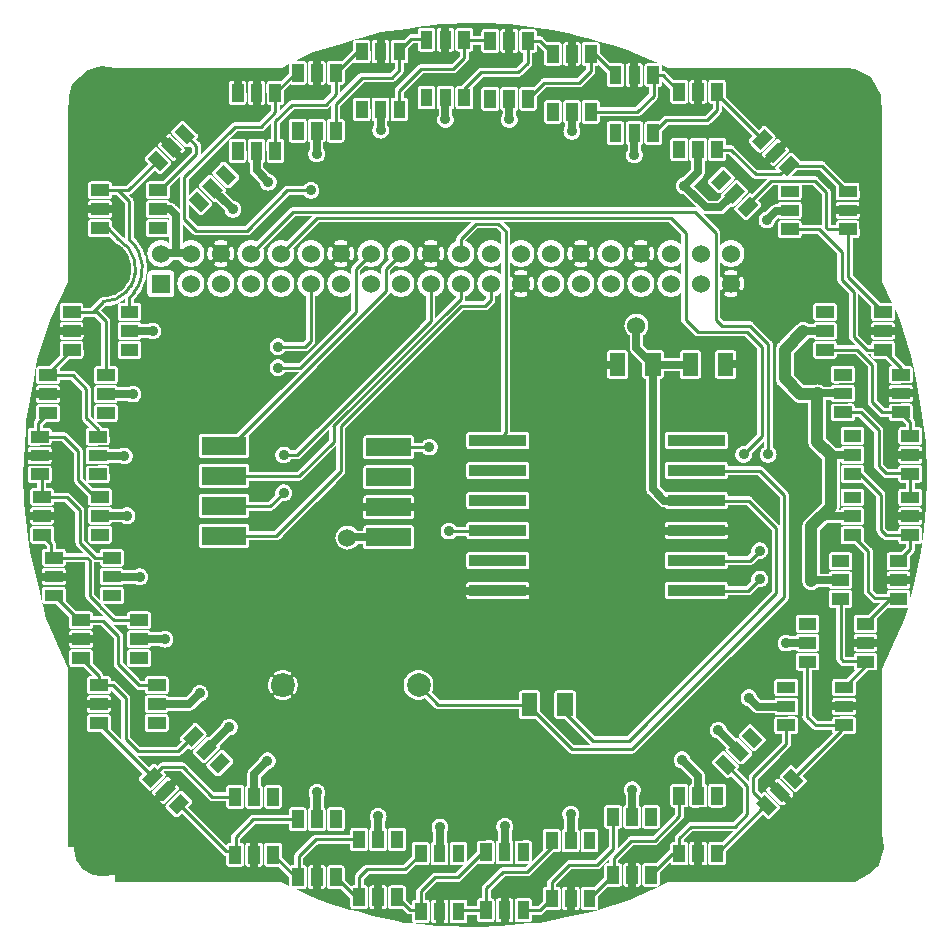
<source format=gbr>
G04 start of page 2 for group 0 idx 0 *
G04 Title: (unknown), top *
G04 Creator: pcb 4.2.0 *
G04 CreationDate: Fri Jan  3 20:58:43 2020 UTC *
G04 For: blinken *
G04 Format: Gerber/RS-274X *
G04 PCB-Dimensions (mil): 3149.61 3149.61 *
G04 PCB-Coordinate-Origin: lower left *
%MOIN*%
%FSLAX25Y25*%
%LNTOP*%
%ADD24C,0.0394*%
%ADD23C,0.0380*%
%ADD22C,0.1142*%
%ADD21C,0.0350*%
%ADD20C,0.0200*%
%ADD19C,0.1869*%
%ADD18C,0.1969*%
%ADD17C,0.0360*%
%ADD16C,0.0787*%
%ADD15C,0.0600*%
%ADD14C,0.0400*%
%ADD13C,0.0250*%
%ADD12C,0.0100*%
%ADD11C,0.0001*%
G54D11*G36*
X21700Y231361D02*X24000D01*
Y222161D01*
X21700D01*
Y231361D01*
G37*
G36*
X31838Y217161D02*X36186D01*
X35933Y217081D01*
X35132Y216903D01*
X34319Y216796D01*
X33538Y216762D01*
X33500Y216765D01*
X33265Y216747D01*
X33035Y216692D01*
X32817Y216601D01*
X32616Y216478D01*
X32615Y216477D01*
X32436Y216325D01*
X32398Y216280D01*
X31479Y215361D01*
X28100D01*
Y217161D01*
X31838D01*
G37*
G36*
X27000Y237361D02*X28625D01*
X28634Y237340D01*
X28716Y237206D01*
X28818Y237086D01*
X28938Y236984D01*
X29072Y236902D01*
X29218Y236841D01*
X29371Y236805D01*
X29528Y236795D01*
X33395Y236801D01*
X35590Y236805D01*
X35707Y236833D01*
X36679Y235861D01*
X27000D01*
Y237361D01*
G37*
G36*
X239173Y58632D02*X241098Y56713D01*
X241233Y56631D01*
X241378Y56571D01*
X241531Y56534D01*
X241688Y56522D01*
X241845Y56534D01*
X241998Y56571D01*
X242143Y56631D01*
X242278Y56713D01*
X242395Y56818D01*
X242726Y57150D01*
X246800Y53075D01*
Y45182D01*
X243379Y41761D01*
X239173D01*
Y46644D01*
X240314Y46647D01*
X240467Y46684D01*
X240613Y46744D01*
X240747Y46826D01*
X240867Y46928D01*
X240969Y47048D01*
X241051Y47182D01*
X241111Y47328D01*
X241148Y47481D01*
X241157Y47638D01*
X241148Y53700D01*
X241111Y53853D01*
X241051Y53999D01*
X240969Y54133D01*
X240867Y54253D01*
X240747Y54355D01*
X240613Y54437D01*
X240467Y54497D01*
X240314Y54534D01*
X240157Y54543D01*
X239173Y54541D01*
Y58632D01*
G37*
G36*
Y38761D02*X243529D01*
X240020Y35252D01*
X239173Y35250D01*
Y38761D01*
G37*
G36*
Y145995D02*X240887Y145995D01*
X241040Y146032D01*
X241185Y146092D01*
X241320Y146175D01*
X241439Y146277D01*
X241541Y146397D01*
X241624Y146531D01*
X241684Y146676D01*
X241721Y146829D01*
X241730Y146986D01*
X241729Y147455D01*
X248062D01*
X256374Y139142D01*
Y118732D01*
X239173Y101531D01*
Y115995D01*
X240887Y115995D01*
X241040Y116032D01*
X241185Y116092D01*
X241320Y116175D01*
X241439Y116277D01*
X241541Y116397D01*
X241624Y116531D01*
X241684Y116676D01*
X241721Y116829D01*
X241730Y116986D01*
X241729Y117455D01*
X248424D01*
X248482Y117450D01*
X248717Y117469D01*
X248718Y117469D01*
X248947Y117524D01*
X249165Y117614D01*
X249367Y117737D01*
X249546Y117891D01*
X249585Y117936D01*
X251751Y120102D01*
X251923Y120061D01*
X252362Y120026D01*
X252802Y120061D01*
X253230Y120163D01*
X253637Y120332D01*
X253734Y120391D01*
X254013Y120562D01*
X254348Y120849D01*
X254634Y121184D01*
X254865Y121560D01*
X255033Y121967D01*
X255136Y122395D01*
X255162Y122835D01*
X255136Y123274D01*
X255033Y123703D01*
X254865Y124110D01*
X254634Y124486D01*
X254348Y124821D01*
X254013Y125107D01*
X253637Y125337D01*
X253230Y125506D01*
X252802Y125609D01*
X252362Y125643D01*
X251923Y125609D01*
X251494Y125506D01*
X251087Y125337D01*
X250711Y125107D01*
X250376Y124821D01*
X250090Y124486D01*
X249860Y124110D01*
X249691Y123703D01*
X249588Y123274D01*
X249554Y122835D01*
X249588Y122395D01*
X249629Y122223D01*
X247861Y120455D01*
X241722D01*
X241721Y121080D01*
X241684Y121233D01*
X241624Y121379D01*
X241541Y121513D01*
X241439Y121633D01*
X241320Y121735D01*
X241185Y121817D01*
X241040Y121877D01*
X240887Y121914D01*
X240730Y121923D01*
X239173Y121922D01*
Y125995D01*
X240887Y125995D01*
X241040Y126032D01*
X241185Y126092D01*
X241320Y126175D01*
X241439Y126277D01*
X241541Y126397D01*
X241624Y126531D01*
X241684Y126676D01*
X241721Y126829D01*
X241730Y126986D01*
X241729Y127455D01*
X248975D01*
X249033Y127450D01*
X249269Y127469D01*
X249269Y127469D01*
X249498Y127524D01*
X249717Y127614D01*
X249918Y127737D01*
X250097Y127891D01*
X250136Y127936D01*
X251751Y129551D01*
X251923Y129509D01*
X252362Y129475D01*
X252802Y129509D01*
X253230Y129612D01*
X253637Y129781D01*
X254013Y130011D01*
X254348Y130297D01*
X254634Y130633D01*
X254865Y131008D01*
X255033Y131416D01*
X255136Y131844D01*
X255162Y132283D01*
X255136Y132723D01*
X255033Y133151D01*
X254865Y133559D01*
X254634Y133934D01*
X254348Y134269D01*
X254013Y134556D01*
X253637Y134786D01*
X253230Y134955D01*
X252802Y135058D01*
X252362Y135092D01*
X251923Y135058D01*
X251494Y134955D01*
X251087Y134786D01*
X250711Y134556D01*
X250376Y134269D01*
X250090Y133934D01*
X249860Y133559D01*
X249691Y133151D01*
X249588Y132723D01*
X249554Y132283D01*
X249588Y131844D01*
X249629Y131672D01*
X248412Y130455D01*
X241722D01*
X241721Y131080D01*
X241684Y131233D01*
X241624Y131379D01*
X241541Y131513D01*
X241439Y131633D01*
X241320Y131735D01*
X241185Y131817D01*
X241040Y131877D01*
X240887Y131914D01*
X240730Y131923D01*
X239173Y131922D01*
Y135995D01*
X240887Y135995D01*
X241040Y136032D01*
X241185Y136092D01*
X241320Y136175D01*
X241439Y136277D01*
X241541Y136397D01*
X241624Y136531D01*
X241684Y136676D01*
X241721Y136829D01*
X241730Y136986D01*
X241721Y141080D01*
X241684Y141233D01*
X241624Y141379D01*
X241541Y141513D01*
X241439Y141633D01*
X241320Y141735D01*
X241185Y141817D01*
X241040Y141877D01*
X240887Y141914D01*
X240730Y141923D01*
X239173Y141922D01*
Y145995D01*
G37*
G36*
Y155995D02*X240887Y155995D01*
X241040Y156032D01*
X241185Y156092D01*
X241320Y156175D01*
X241439Y156277D01*
X241541Y156397D01*
X241624Y156531D01*
X241684Y156676D01*
X241721Y156829D01*
X241730Y156986D01*
X241729Y157455D01*
X251841D01*
X259130Y150166D01*
Y140585D01*
X259091Y140648D01*
X258938Y140828D01*
X258893Y140866D01*
X249785Y149974D01*
X249747Y150019D01*
X249567Y150172D01*
X249366Y150295D01*
X249148Y150386D01*
X248918Y150441D01*
X248683Y150459D01*
X248624Y150455D01*
X241722D01*
X241721Y151080D01*
X241684Y151233D01*
X241624Y151379D01*
X241541Y151513D01*
X241439Y151633D01*
X241320Y151735D01*
X241185Y151817D01*
X241040Y151877D01*
X240887Y151914D01*
X240730Y151923D01*
X239173Y151922D01*
Y155995D01*
G37*
G36*
X291339Y105288D02*X291363Y105316D01*
X291445Y105450D01*
X291505Y105596D01*
X291542Y105749D01*
X291551Y105906D01*
X291543Y109697D01*
X295159Y113313D01*
X295214Y113279D01*
X295359Y113219D01*
X295512Y113182D01*
X295669Y113173D01*
X301709Y113182D01*
X300787Y109843D01*
X293307Y92913D01*
Y38189D01*
X293701Y33071D01*
X292126Y27559D01*
X291339Y26772D01*
Y92689D01*
X291363Y92717D01*
X291445Y92852D01*
X291505Y92997D01*
X291542Y93150D01*
X291551Y93307D01*
X291542Y97401D01*
X291505Y97554D01*
X291445Y97699D01*
X291363Y97834D01*
X291339Y97862D01*
Y98988D01*
X291363Y99017D01*
X291445Y99151D01*
X291505Y99296D01*
X291542Y99449D01*
X291551Y99606D01*
X291542Y103700D01*
X291505Y103853D01*
X291445Y103999D01*
X291363Y104133D01*
X291339Y104161D01*
Y105288D01*
G37*
G36*
Y114861D02*X292464D01*
X291339Y113736D01*
Y114861D01*
G37*
G36*
X302559Y167508D02*X305669Y167513D01*
X305822Y167550D01*
X305967Y167610D01*
X306101Y167692D01*
X306221Y167795D01*
X306323Y167914D01*
X306406Y168049D01*
X306466Y168194D01*
X306503Y168347D01*
X306512Y168504D01*
X306503Y172598D01*
X306466Y172751D01*
X306406Y172896D01*
X306323Y173031D01*
X306221Y173150D01*
X306101Y173252D01*
X305967Y173335D01*
X305822Y173395D01*
X305669Y173432D01*
X305512Y173441D01*
X304100Y173439D01*
Y175002D01*
X304105Y175061D01*
X304086Y175296D01*
X304031Y175526D01*
X303941Y175744D01*
X303817Y175945D01*
X303664Y176125D01*
X303619Y176163D01*
X303362Y176420D01*
X303353Y180472D01*
X303316Y180625D01*
X303256Y180770D01*
X303174Y180905D01*
X303071Y181024D01*
X302952Y181126D01*
X302818Y181209D01*
X302672Y181269D01*
X302559Y181296D01*
Y181696D01*
X302672Y181723D01*
X302818Y181783D01*
X302952Y181866D01*
X303071Y181968D01*
X303174Y182088D01*
X303256Y182222D01*
X303316Y182367D01*
X303353Y182520D01*
X303362Y182677D01*
X303353Y186771D01*
X303316Y186924D01*
X303256Y187070D01*
X303174Y187204D01*
X303071Y187323D01*
X302952Y187426D01*
X302818Y187508D01*
X302672Y187568D01*
X302559Y187595D01*
Y187995D01*
X302672Y188022D01*
X302818Y188083D01*
X302952Y188165D01*
X303071Y188267D01*
X303174Y188387D01*
X303256Y188521D01*
X303316Y188666D01*
X303353Y188819D01*
X303362Y188976D01*
X303353Y193070D01*
X303316Y193223D01*
X303256Y193369D01*
X303174Y193503D01*
X303071Y193623D01*
X302952Y193725D01*
X302818Y193807D01*
X302672Y193867D01*
X302559Y193895D01*
Y198272D01*
X302756Y197638D01*
X303445Y194115D01*
X304351Y189486D01*
Y189486D01*
X306299Y179528D01*
X307874Y168504D01*
X308268Y157087D01*
X307874Y146850D01*
X307107Y139561D01*
Y139561D01*
X306587Y134626D01*
X306299Y131890D01*
X303937Y121260D01*
X303170Y118478D01*
X302570Y116304D01*
X302566Y118267D01*
X302559Y118294D01*
Y120289D01*
X302566Y120316D01*
X302575Y120472D01*
X302566Y124566D01*
X302559Y124593D01*
Y126588D01*
X302566Y126615D01*
X302575Y126772D01*
X302566Y130563D01*
X303578Y131575D01*
X303623Y131613D01*
X303776Y131793D01*
X303776Y131793D01*
X303900Y131994D01*
X303990Y132212D01*
X304045Y132442D01*
X304064Y132677D01*
X304059Y132736D01*
Y134440D01*
X305669Y134442D01*
X305822Y134479D01*
X305967Y134539D01*
X306101Y134622D01*
X306221Y134724D01*
X306323Y134843D01*
X306406Y134978D01*
X306466Y135123D01*
X306503Y135276D01*
X306512Y135433D01*
X306503Y139527D01*
X306466Y139680D01*
X306406Y139825D01*
X306323Y139960D01*
X306221Y140079D01*
X306101Y140182D01*
X305967Y140264D01*
X305822Y140324D01*
X305669Y140361D01*
X305512Y140370D01*
X302559Y140366D01*
Y140737D01*
X305669Y140742D01*
X305822Y140778D01*
X305967Y140839D01*
X306101Y140921D01*
X306221Y141023D01*
X306323Y141143D01*
X306406Y141277D01*
X306466Y141422D01*
X306503Y141575D01*
X306512Y141732D01*
X306503Y145826D01*
X306466Y145979D01*
X306406Y146125D01*
X306323Y146259D01*
X306221Y146379D01*
X306101Y146481D01*
X305967Y146563D01*
X305822Y146623D01*
X305669Y146660D01*
X305512Y146669D01*
X302559Y146665D01*
Y147036D01*
X305669Y147041D01*
X305822Y147078D01*
X305967Y147138D01*
X306101Y147220D01*
X306221Y147322D01*
X306323Y147442D01*
X306406Y147576D01*
X306466Y147722D01*
X306503Y147875D01*
X306512Y148031D01*
X306503Y152125D01*
X306466Y152278D01*
X306406Y152424D01*
X306323Y152558D01*
X306221Y152678D01*
X306101Y152780D01*
X305967Y152862D01*
X305822Y152922D01*
X305669Y152959D01*
X305512Y152968D01*
X304059Y152966D01*
Y154912D01*
X305669Y154915D01*
X305822Y154952D01*
X305967Y155012D01*
X306101Y155094D01*
X306221Y155196D01*
X306323Y155316D01*
X306406Y155450D01*
X306466Y155596D01*
X306503Y155749D01*
X306512Y155906D01*
X306503Y159999D01*
X306466Y160152D01*
X306406Y160298D01*
X306323Y160432D01*
X306221Y160552D01*
X306101Y160654D01*
X305967Y160736D01*
X305822Y160797D01*
X305669Y160833D01*
X305512Y160843D01*
X302559Y160838D01*
Y161209D01*
X305669Y161214D01*
X305822Y161251D01*
X305967Y161311D01*
X306101Y161393D01*
X306221Y161495D01*
X306323Y161615D01*
X306406Y161749D01*
X306466Y161895D01*
X306503Y162048D01*
X306512Y162205D01*
X306503Y166299D01*
X306466Y166452D01*
X306406Y166597D01*
X306323Y166731D01*
X306221Y166851D01*
X306101Y166953D01*
X305967Y167035D01*
X305822Y167096D01*
X305669Y167132D01*
X305512Y167142D01*
X302559Y167137D01*
Y167508D01*
G37*
G36*
Y140366D02*X299449Y140361D01*
X299296Y140324D01*
X299151Y140264D01*
X299017Y140182D01*
X298897Y140079D01*
X298795Y139960D01*
X298713Y139825D01*
X298652Y139680D01*
X298616Y139527D01*
X298606Y139370D01*
X298607Y138961D01*
X295021D01*
X294300Y139682D01*
Y150902D01*
X294305Y150961D01*
X294286Y151196D01*
X294231Y151426D01*
X294141Y151644D01*
X294017Y151845D01*
X293864Y152025D01*
X293819Y152063D01*
X291339Y154543D01*
Y159001D01*
X293298Y157042D01*
X293336Y156997D01*
X293516Y156843D01*
X293717Y156720D01*
X293935Y156630D01*
X294165Y156575D01*
X294400Y156556D01*
X294459Y156561D01*
X298614D01*
X298614Y156414D01*
X298614Y156269D01*
X298614D01*
X298616Y155749D01*
X298652Y155596D01*
X298713Y155450D01*
X298795Y155316D01*
X298897Y155196D01*
X299017Y155094D01*
X299151Y155012D01*
X299296Y154952D01*
X299449Y154915D01*
X299606Y154906D01*
X301059Y154908D01*
Y152962D01*
X299449Y152959D01*
X299296Y152922D01*
X299151Y152862D01*
X299017Y152780D01*
X298897Y152678D01*
X298795Y152558D01*
X298713Y152424D01*
X298652Y152278D01*
X298616Y152125D01*
X298606Y151968D01*
X298616Y147875D01*
X298652Y147722D01*
X298713Y147576D01*
X298795Y147442D01*
X298897Y147322D01*
X299017Y147220D01*
X299151Y147138D01*
X299296Y147078D01*
X299449Y147041D01*
X299606Y147031D01*
X302559Y147036D01*
Y146665D01*
X299449Y146660D01*
X299296Y146623D01*
X299151Y146563D01*
X299017Y146481D01*
X298897Y146379D01*
X298795Y146259D01*
X298713Y146125D01*
X298652Y145979D01*
X298616Y145826D01*
X298606Y145669D01*
X298616Y141575D01*
X298652Y141422D01*
X298713Y141277D01*
X298795Y141143D01*
X298897Y141023D01*
X299017Y140921D01*
X299151Y140839D01*
X299296Y140778D01*
X299449Y140742D01*
X299606Y140732D01*
X302559Y140737D01*
Y140366D01*
G37*
G36*
Y118294D02*X302529Y118420D01*
X302469Y118566D01*
X302386Y118700D01*
X302284Y118820D01*
X302164Y118922D01*
X302030Y119004D01*
X301885Y119064D01*
X301732Y119101D01*
X301575Y119110D01*
X295512Y119101D01*
X295359Y119064D01*
X295214Y119004D01*
X295080Y118922D01*
X294960Y118820D01*
X294858Y118700D01*
X294776Y118566D01*
X294715Y118420D01*
X294679Y118267D01*
X294669Y118110D01*
X294670Y117861D01*
X291421D01*
X291339Y117943D01*
Y138722D01*
X291369Y138596D01*
X291459Y138378D01*
X291583Y138176D01*
X291736Y137997D01*
X291781Y137958D01*
X293298Y136442D01*
X293336Y136397D01*
X293516Y136243D01*
X293636Y136169D01*
X293717Y136120D01*
X293935Y136030D01*
X294165Y135975D01*
X294400Y135956D01*
X294459Y135961D01*
X298614D01*
X298616Y135276D01*
X298652Y135123D01*
X298713Y134978D01*
X298795Y134843D01*
X298897Y134724D01*
X299017Y134622D01*
X299151Y134539D01*
X299296Y134479D01*
X299449Y134442D01*
X299606Y134433D01*
X301059Y134435D01*
Y133298D01*
X299466Y131705D01*
X295512Y131699D01*
X295359Y131663D01*
X295214Y131602D01*
X295080Y131520D01*
X294960Y131418D01*
X294858Y131298D01*
X294776Y131164D01*
X294715Y131019D01*
X294679Y130866D01*
X294669Y130709D01*
X294670Y130552D01*
X294679Y126615D01*
X294715Y126462D01*
X294776Y126316D01*
X294858Y126182D01*
X294960Y126062D01*
X295080Y125960D01*
X295214Y125878D01*
X295359Y125818D01*
X295512Y125781D01*
X295669Y125772D01*
X301732Y125781D01*
X301885Y125818D01*
X302030Y125878D01*
X302164Y125960D01*
X302284Y126062D01*
X302386Y126182D01*
X302469Y126316D01*
X302529Y126462D01*
X302559Y126588D01*
Y124593D01*
X302529Y124719D01*
X302469Y124865D01*
X302386Y124999D01*
X302284Y125119D01*
X302164Y125221D01*
X302030Y125303D01*
X301885Y125363D01*
X301732Y125400D01*
X301575Y125409D01*
X295512Y125400D01*
X295359Y125363D01*
X295214Y125303D01*
X295080Y125221D01*
X294960Y125119D01*
X294858Y124999D01*
X294776Y124865D01*
X294715Y124719D01*
X294679Y124566D01*
X294669Y124409D01*
X294679Y120316D01*
X294715Y120162D01*
X294776Y120017D01*
X294858Y119883D01*
X294960Y119763D01*
X295080Y119661D01*
X295214Y119579D01*
X295359Y119518D01*
X295512Y119482D01*
X295669Y119472D01*
X301732Y119482D01*
X301885Y119518D01*
X302030Y119579D01*
X302164Y119661D01*
X302284Y119763D01*
X302386Y119883D01*
X302469Y120017D01*
X302529Y120162D01*
X302559Y120289D01*
Y118294D01*
G37*
G36*
Y193895D02*X302519Y193904D01*
X302362Y193913D01*
X300834Y193911D01*
X300717Y194101D01*
X300564Y194280D01*
X300519Y194319D01*
X297456Y197381D01*
X297447Y201338D01*
X297411Y201491D01*
X297350Y201636D01*
X297268Y201771D01*
X297166Y201890D01*
X297046Y201993D01*
X296912Y202075D01*
X296767Y202135D01*
X296614Y202172D01*
X296457Y202181D01*
X291339Y202173D01*
Y202545D01*
X296614Y202553D01*
X296767Y202589D01*
X296912Y202650D01*
X297046Y202732D01*
X297166Y202834D01*
X297268Y202954D01*
X297350Y203088D01*
X297411Y203233D01*
X297447Y203386D01*
X297457Y203543D01*
X297447Y207637D01*
X297411Y207790D01*
X297350Y207936D01*
X297268Y208070D01*
X297166Y208190D01*
X297046Y208292D01*
X296912Y208374D01*
X296767Y208434D01*
X296614Y208471D01*
X296457Y208480D01*
X291339Y208472D01*
Y208844D01*
X296614Y208852D01*
X296767Y208889D01*
X296912Y208949D01*
X297046Y209031D01*
X297166Y209133D01*
X297268Y209253D01*
X297350Y209387D01*
X297411Y209533D01*
X297447Y209686D01*
X297457Y209843D01*
X297450Y212815D01*
X298043Y211549D01*
X299213Y209055D01*
X302559Y198272D01*
Y193895D01*
G37*
G36*
Y181296D02*X302519Y181306D01*
X302362Y181315D01*
X296300Y181306D01*
X296147Y181269D01*
X296001Y181209D01*
X295867Y181126D01*
X295747Y181024D01*
X295645Y180905D01*
X295563Y180770D01*
X295503Y180625D01*
X295466Y180472D01*
X295457Y180315D01*
X295458Y179861D01*
X293921D01*
X291400Y182382D01*
Y194202D01*
X291405Y194261D01*
X291386Y194496D01*
X291339Y194694D01*
Y196245D01*
X294345Y196250D01*
X296690Y193905D01*
X296689D01*
X296497Y193904D01*
X296300Y193904D01*
X296147Y193867D01*
X296001Y193807D01*
X295867Y193725D01*
X295747Y193623D01*
X295645Y193503D01*
X295563Y193369D01*
X295503Y193223D01*
X295466Y193070D01*
X295457Y192913D01*
X295466Y188819D01*
X295503Y188666D01*
X295563Y188521D01*
X295645Y188387D01*
X295747Y188267D01*
X295867Y188165D01*
X296001Y188083D01*
X296147Y188022D01*
X296300Y187986D01*
X296457Y187976D01*
X302519Y187986D01*
X302559Y187995D01*
Y187595D01*
X302519Y187605D01*
X302362Y187614D01*
X296300Y187605D01*
X296147Y187568D01*
X296001Y187508D01*
X295867Y187426D01*
X295747Y187323D01*
X295645Y187204D01*
X295563Y187070D01*
X295503Y186924D01*
X295466Y186771D01*
X295457Y186614D01*
X295466Y182520D01*
X295503Y182367D01*
X295563Y182222D01*
X295645Y182088D01*
X295747Y181968D01*
X295867Y181866D01*
X296001Y181783D01*
X296147Y181723D01*
X296300Y181686D01*
X296457Y181677D01*
X302519Y181686D01*
X302559Y181696D01*
Y181296D01*
G37*
G36*
X291339Y178201D02*X292198Y177342D01*
X292236Y177297D01*
X292416Y177143D01*
X292617Y177020D01*
X292835Y176930D01*
X293065Y176875D01*
X293300Y176856D01*
X293359Y176861D01*
X295465D01*
X295466Y176221D01*
X295503Y176068D01*
X295563Y175923D01*
X295645Y175788D01*
X295747Y175669D01*
X295867Y175566D01*
X296001Y175484D01*
X296147Y175424D01*
X296300Y175387D01*
X296457Y175378D01*
X300156Y175384D01*
X301100Y174439D01*
Y173434D01*
X299449Y173432D01*
X299296Y173395D01*
X299151Y173335D01*
X299017Y173252D01*
X298897Y173150D01*
X298795Y173031D01*
X298713Y172896D01*
X298652Y172751D01*
X298616Y172598D01*
X298606Y172441D01*
X298611Y170169D01*
X298611D01*
X298616Y168347D01*
X298652Y168194D01*
X298713Y168049D01*
X298795Y167914D01*
X298897Y167795D01*
X299017Y167692D01*
X299151Y167610D01*
X299296Y167550D01*
X299449Y167513D01*
X299606Y167504D01*
X302559Y167508D01*
Y167137D01*
X299449Y167132D01*
X299296Y167096D01*
X299151Y167035D01*
X299017Y166953D01*
X298897Y166851D01*
X298795Y166731D01*
X298713Y166597D01*
X298652Y166452D01*
X298616Y166299D01*
X298606Y166142D01*
X298616Y162048D01*
X298652Y161895D01*
X298713Y161749D01*
X298795Y161615D01*
X298897Y161495D01*
X299017Y161393D01*
X299151Y161311D01*
X299296Y161251D01*
X299449Y161214D01*
X299606Y161205D01*
X302559Y161209D01*
Y160838D01*
X299449Y160833D01*
X299296Y160797D01*
X299151Y160736D01*
X299017Y160654D01*
X298897Y160552D01*
X298795Y160432D01*
X298713Y160298D01*
X298652Y160152D01*
X298616Y159999D01*
X298606Y159843D01*
X298607Y159561D01*
X295021D01*
X293500Y161082D01*
Y172402D01*
X293505Y172461D01*
X293486Y172696D01*
X293431Y172926D01*
X293341Y173144D01*
X293217Y173345D01*
X293064Y173525D01*
X293019Y173563D01*
X291339Y175243D01*
Y178201D01*
G37*
G36*
Y202173D02*X290394Y202172D01*
X290241Y202135D01*
X290096Y202075D01*
X289962Y201993D01*
X289842Y201890D01*
X289740Y201771D01*
X289657Y201636D01*
X289597Y201491D01*
X289560Y201338D01*
X289551Y201181D01*
X289552Y200661D01*
X288621D01*
X285200Y204082D01*
Y217994D01*
X289551Y213642D01*
X289560Y209686D01*
X289597Y209533D01*
X289657Y209387D01*
X289740Y209253D01*
X289842Y209133D01*
X289962Y209031D01*
X290096Y208949D01*
X290241Y208889D01*
X290394Y208852D01*
X290551Y208843D01*
X291339Y208844D01*
Y208472D01*
X290394Y208471D01*
X290241Y208434D01*
X290096Y208374D01*
X289962Y208292D01*
X289842Y208190D01*
X289740Y208070D01*
X289657Y207936D01*
X289597Y207790D01*
X289560Y207637D01*
X289551Y207480D01*
X289560Y203386D01*
X289597Y203233D01*
X289657Y203088D01*
X289740Y202954D01*
X289842Y202834D01*
X289962Y202732D01*
X290096Y202650D01*
X290241Y202589D01*
X290394Y202553D01*
X290551Y202543D01*
X291339Y202545D01*
Y202173D01*
G37*
G36*
Y194694D02*X291331Y194726D01*
X291241Y194944D01*
X291117Y195145D01*
X290964Y195325D01*
X290919Y195363D01*
X288621Y197661D01*
X289559D01*
X289560Y197087D01*
X289597Y196934D01*
X289657Y196789D01*
X289740Y196654D01*
X289842Y196535D01*
X289962Y196433D01*
X290096Y196350D01*
X290241Y196290D01*
X290394Y196253D01*
X290551Y196244D01*
X290691Y196244D01*
X291339Y196245D01*
Y194694D01*
G37*
G36*
X271762Y164153D02*X272984Y162931D01*
Y147988D01*
X271762Y146765D01*
Y164153D01*
G37*
G36*
Y72561D02*X276567D01*
X276568Y71890D01*
X276605Y71737D01*
X276665Y71592D01*
X276694Y71546D01*
X271762Y66613D01*
Y72561D01*
G37*
G36*
X280512Y83650D02*X283621Y83655D01*
X283775Y83692D01*
X283920Y83752D01*
X284054Y83834D01*
X284174Y83936D01*
X284276Y84056D01*
X284358Y84190D01*
X284419Y84336D01*
X284455Y84489D01*
X284465Y84646D01*
X284456Y88437D01*
X288332Y92313D01*
X290708Y92316D01*
X290861Y92353D01*
X291007Y92413D01*
X291141Y92496D01*
X291260Y92598D01*
X291339Y92689D01*
Y26772D01*
X288976Y24409D01*
X284252Y21654D01*
X280512D01*
Y71052D01*
X283621Y71057D01*
X283775Y71093D01*
X283920Y71153D01*
X284054Y71236D01*
X284174Y71338D01*
X284276Y71458D01*
X284358Y71592D01*
X284419Y71737D01*
X284455Y71890D01*
X284465Y72047D01*
X284455Y76141D01*
X284419Y76294D01*
X284358Y76440D01*
X284276Y76574D01*
X284174Y76694D01*
X284054Y76796D01*
X283920Y76878D01*
X283775Y76938D01*
X283621Y76975D01*
X283465Y76984D01*
X280512Y76980D01*
Y77351D01*
X283621Y77356D01*
X283775Y77392D01*
X283920Y77453D01*
X284054Y77535D01*
X284174Y77637D01*
X284276Y77757D01*
X284358Y77891D01*
X284419Y78036D01*
X284455Y78190D01*
X284465Y78346D01*
X284455Y82440D01*
X284419Y82593D01*
X284358Y82739D01*
X284276Y82873D01*
X284174Y82993D01*
X284054Y83095D01*
X283920Y83177D01*
X283775Y83237D01*
X283621Y83274D01*
X283465Y83283D01*
X280512Y83279D01*
Y83650D01*
G37*
G36*
Y93861D02*X283653D01*
X283655Y93150D01*
X283692Y92997D01*
X283752Y92852D01*
X283834Y92717D01*
X283936Y92598D01*
X284056Y92496D01*
X284190Y92414D01*
X281356Y89579D01*
X280512Y89578D01*
Y93861D01*
G37*
G36*
Y134433D02*X284109Y134439D01*
X287100Y131448D01*
Y118619D01*
X287095Y118561D01*
X287114Y118325D01*
X287169Y118096D01*
X287259Y117878D01*
X287383Y117676D01*
X287536Y117497D01*
X287581Y117458D01*
X289698Y115342D01*
X289736Y115297D01*
X289916Y115143D01*
X290117Y115020D01*
X290335Y114930D01*
X290565Y114875D01*
X290800Y114856D01*
X290859Y114861D01*
X291339D01*
Y113736D01*
X288442Y110839D01*
X284489Y110833D01*
X284336Y110797D01*
X284190Y110736D01*
X284056Y110654D01*
X283936Y110552D01*
X283834Y110432D01*
X283752Y110298D01*
X283692Y110152D01*
X283655Y109999D01*
X283646Y109843D01*
X283655Y105749D01*
X283692Y105596D01*
X283752Y105450D01*
X283834Y105316D01*
X283936Y105196D01*
X284056Y105094D01*
X284190Y105012D01*
X284336Y104952D01*
X284489Y104915D01*
X284646Y104906D01*
X290708Y104915D01*
X290861Y104952D01*
X291007Y105012D01*
X291141Y105094D01*
X291260Y105196D01*
X291339Y105288D01*
Y104161D01*
X291260Y104253D01*
X291141Y104355D01*
X291007Y104437D01*
X290861Y104497D01*
X290708Y104534D01*
X290551Y104543D01*
X284489Y104534D01*
X284336Y104497D01*
X284190Y104437D01*
X284056Y104355D01*
X283936Y104253D01*
X283834Y104133D01*
X283752Y103999D01*
X283692Y103853D01*
X283655Y103700D01*
X283646Y103543D01*
X283655Y99449D01*
X283692Y99296D01*
X283752Y99151D01*
X283834Y99017D01*
X283936Y98897D01*
X284056Y98795D01*
X284190Y98713D01*
X284336Y98652D01*
X284489Y98616D01*
X284646Y98606D01*
X290708Y98616D01*
X290861Y98652D01*
X291007Y98713D01*
X291141Y98795D01*
X291260Y98897D01*
X291339Y98988D01*
Y97862D01*
X291260Y97953D01*
X291141Y98056D01*
X291007Y98138D01*
X290861Y98198D01*
X290708Y98235D01*
X290551Y98244D01*
X284489Y98235D01*
X284336Y98198D01*
X284190Y98138D01*
X284056Y98056D01*
X283936Y97953D01*
X283834Y97834D01*
X283752Y97699D01*
X283692Y97554D01*
X283655Y97401D01*
X283646Y97244D01*
X283647Y96861D01*
X280921D01*
X280831Y96951D01*
Y113180D01*
X282440Y113182D01*
X282593Y113219D01*
X282739Y113279D01*
X282873Y113362D01*
X282993Y113464D01*
X283095Y113584D01*
X283177Y113718D01*
X283237Y113863D01*
X283274Y114016D01*
X283283Y114173D01*
X283274Y118267D01*
X283237Y118420D01*
X283177Y118566D01*
X283095Y118700D01*
X282993Y118820D01*
X282873Y118922D01*
X282739Y119004D01*
X282593Y119064D01*
X282440Y119101D01*
X282283Y119110D01*
X280512Y119108D01*
Y119479D01*
X282440Y119482D01*
X282593Y119518D01*
X282739Y119579D01*
X282873Y119661D01*
X282993Y119763D01*
X283095Y119883D01*
X283177Y120017D01*
X283237Y120162D01*
X283274Y120316D01*
X283283Y120472D01*
X283274Y124566D01*
X283237Y124719D01*
X283177Y124865D01*
X283095Y124999D01*
X282993Y125119D01*
X282873Y125221D01*
X282739Y125303D01*
X282593Y125363D01*
X282440Y125400D01*
X282283Y125409D01*
X280512Y125407D01*
Y125778D01*
X282440Y125781D01*
X282593Y125818D01*
X282739Y125878D01*
X282873Y125960D01*
X282993Y126062D01*
X283095Y126182D01*
X283177Y126316D01*
X283237Y126462D01*
X283274Y126615D01*
X283283Y126772D01*
X283274Y130866D01*
X283237Y131019D01*
X283177Y131164D01*
X283095Y131298D01*
X282993Y131418D01*
X282873Y131520D01*
X282739Y131602D01*
X282593Y131663D01*
X282440Y131699D01*
X282283Y131709D01*
X280512Y131706D01*
Y134433D01*
G37*
G36*
Y154906D02*X286377Y154915D01*
X286530Y154952D01*
X286642Y154998D01*
X291300Y150339D01*
Y139119D01*
X291295Y139061D01*
X291314Y138825D01*
X291339Y138722D01*
Y117943D01*
X290100Y119182D01*
Y132011D01*
X290105Y132069D01*
X290086Y132305D01*
X290031Y132534D01*
X289941Y132752D01*
X289891Y132833D01*
X289817Y132954D01*
X289664Y133133D01*
X289619Y133172D01*
X287220Y135570D01*
X287211Y139527D01*
X287174Y139680D01*
X287114Y139825D01*
X287032Y139960D01*
X286930Y140079D01*
X286810Y140182D01*
X286676Y140264D01*
X286530Y140324D01*
X286377Y140361D01*
X286220Y140370D01*
X280512Y140361D01*
Y140733D01*
X286377Y140742D01*
X286530Y140778D01*
X286676Y140839D01*
X286810Y140921D01*
X286930Y141023D01*
X287032Y141143D01*
X287114Y141277D01*
X287174Y141422D01*
X287211Y141575D01*
X287220Y141732D01*
X287211Y145826D01*
X287174Y145979D01*
X287114Y146125D01*
X287032Y146259D01*
X286930Y146379D01*
X286810Y146481D01*
X286676Y146563D01*
X286530Y146623D01*
X286377Y146660D01*
X286220Y146669D01*
X280512Y146661D01*
Y147032D01*
X286377Y147041D01*
X286530Y147078D01*
X286676Y147138D01*
X286810Y147220D01*
X286930Y147322D01*
X287032Y147442D01*
X287114Y147576D01*
X287174Y147722D01*
X287211Y147875D01*
X287220Y148031D01*
X287211Y152125D01*
X287174Y152278D01*
X287114Y152424D01*
X287032Y152558D01*
X286930Y152678D01*
X286810Y152780D01*
X286676Y152862D01*
X286530Y152922D01*
X286377Y152959D01*
X286220Y152968D01*
X280512Y152960D01*
Y154906D01*
G37*
G36*
Y175383D02*X283228Y175387D01*
X283381Y175424D01*
X283526Y175484D01*
X283660Y175566D01*
X283780Y175669D01*
X283882Y175788D01*
X283965Y175923D01*
X284025Y176068D01*
X284062Y176221D01*
X284071Y176378D01*
X284070Y176846D01*
X285493D01*
X290500Y171839D01*
Y160519D01*
X290495Y160461D01*
X290514Y160225D01*
X290569Y159996D01*
X290659Y159778D01*
X290783Y159576D01*
X290936Y159397D01*
X290981Y159358D01*
X291339Y159001D01*
Y154543D01*
X287214Y158668D01*
X287211Y159999D01*
X287174Y160152D01*
X287114Y160298D01*
X287032Y160432D01*
X286930Y160552D01*
X286810Y160654D01*
X286676Y160736D01*
X286530Y160797D01*
X286377Y160833D01*
X286220Y160843D01*
X280512Y160834D01*
Y161205D01*
X286377Y161214D01*
X286530Y161251D01*
X286676Y161311D01*
X286810Y161393D01*
X286930Y161495D01*
X287032Y161615D01*
X287114Y161749D01*
X287174Y161895D01*
X287211Y162048D01*
X287220Y162205D01*
X287211Y166299D01*
X287174Y166452D01*
X287114Y166597D01*
X287032Y166731D01*
X286930Y166851D01*
X286810Y166953D01*
X286676Y167035D01*
X286530Y167096D01*
X286377Y167132D01*
X286220Y167142D01*
X280512Y167133D01*
Y167504D01*
X286377Y167513D01*
X286530Y167550D01*
X286676Y167610D01*
X286810Y167692D01*
X286930Y167795D01*
X287032Y167914D01*
X287114Y168049D01*
X287174Y168194D01*
X287211Y168347D01*
X287220Y168504D01*
X287211Y172598D01*
X287174Y172751D01*
X287114Y172896D01*
X287032Y173031D01*
X286930Y173150D01*
X286810Y173252D01*
X286676Y173335D01*
X286530Y173395D01*
X286377Y173432D01*
X286220Y173441D01*
X280512Y173432D01*
Y175383D01*
G37*
G36*
Y197713D02*X284327D01*
X288400Y193639D01*
Y181819D01*
X288395Y181761D01*
X288414Y181525D01*
X288469Y181296D01*
X288559Y181078D01*
X288683Y180876D01*
X288836Y180697D01*
X288881Y180658D01*
X291339Y178201D01*
Y175243D01*
X287216Y179366D01*
X287178Y179410D01*
X286999Y179564D01*
X286797Y179687D01*
X286579Y179777D01*
X286350Y179833D01*
X286114Y179851D01*
X286055Y179846D01*
X284063D01*
X284062Y180472D01*
X284025Y180625D01*
X283965Y180770D01*
X283882Y180905D01*
X283780Y181024D01*
X283660Y181126D01*
X283526Y181209D01*
X283381Y181269D01*
X283228Y181306D01*
X283071Y181315D01*
X280512Y181311D01*
Y181682D01*
X283228Y181686D01*
X283381Y181723D01*
X283526Y181783D01*
X283660Y181866D01*
X283780Y181968D01*
X283882Y182088D01*
X283965Y182222D01*
X284025Y182367D01*
X284062Y182520D01*
X284071Y182677D01*
X284062Y186771D01*
X284025Y186924D01*
X283965Y187070D01*
X283882Y187204D01*
X283780Y187323D01*
X283660Y187426D01*
X283526Y187508D01*
X283381Y187568D01*
X283228Y187605D01*
X283071Y187614D01*
X280512Y187610D01*
Y187981D01*
X283228Y187986D01*
X283381Y188022D01*
X283526Y188083D01*
X283660Y188165D01*
X283780Y188267D01*
X283882Y188387D01*
X283965Y188521D01*
X284025Y188666D01*
X284062Y188819D01*
X284071Y188976D01*
X284062Y193070D01*
X284025Y193223D01*
X283965Y193369D01*
X283882Y193503D01*
X283780Y193623D01*
X283660Y193725D01*
X283526Y193807D01*
X283381Y193867D01*
X283228Y193904D01*
X283071Y193913D01*
X280512Y193909D01*
Y197713D01*
G37*
G36*
Y21654D02*X271762D01*
Y62371D01*
X280442Y71052D01*
X280512Y71052D01*
Y21654D01*
G37*
G36*
Y119108D02*X276221Y119101D01*
X276068Y119064D01*
X275923Y119004D01*
X275788Y118922D01*
X275669Y118820D01*
X275566Y118700D01*
X275484Y118566D01*
X275424Y118420D01*
X275387Y118267D01*
X275378Y118110D01*
X275387Y114016D01*
X275424Y113863D01*
X275484Y113718D01*
X275566Y113584D01*
X275669Y113464D01*
X275788Y113362D01*
X275923Y113279D01*
X276068Y113219D01*
X276221Y113182D01*
X276378Y113173D01*
X277831Y113175D01*
Y96389D01*
X277826Y96330D01*
X277845Y96095D01*
X277900Y95865D01*
X277990Y95647D01*
X278113Y95446D01*
X278267Y95266D01*
X278312Y95228D01*
X279198Y94342D01*
X279236Y94297D01*
X279416Y94143D01*
X279617Y94020D01*
X279835Y93930D01*
X280065Y93875D01*
X280300Y93856D01*
X280359Y93861D01*
X280512D01*
Y89578D01*
X277402Y89573D01*
X277249Y89537D01*
X277104Y89476D01*
X276969Y89394D01*
X276850Y89292D01*
X276748Y89172D01*
X276665Y89038D01*
X276605Y88893D01*
X276568Y88740D01*
X276559Y88583D01*
X276568Y84489D01*
X276605Y84336D01*
X276665Y84190D01*
X276748Y84056D01*
X276850Y83936D01*
X276969Y83834D01*
X277104Y83752D01*
X277249Y83692D01*
X277402Y83655D01*
X277559Y83646D01*
X280512Y83650D01*
Y83279D01*
X277402Y83274D01*
X277249Y83237D01*
X277104Y83177D01*
X276969Y83095D01*
X276850Y82993D01*
X276748Y82873D01*
X276665Y82739D01*
X276605Y82593D01*
X276568Y82440D01*
X276559Y82283D01*
X276568Y78190D01*
X276605Y78036D01*
X276665Y77891D01*
X276748Y77757D01*
X276850Y77637D01*
X276969Y77535D01*
X277104Y77453D01*
X277249Y77392D01*
X277402Y77356D01*
X277559Y77346D01*
X280512Y77351D01*
Y76980D01*
X277402Y76975D01*
X277249Y76938D01*
X277104Y76878D01*
X276969Y76796D01*
X276850Y76694D01*
X276748Y76574D01*
X276665Y76440D01*
X276605Y76294D01*
X276568Y76141D01*
X276559Y75984D01*
X276560Y75561D01*
X271826D01*
Y92481D01*
X271849Y92496D01*
X271969Y92598D01*
X272071Y92717D01*
X272154Y92852D01*
X272214Y92997D01*
X272251Y93150D01*
X272260Y93307D01*
X272251Y97401D01*
X272214Y97554D01*
X272154Y97699D01*
X272071Y97834D01*
X271969Y97953D01*
X271849Y98056D01*
X271826Y98070D01*
Y98780D01*
X271849Y98795D01*
X271969Y98897D01*
X272071Y99017D01*
X272154Y99151D01*
X272214Y99296D01*
X272251Y99449D01*
X272260Y99606D01*
X272251Y103700D01*
X272214Y103853D01*
X272154Y103999D01*
X272071Y104133D01*
X271969Y104253D01*
X271849Y104355D01*
X271826Y104369D01*
Y105079D01*
X271849Y105094D01*
X271969Y105196D01*
X272071Y105316D01*
X272154Y105450D01*
X272214Y105596D01*
X272251Y105749D01*
X272260Y105906D01*
X272251Y109999D01*
X272214Y110152D01*
X272154Y110298D01*
X272071Y110432D01*
X271969Y110552D01*
X271849Y110654D01*
X271826Y110669D01*
Y117032D01*
X271844Y117169D01*
X271831Y117656D01*
X271826Y117684D01*
Y120111D01*
X275445D01*
X275484Y120017D01*
X275566Y119883D01*
X275669Y119763D01*
X275788Y119661D01*
X275923Y119579D01*
X276068Y119518D01*
X276221Y119482D01*
X276378Y119472D01*
X280512Y119479D01*
Y119108D01*
G37*
G36*
X271826Y110669D02*X271808Y110680D01*
X271762Y110708D01*
Y120072D01*
X271794Y120111D01*
X271826D01*
Y117684D01*
X271808Y117782D01*
Y116895D01*
X271826Y117032D01*
Y110669D01*
G37*
G36*
Y104369D02*X271762Y104409D01*
Y105040D01*
X271808Y105068D01*
X271826Y105079D01*
Y104369D01*
G37*
G36*
Y98070D02*X271762Y98109D01*
Y98741D01*
X271808Y98769D01*
X271826Y98780D01*
Y98070D01*
G37*
G36*
Y75561D02*X271762D01*
Y92442D01*
X271826Y92481D01*
Y75561D01*
G37*
G36*
X280512Y140361D02*X280158Y140361D01*
X280005Y140324D01*
X279860Y140264D01*
X279725Y140182D01*
X279606Y140079D01*
X279503Y139960D01*
X279421Y139825D01*
X279361Y139680D01*
X279324Y139527D01*
X279315Y139370D01*
X279324Y135276D01*
X279361Y135123D01*
X279421Y134978D01*
X279503Y134843D01*
X279606Y134724D01*
X279725Y134622D01*
X279860Y134539D01*
X280005Y134479D01*
X280158Y134442D01*
X280315Y134433D01*
X280512Y134433D01*
Y131706D01*
X276221Y131699D01*
X276068Y131663D01*
X275923Y131602D01*
X275788Y131520D01*
X275669Y131418D01*
X275566Y131298D01*
X275484Y131164D01*
X275424Y131019D01*
X275387Y130866D01*
X275378Y130709D01*
X275387Y126615D01*
X275424Y126462D01*
X275484Y126316D01*
X275566Y126182D01*
X275669Y126062D01*
X275788Y125960D01*
X275923Y125878D01*
X276068Y125818D01*
X276221Y125781D01*
X276378Y125772D01*
X280512Y125778D01*
Y125407D01*
X276221Y125400D01*
X276068Y125363D01*
X275923Y125303D01*
X275788Y125221D01*
X275669Y125119D01*
X275566Y124999D01*
X275484Y124865D01*
X275424Y124719D01*
X275398Y124611D01*
X272600D01*
Y139118D01*
X274893Y141411D01*
X279366D01*
X279421Y141277D01*
X279503Y141143D01*
X279606Y141023D01*
X279725Y140921D01*
X279860Y140839D01*
X280005Y140778D01*
X280158Y140742D01*
X280315Y140732D01*
X280512Y140733D01*
Y140361D01*
G37*
G36*
Y160834D02*X280158Y160833D01*
X280005Y160797D01*
X279860Y160736D01*
X279725Y160654D01*
X279606Y160552D01*
X279503Y160432D01*
X279421Y160298D01*
X279361Y160152D01*
X279324Y159999D01*
X279315Y159843D01*
X279324Y155749D01*
X279361Y155596D01*
X279421Y155450D01*
X279503Y155316D01*
X279606Y155196D01*
X279725Y155094D01*
X279860Y155012D01*
X280005Y154952D01*
X280158Y154915D01*
X280315Y154906D01*
X280512Y154906D01*
Y152960D01*
X280158Y152959D01*
X280005Y152922D01*
X279860Y152862D01*
X279725Y152780D01*
X279606Y152678D01*
X279503Y152558D01*
X279421Y152424D01*
X279361Y152278D01*
X279324Y152125D01*
X279315Y151968D01*
X279324Y147875D01*
X279361Y147722D01*
X279421Y147576D01*
X279503Y147442D01*
X279606Y147322D01*
X279725Y147220D01*
X279860Y147138D01*
X280005Y147078D01*
X280158Y147041D01*
X280315Y147031D01*
X280512Y147032D01*
Y146661D01*
X280158Y146660D01*
X280005Y146623D01*
X279860Y146563D01*
X279725Y146481D01*
X279606Y146379D01*
X279503Y146259D01*
X279421Y146125D01*
X279361Y145979D01*
X279344Y145911D01*
X278869D01*
X278956Y146274D01*
X278994Y146745D01*
X278984Y146862D01*
Y161923D01*
X279354D01*
X279361Y161895D01*
X279421Y161749D01*
X279503Y161615D01*
X279606Y161495D01*
X279725Y161393D01*
X279860Y161311D01*
X280005Y161251D01*
X280158Y161214D01*
X280315Y161205D01*
X280512Y161205D01*
Y160834D01*
G37*
G36*
Y181311D02*X277008Y181306D01*
X276855Y181269D01*
X276710Y181209D01*
X276576Y181126D01*
X276456Y181024D01*
X276354Y180905D01*
X276272Y180770D01*
X276211Y180625D01*
X276175Y180472D01*
X276165Y180315D01*
X276175Y176221D01*
X276211Y176068D01*
X276272Y175923D01*
X276354Y175788D01*
X276456Y175669D01*
X276576Y175566D01*
X276710Y175484D01*
X276855Y175424D01*
X277008Y175387D01*
X277165Y175378D01*
X280512Y175383D01*
Y173432D01*
X280158Y173432D01*
X280005Y173395D01*
X279860Y173335D01*
X279725Y173252D01*
X279606Y173150D01*
X279503Y173031D01*
X279421Y172896D01*
X279361Y172751D01*
X279324Y172598D01*
X279315Y172441D01*
X279324Y168347D01*
X279361Y168194D01*
X279421Y168049D01*
X279503Y167914D01*
X279606Y167795D01*
X279725Y167692D01*
X279860Y167610D01*
X280005Y167550D01*
X280158Y167513D01*
X280315Y167504D01*
X280512Y167504D01*
Y167133D01*
X280158Y167132D01*
X280005Y167096D01*
X279860Y167035D01*
X279725Y166953D01*
X279606Y166851D01*
X279503Y166731D01*
X279421Y166597D01*
X279361Y166452D01*
X279354Y166423D01*
X277977D01*
X274600Y169800D01*
Y182411D01*
X276201D01*
X276211Y182367D01*
X276272Y182222D01*
X276354Y182088D01*
X276456Y181968D01*
X276576Y181866D01*
X276710Y181783D01*
X276855Y181723D01*
X277008Y181686D01*
X277165Y181677D01*
X280512Y181682D01*
Y181311D01*
G37*
G36*
X271762Y196245D02*X277322Y196253D01*
X277475Y196290D01*
X277621Y196350D01*
X277755Y196433D01*
X277875Y196535D01*
X277977Y196654D01*
X278059Y196789D01*
X278119Y196934D01*
X278156Y197087D01*
X278165Y197244D01*
X278164Y197713D01*
X280512D01*
Y193909D01*
X277008Y193904D01*
X276855Y193867D01*
X276710Y193807D01*
X276576Y193725D01*
X276456Y193623D01*
X276354Y193503D01*
X276272Y193369D01*
X276211Y193223D01*
X276175Y193070D01*
X276165Y192913D01*
X276175Y188819D01*
X276211Y188666D01*
X276272Y188521D01*
X276354Y188387D01*
X276456Y188267D01*
X276576Y188165D01*
X276710Y188083D01*
X276855Y188022D01*
X277008Y187986D01*
X277165Y187976D01*
X280512Y187981D01*
Y187610D01*
X277008Y187605D01*
X276855Y187568D01*
X276710Y187508D01*
X276576Y187426D01*
X276456Y187323D01*
X276354Y187204D01*
X276272Y187070D01*
X276211Y186924D01*
X276208Y186911D01*
X273685D01*
X273469Y187095D01*
X273066Y187342D01*
X272630Y187523D01*
X272171Y187633D01*
X271762Y187665D01*
Y196245D01*
G37*
G36*
Y237678D02*X278300Y231139D01*
Y222519D01*
X278295Y222461D01*
X278314Y222225D01*
X278369Y221996D01*
X278459Y221778D01*
X278583Y221576D01*
X278736Y221397D01*
X278781Y221358D01*
X282200Y217939D01*
Y203519D01*
X282195Y203461D01*
X282214Y203225D01*
X282269Y202996D01*
X282359Y202778D01*
X282483Y202576D01*
X282636Y202397D01*
X282681Y202358D01*
X284327Y200713D01*
X278158D01*
X278156Y201338D01*
X278119Y201491D01*
X278059Y201636D01*
X277977Y201771D01*
X277875Y201890D01*
X277755Y201993D01*
X277621Y202075D01*
X277475Y202135D01*
X277322Y202172D01*
X277165Y202181D01*
X271762Y202173D01*
Y202544D01*
X277322Y202553D01*
X277475Y202589D01*
X277621Y202650D01*
X277755Y202732D01*
X277875Y202834D01*
X277977Y202954D01*
X278059Y203088D01*
X278119Y203233D01*
X278156Y203386D01*
X278165Y203543D01*
X278156Y207637D01*
X278119Y207790D01*
X278059Y207936D01*
X277977Y208070D01*
X277875Y208190D01*
X277755Y208292D01*
X277621Y208374D01*
X277475Y208434D01*
X277322Y208471D01*
X277165Y208480D01*
X271762Y208472D01*
Y208843D01*
X277322Y208852D01*
X277475Y208889D01*
X277621Y208949D01*
X277755Y209031D01*
X277875Y209133D01*
X277977Y209253D01*
X278059Y209387D01*
X278119Y209533D01*
X278156Y209686D01*
X278165Y209843D01*
X278156Y213936D01*
X278119Y214089D01*
X278059Y214235D01*
X277977Y214369D01*
X277875Y214489D01*
X277755Y214591D01*
X277621Y214673D01*
X277475Y214734D01*
X277322Y214770D01*
X277165Y214780D01*
X271762Y214771D01*
Y237678D01*
G37*
G36*
Y252478D02*X273100Y251139D01*
Y240579D01*
X272984Y240678D01*
X272783Y240801D01*
X272565Y240892D01*
X272335Y240947D01*
X272100Y240965D01*
X272041Y240961D01*
X271762D01*
Y252478D01*
G37*
G36*
Y75561D02*X271621D01*
X269807Y77375D01*
Y92314D01*
X271417Y92316D01*
X271570Y92353D01*
X271715Y92413D01*
X271762Y92442D01*
Y75561D01*
G37*
G36*
Y202173D02*X271103Y202172D01*
X270950Y202135D01*
X270804Y202075D01*
X270670Y201993D01*
X270551Y201890D01*
X270448Y201771D01*
X270366Y201636D01*
X270306Y201491D01*
X270269Y201338D01*
X270260Y201181D01*
X270269Y197087D01*
X270306Y196934D01*
X270366Y196789D01*
X270448Y196654D01*
X270551Y196535D01*
X270670Y196433D01*
X270804Y196350D01*
X270950Y196290D01*
X271103Y196253D01*
X271260Y196244D01*
X271762Y196245D01*
Y187665D01*
X271700Y187670D01*
X271650Y187666D01*
X271600Y187670D01*
X271129Y187633D01*
X270828Y187561D01*
X267043D01*
X263700Y190903D01*
Y198018D01*
X268944Y203262D01*
X270299D01*
X270306Y203233D01*
X270366Y203088D01*
X270448Y202954D01*
X270551Y202834D01*
X270670Y202732D01*
X270804Y202650D01*
X270950Y202589D01*
X271103Y202553D01*
X271260Y202543D01*
X271762Y202544D01*
Y202173D01*
G37*
G36*
X246408Y203761D02*X247379D01*
X251600Y199539D01*
Y171082D01*
X247611Y167093D01*
X247439Y167135D01*
X247000Y167169D01*
X246561Y167135D01*
X246408Y167098D01*
Y203761D01*
G37*
G36*
X259087Y71048D02*X259720Y71049D01*
Y68402D01*
X259087Y67769D01*
Y71048D01*
G37*
G36*
Y56743D02*X259108Y56658D01*
X259168Y56513D01*
X259250Y56378D01*
X259354Y56261D01*
X263648Y51981D01*
X263782Y51898D01*
X263927Y51838D01*
X264080Y51801D01*
X264237Y51789D01*
X264394Y51801D01*
X264547Y51838D01*
X264693Y51898D01*
X264827Y51981D01*
X264944Y52085D01*
X267833Y54986D01*
X267915Y55121D01*
X267975Y55266D01*
X268012Y55419D01*
X268024Y55576D01*
X268012Y55733D01*
X267975Y55886D01*
X267915Y56031D01*
X267833Y56166D01*
X267728Y56283D01*
X266700Y57309D01*
X271762Y62371D01*
Y21654D01*
X259087D01*
Y46442D01*
X259104Y46511D01*
X259116Y46668D01*
X259104Y46824D01*
X259087Y46893D01*
Y47632D01*
X259194Y47526D01*
X259328Y47444D01*
X259473Y47384D01*
X259626Y47347D01*
X259783Y47335D01*
X259940Y47347D01*
X260093Y47384D01*
X260239Y47444D01*
X260373Y47526D01*
X260490Y47631D01*
X263379Y50532D01*
X263461Y50666D01*
X263521Y50812D01*
X263558Y50965D01*
X263570Y51122D01*
X263558Y51279D01*
X263521Y51432D01*
X263461Y51577D01*
X263379Y51711D01*
X263274Y51829D01*
X259087Y56003D01*
Y56743D01*
G37*
G36*
Y99623D02*X259214Y99475D01*
X259549Y99188D01*
X259925Y98958D01*
X260332Y98789D01*
X260761Y98687D01*
X261200Y98652D01*
X261639Y98687D01*
X262068Y98789D01*
X262475Y98958D01*
X262851Y99188D01*
X262877Y99211D01*
X264436D01*
X264461Y99151D01*
X264543Y99017D01*
X264645Y98897D01*
X264765Y98795D01*
X264899Y98713D01*
X265044Y98652D01*
X265197Y98616D01*
X265354Y98606D01*
X271417Y98616D01*
X271570Y98652D01*
X271715Y98713D01*
X271762Y98741D01*
Y98109D01*
X271715Y98138D01*
X271570Y98198D01*
X271417Y98235D01*
X271260Y98244D01*
X265197Y98235D01*
X265044Y98198D01*
X264899Y98138D01*
X264765Y98056D01*
X264645Y97953D01*
X264543Y97834D01*
X264461Y97699D01*
X264400Y97554D01*
X264364Y97401D01*
X264354Y97244D01*
X264364Y93150D01*
X264400Y92997D01*
X264461Y92852D01*
X264543Y92717D01*
X264645Y92598D01*
X264765Y92496D01*
X264899Y92413D01*
X265044Y92353D01*
X265197Y92316D01*
X265354Y92307D01*
X266807Y92309D01*
Y77722D01*
X266759Y77644D01*
X266669Y77426D01*
X266614Y77196D01*
X266595Y76961D01*
X266614Y76725D01*
X266669Y76496D01*
X266759Y76278D01*
X266883Y76076D01*
X266883Y76076D01*
X267036Y75897D01*
X267081Y75858D01*
X269898Y73042D01*
X269936Y72997D01*
X270116Y72843D01*
X270317Y72720D01*
X270535Y72630D01*
X270765Y72575D01*
X271000Y72556D01*
X271059Y72561D01*
X271762D01*
Y66613D01*
X264575Y59427D01*
X263435Y60563D01*
X263301Y60646D01*
X263155Y60706D01*
X263002Y60743D01*
X262845Y60755D01*
X262689Y60743D01*
X262535Y60706D01*
X262390Y60646D01*
X262256Y60563D01*
X262138Y60459D01*
X259250Y57558D01*
X259168Y57423D01*
X259108Y57278D01*
X259087Y57193D01*
Y63526D01*
X262240Y66679D01*
X262284Y66717D01*
X262438Y66897D01*
X262438Y66897D01*
X262561Y67098D01*
X262651Y67316D01*
X262707Y67546D01*
X262725Y67781D01*
X262720Y67840D01*
Y71054D01*
X264330Y71057D01*
X264483Y71093D01*
X264629Y71153D01*
X264763Y71236D01*
X264883Y71338D01*
X264985Y71458D01*
X265067Y71592D01*
X265127Y71737D01*
X265164Y71890D01*
X265173Y72047D01*
X265164Y76141D01*
X265127Y76294D01*
X265067Y76440D01*
X264985Y76574D01*
X264883Y76694D01*
X264763Y76796D01*
X264629Y76878D01*
X264483Y76938D01*
X264330Y76975D01*
X264173Y76984D01*
X259087Y76976D01*
Y77348D01*
X264330Y77356D01*
X264483Y77392D01*
X264629Y77453D01*
X264763Y77535D01*
X264883Y77637D01*
X264985Y77757D01*
X265067Y77891D01*
X265127Y78036D01*
X265164Y78190D01*
X265173Y78346D01*
X265164Y82440D01*
X265127Y82593D01*
X265067Y82739D01*
X264985Y82873D01*
X264883Y82993D01*
X264763Y83095D01*
X264629Y83177D01*
X264483Y83237D01*
X264330Y83274D01*
X264173Y83283D01*
X259087Y83276D01*
Y83647D01*
X264330Y83655D01*
X264483Y83692D01*
X264629Y83752D01*
X264763Y83834D01*
X264883Y83936D01*
X264985Y84056D01*
X265067Y84190D01*
X265127Y84336D01*
X265164Y84489D01*
X265173Y84646D01*
X265164Y88740D01*
X265127Y88893D01*
X265067Y89038D01*
X264985Y89172D01*
X264883Y89292D01*
X264763Y89394D01*
X264629Y89476D01*
X264483Y89537D01*
X264330Y89573D01*
X264173Y89583D01*
X259087Y89575D01*
Y99623D01*
G37*
G36*
Y187031D02*X263596Y182522D01*
X263672Y182433D01*
X264031Y182126D01*
X264031Y182126D01*
X264434Y181879D01*
X264870Y181699D01*
X265240Y181610D01*
X265329Y181588D01*
X265329D01*
X265800Y181551D01*
X265918Y181561D01*
X268600D01*
Y168675D01*
X268591Y168557D01*
X268628Y168087D01*
X268628Y168087D01*
X268674Y167896D01*
X268678Y167879D01*
X268738Y167628D01*
X268919Y167191D01*
X269165Y166789D01*
X269165Y166789D01*
X269472Y166430D01*
X269562Y166353D01*
X271762Y164153D01*
Y146765D01*
X267562Y142565D01*
X267472Y142488D01*
X267165Y142129D01*
X266919Y141727D01*
X266738Y141291D01*
X266628Y140831D01*
X266628Y140831D01*
X266591Y140361D01*
X266600Y140243D01*
Y122161D01*
X266628Y121690D01*
X266738Y121231D01*
X266919Y120794D01*
X267165Y120392D01*
X267472Y120033D01*
X267831Y119726D01*
X268234Y119479D01*
X268670Y119299D01*
X269129Y119188D01*
X269600Y119151D01*
X270071Y119188D01*
X270530Y119299D01*
X270966Y119479D01*
X271369Y119726D01*
X271728Y120033D01*
X271762Y120072D01*
Y110708D01*
X271715Y110736D01*
X271570Y110797D01*
X271417Y110833D01*
X271260Y110843D01*
X265197Y110833D01*
X265044Y110797D01*
X264899Y110736D01*
X264765Y110654D01*
X264645Y110552D01*
X264543Y110432D01*
X264461Y110298D01*
X264400Y110152D01*
X264364Y109999D01*
X264354Y109843D01*
X264364Y105749D01*
X264400Y105596D01*
X264461Y105450D01*
X264543Y105316D01*
X264645Y105196D01*
X264765Y105094D01*
X264899Y105012D01*
X265044Y104952D01*
X265197Y104915D01*
X265354Y104906D01*
X271417Y104915D01*
X271570Y104952D01*
X271715Y105012D01*
X271762Y105040D01*
Y104409D01*
X271715Y104437D01*
X271570Y104497D01*
X271417Y104534D01*
X271260Y104543D01*
X265197Y104534D01*
X265044Y104497D01*
X264899Y104437D01*
X264765Y104355D01*
X264645Y104253D01*
X264543Y104133D01*
X264461Y103999D01*
X264400Y103853D01*
X264366Y103711D01*
X262877D01*
X262851Y103733D01*
X262475Y103963D01*
X262068Y104132D01*
X261639Y104235D01*
X261200Y104269D01*
X260761Y104235D01*
X260332Y104132D01*
X259925Y103963D01*
X259549Y103733D01*
X259214Y103447D01*
X259087Y103298D01*
Y113265D01*
X261649Y115827D01*
X261694Y115865D01*
X261847Y116045D01*
X261847Y116045D01*
X261971Y116246D01*
X262061Y116464D01*
X262116Y116694D01*
X262135Y116929D01*
X262130Y116988D01*
Y150729D01*
X262135Y150787D01*
X262116Y151023D01*
X262061Y151252D01*
X261971Y151470D01*
X261847Y151672D01*
X261694Y151851D01*
X261649Y151890D01*
X259087Y154451D01*
Y187031D01*
G37*
G36*
Y236469D02*X259139Y236448D01*
X259292Y236411D01*
X259449Y236402D01*
X265511Y236411D01*
X265664Y236448D01*
X265810Y236508D01*
X265944Y236590D01*
X266064Y236692D01*
X266166Y236812D01*
X266248Y236946D01*
X266308Y237092D01*
X266345Y237245D01*
X266354Y237402D01*
X266353Y237865D01*
X266353D01*
X266353Y237961D01*
X271479D01*
X271762Y237678D01*
Y214771D01*
X271103Y214770D01*
X270950Y214734D01*
X270804Y214673D01*
X270670Y214591D01*
X270551Y214489D01*
X270448Y214369D01*
X270366Y214235D01*
X270306Y214089D01*
X270269Y213936D01*
X270260Y213780D01*
X270269Y209686D01*
X270306Y209533D01*
X270366Y209387D01*
X270448Y209253D01*
X270551Y209133D01*
X270670Y209031D01*
X270804Y208949D01*
X270950Y208889D01*
X271103Y208852D01*
X271260Y208843D01*
X271762Y208843D01*
Y208472D01*
X271103Y208471D01*
X270950Y208434D01*
X270804Y208374D01*
X270670Y208292D01*
X270551Y208190D01*
X270448Y208070D01*
X270366Y207936D01*
X270306Y207790D01*
X270299Y207762D01*
X268914D01*
X268698Y207946D01*
X268295Y208193D01*
X267859Y208374D01*
X267400Y208484D01*
X266929Y208521D01*
X266458Y208484D01*
X265999Y208374D01*
X265563Y208193D01*
X265160Y207946D01*
X264801Y207640D01*
X264596Y207399D01*
X259087Y201890D01*
Y236469D01*
G37*
G36*
Y249067D02*X259139Y249046D01*
X259292Y249009D01*
X259449Y249000D01*
X265511Y249009D01*
X265664Y249046D01*
X265810Y249106D01*
X265944Y249188D01*
X266064Y249291D01*
X266166Y249410D01*
X266248Y249545D01*
X266308Y249690D01*
X266345Y249843D01*
X266354Y250000D01*
X266345Y254061D01*
X270179D01*
X271762Y252478D01*
Y240961D01*
X266346D01*
X266345Y241496D01*
X266308Y241649D01*
X266248Y241794D01*
X266166Y241928D01*
X266064Y242048D01*
X265944Y242150D01*
X265810Y242232D01*
X265664Y242293D01*
X265511Y242329D01*
X265354Y242339D01*
X259292Y242329D01*
X259139Y242293D01*
X259087Y242271D01*
Y242768D01*
X259139Y242747D01*
X259292Y242710D01*
X259449Y242701D01*
X265511Y242710D01*
X265664Y242747D01*
X265810Y242807D01*
X265944Y242889D01*
X266064Y242992D01*
X266166Y243111D01*
X266248Y243245D01*
X266308Y243391D01*
X266345Y243544D01*
X266354Y243701D01*
X266345Y247795D01*
X266308Y247948D01*
X266248Y248093D01*
X266166Y248227D01*
X266064Y248347D01*
X265944Y248449D01*
X265810Y248532D01*
X265664Y248592D01*
X265511Y248629D01*
X265354Y248638D01*
X259292Y248629D01*
X259139Y248592D01*
X259087Y248570D01*
Y249067D01*
G37*
G36*
Y76976D02*X258111Y76975D01*
X257958Y76938D01*
X257812Y76878D01*
X257678Y76796D01*
X257558Y76694D01*
X257456Y76574D01*
X257374Y76440D01*
X257314Y76294D01*
X257277Y76141D01*
X257268Y75984D01*
X257277Y71890D01*
X257314Y71737D01*
X257374Y71592D01*
X257456Y71458D01*
X257558Y71338D01*
X257678Y71236D01*
X257812Y71153D01*
X257958Y71093D01*
X258111Y71057D01*
X258268Y71047D01*
X259087Y71048D01*
Y67769D01*
X249281Y57963D01*
X249236Y57925D01*
X249083Y57745D01*
X248959Y57544D01*
X248869Y57326D01*
X248814Y57096D01*
X248814Y57096D01*
X248795Y56861D01*
X248800Y56802D01*
Y55318D01*
X246408Y57709D01*
Y61014D01*
X246452Y61025D01*
X246598Y61085D01*
X246732Y61167D01*
X246849Y61272D01*
X249738Y64173D01*
X249820Y64307D01*
X249880Y64453D01*
X249917Y64606D01*
X249929Y64763D01*
X249917Y64920D01*
X249880Y65073D01*
X249820Y65218D01*
X249738Y65352D01*
X249633Y65470D01*
X246408Y68685D01*
Y69209D01*
X250007Y65622D01*
X250141Y65539D01*
X250286Y65479D01*
X250439Y65442D01*
X250596Y65430D01*
X250753Y65442D01*
X250906Y65479D01*
X251052Y65539D01*
X251186Y65622D01*
X251303Y65726D01*
X254192Y68627D01*
X254274Y68762D01*
X254334Y68907D01*
X254371Y69060D01*
X254383Y69217D01*
X254371Y69374D01*
X254334Y69527D01*
X254274Y69672D01*
X254192Y69807D01*
X254087Y69924D01*
X249794Y74204D01*
X249660Y74287D01*
X249514Y74347D01*
X249361Y74384D01*
X249204Y74396D01*
X249047Y74384D01*
X248894Y74347D01*
X248749Y74287D01*
X248615Y74204D01*
X248497Y74100D01*
X246408Y72002D01*
Y81805D01*
X246528Y81610D01*
X246814Y81275D01*
X247149Y80988D01*
X247525Y80758D01*
X247932Y80589D01*
X248361Y80487D01*
X248395Y80484D01*
X250147Y78732D01*
X250204Y78665D01*
X250473Y78435D01*
X250473Y78435D01*
X250661Y78320D01*
X250775Y78250D01*
X251103Y78114D01*
X251447Y78031D01*
X251447D01*
X251800Y78004D01*
X251888Y78011D01*
X257324D01*
X257374Y77891D01*
X257456Y77757D01*
X257558Y77637D01*
X257678Y77535D01*
X257812Y77453D01*
X257958Y77392D01*
X258111Y77356D01*
X258268Y77346D01*
X259087Y77348D01*
Y76976D01*
G37*
G36*
Y21654D02*X246408D01*
Y37397D01*
X253409Y44398D01*
X254739Y43072D01*
X254874Y42990D01*
X255019Y42930D01*
X255172Y42893D01*
X255329Y42881D01*
X255486Y42893D01*
X255639Y42930D01*
X255784Y42990D01*
X255919Y43072D01*
X256036Y43177D01*
X258924Y46078D01*
X259007Y46212D01*
X259067Y46358D01*
X259087Y46442D01*
Y21654D01*
G37*
G36*
Y57193D02*X259071Y57125D01*
X259058Y56968D01*
X259071Y56811D01*
X259087Y56743D01*
Y56003D01*
X258981Y56109D01*
X258847Y56191D01*
X258701Y56252D01*
X258548Y56288D01*
X258391Y56301D01*
X258234Y56288D01*
X258081Y56252D01*
X257936Y56191D01*
X257802Y56109D01*
X257684Y56005D01*
X254796Y53103D01*
X254714Y52969D01*
X254653Y52824D01*
X254617Y52671D01*
X254604Y52514D01*
X254617Y52357D01*
X254653Y52204D01*
X254714Y52058D01*
X254796Y51924D01*
X254900Y51807D01*
X259087Y47632D01*
Y46893D01*
X259067Y46978D01*
X259007Y47123D01*
X258924Y47257D01*
X258820Y47375D01*
X254527Y51655D01*
X254392Y51737D01*
X254247Y51797D01*
X254094Y51834D01*
X253937Y51846D01*
X253780Y51834D01*
X253627Y51797D01*
X253482Y51737D01*
X253347Y51655D01*
X253230Y51550D01*
X252899Y51218D01*
X251800Y52318D01*
Y56239D01*
X259087Y63526D01*
Y57193D01*
G37*
G36*
Y103298D02*X258928Y103112D01*
X258697Y102736D01*
X258529Y102329D01*
X258426Y101900D01*
X258391Y101461D01*
X258426Y101021D01*
X258529Y100593D01*
X258697Y100186D01*
X258928Y99810D01*
X259087Y99623D01*
Y89575D01*
X258111Y89573D01*
X257958Y89537D01*
X257812Y89476D01*
X257678Y89394D01*
X257558Y89292D01*
X257456Y89172D01*
X257374Y89038D01*
X257314Y88893D01*
X257277Y88740D01*
X257268Y88583D01*
X257277Y84489D01*
X257314Y84336D01*
X257374Y84190D01*
X257456Y84056D01*
X257558Y83936D01*
X257678Y83834D01*
X257812Y83752D01*
X257958Y83692D01*
X258111Y83655D01*
X258268Y83646D01*
X259087Y83647D01*
Y83276D01*
X258111Y83274D01*
X257958Y83237D01*
X257812Y83177D01*
X257678Y83095D01*
X257558Y82993D01*
X257456Y82873D01*
X257374Y82739D01*
X257314Y82593D01*
X257294Y82511D01*
X252732D01*
X251576Y83667D01*
X251574Y83700D01*
X251471Y84129D01*
X251303Y84536D01*
X251072Y84912D01*
X250786Y85247D01*
X250451Y85533D01*
X250075Y85763D01*
X249668Y85932D01*
X249239Y86035D01*
X248800Y86069D01*
X248361Y86035D01*
X247932Y85932D01*
X247525Y85763D01*
X247149Y85533D01*
X246814Y85247D01*
X246528Y84912D01*
X246408Y84717D01*
Y100586D01*
X259087Y113265D01*
Y103298D01*
G37*
G36*
X246408Y243353D02*X247159Y242606D01*
X247293Y242524D01*
X247438Y242464D01*
X247591Y242427D01*
X247748Y242415D01*
X247905Y242427D01*
X248058Y242464D01*
X248204Y242524D01*
X248338Y242606D01*
X248455Y242710D01*
X252074Y246340D01*
X252736Y247004D01*
X252818Y247138D01*
X252878Y247283D01*
X252915Y247437D01*
X252927Y247593D01*
X252915Y247750D01*
X252878Y247903D01*
X252818Y248049D01*
X252736Y248183D01*
X252631Y248301D01*
X251844Y249084D01*
X256821Y254061D01*
X258456D01*
X258449Y253937D01*
X258458Y249843D01*
X258495Y249690D01*
X258555Y249545D01*
X258637Y249410D01*
X258740Y249291D01*
X258859Y249188D01*
X258993Y249106D01*
X259087Y249067D01*
Y248570D01*
X258993Y248532D01*
X258859Y248449D01*
X258740Y248347D01*
X258637Y248227D01*
X258555Y248093D01*
X258495Y247948D01*
X258458Y247795D01*
X258453Y247711D01*
X257827D01*
X257739Y247718D01*
X257386Y247690D01*
X257042Y247607D01*
X256715Y247472D01*
X256413Y247287D01*
X256412Y247286D01*
X256143Y247057D01*
X256086Y246989D01*
X254393Y245296D01*
X254359Y245294D01*
X253930Y245191D01*
X253523Y245022D01*
X253147Y244792D01*
X252812Y244506D01*
X252526Y244171D01*
X252296Y243795D01*
X252127Y243388D01*
X252074Y243165D01*
X252024Y242959D01*
X251990Y242520D01*
X252024Y242080D01*
X252074Y241874D01*
X252127Y241652D01*
X252296Y241245D01*
X252526Y240869D01*
X252707Y240656D01*
X252812Y240534D01*
X253147Y240247D01*
X253523Y240017D01*
X253930Y239849D01*
X254359Y239746D01*
X254798Y239711D01*
X255238Y239746D01*
X255666Y239849D01*
X256073Y240017D01*
X256449Y240247D01*
X256784Y240534D01*
X256889Y240656D01*
X257070Y240869D01*
X257301Y241245D01*
X257469Y241652D01*
X257572Y242080D01*
X257574Y242114D01*
X258612Y243152D01*
X258637Y243111D01*
X258716Y243019D01*
X258716D01*
X258740Y242991D01*
X258859Y242889D01*
X258993Y242807D01*
X259087Y242768D01*
Y242271D01*
X258993Y242232D01*
X258950Y242206D01*
X258859Y242150D01*
X258740Y242048D01*
X258637Y241928D01*
X258555Y241794D01*
X258495Y241649D01*
X258458Y241496D01*
X258449Y241339D01*
X258450Y240656D01*
X258458Y237245D01*
X258495Y237092D01*
X258555Y236946D01*
X258637Y236812D01*
X258740Y236692D01*
X258859Y236590D01*
X258993Y236508D01*
X259087Y236469D01*
Y201890D01*
X258662Y201465D01*
X258572Y201388D01*
X258265Y201029D01*
X258019Y200627D01*
X257838Y200191D01*
X257728Y199731D01*
X257728Y199731D01*
Y199731D01*
X257691Y199261D01*
X257700Y199143D01*
Y189778D01*
X257691Y189661D01*
X257728Y189190D01*
Y189190D01*
X257749Y189101D01*
X257838Y188731D01*
X258019Y188294D01*
X258265Y187892D01*
X258265Y187892D01*
X258572Y187533D01*
X258662Y187456D01*
X259087Y187031D01*
Y154451D01*
X253565Y159974D01*
X253527Y160019D01*
X253347Y160172D01*
X253146Y160295D01*
X252928Y160386D01*
X252698Y160441D01*
X252463Y160459D01*
X252404Y160455D01*
X246408D01*
Y161623D01*
X246561Y161587D01*
X247000Y161552D01*
X247439Y161587D01*
X247868Y161689D01*
X248275Y161858D01*
X248651Y162088D01*
X248986Y162375D01*
X249272Y162710D01*
X249503Y163086D01*
X249671Y163493D01*
X249774Y163921D01*
X249800Y164361D01*
X249774Y164800D01*
X249733Y164972D01*
X253700Y168939D01*
Y166725D01*
X253549Y166633D01*
X253214Y166347D01*
X252928Y166012D01*
X252697Y165636D01*
X252529Y165229D01*
X252426Y164800D01*
X252391Y164361D01*
X252426Y163921D01*
X252529Y163493D01*
X252697Y163086D01*
X252928Y162710D01*
X253214Y162375D01*
X253549Y162088D01*
X253925Y161858D01*
X254332Y161689D01*
X254761Y161587D01*
X255200Y161552D01*
X255639Y161587D01*
X256068Y161689D01*
X256475Y161858D01*
X256851Y162088D01*
X257186Y162375D01*
X257472Y162710D01*
X257703Y163086D01*
X257871Y163493D01*
X257974Y163921D01*
X258000Y164361D01*
X257974Y164800D01*
X257871Y165229D01*
X257703Y165636D01*
X257472Y166012D01*
X257186Y166347D01*
X256851Y166633D01*
X256700Y166725D01*
Y201102D01*
X256705Y201161D01*
X256686Y201396D01*
X256631Y201626D01*
X256541Y201844D01*
X256417Y202045D01*
X256264Y202225D01*
X256219Y202263D01*
X250202Y208280D01*
X250164Y208325D01*
X249984Y208478D01*
X249783Y208601D01*
X249565Y208692D01*
X249335Y208747D01*
X249100Y208765D01*
X249041Y208761D01*
X246408D01*
Y219152D01*
X246451Y219159D01*
X246563Y219197D01*
X246668Y219251D01*
X246763Y219321D01*
X246846Y219405D01*
X246915Y219501D01*
X246965Y219608D01*
X247114Y220015D01*
X247217Y220436D01*
X247280Y220866D01*
X247300Y221299D01*
X247280Y221733D01*
X247217Y222162D01*
X247114Y222583D01*
X246970Y222993D01*
X246918Y223099D01*
X246848Y223196D01*
X246765Y223280D01*
X246670Y223350D01*
X246565Y223405D01*
X246452Y223443D01*
X246408Y223450D01*
Y228601D01*
X246447Y228646D01*
X246817Y229250D01*
X247088Y229904D01*
X247254Y230593D01*
X247295Y231299D01*
X247254Y232005D01*
X247088Y232694D01*
X246817Y233348D01*
X246447Y233952D01*
X246408Y233998D01*
Y243353D01*
G37*
G36*
Y260131D02*X249898Y256642D01*
X249936Y256597D01*
X250116Y256443D01*
X250317Y256320D01*
X250535Y256230D01*
X250765Y256175D01*
X251000Y256156D01*
X251059Y256161D01*
X254679D01*
X249716Y251198D01*
X249596Y251271D01*
X249450Y251331D01*
X249297Y251368D01*
X249140Y251380D01*
X248983Y251368D01*
X248830Y251331D01*
X248685Y251271D01*
X248551Y251189D01*
X248433Y251084D01*
X246408Y249053D01*
Y249579D01*
X248281Y251458D01*
X248364Y251592D01*
X248424Y251738D01*
X248461Y251891D01*
X248473Y252048D01*
X248461Y252205D01*
X248424Y252358D01*
X248364Y252503D01*
X248281Y252637D01*
X248177Y252755D01*
X246408Y254515D01*
Y260131D01*
G37*
G36*
Y208761D02*X242797D01*
Y216794D01*
X243229Y216815D01*
X243658Y216877D01*
X244079Y216981D01*
X244489Y217124D01*
X244595Y217177D01*
X244692Y217246D01*
X244776Y217329D01*
X244847Y217425D01*
X244901Y217530D01*
X244939Y217642D01*
X244958Y217759D01*
X244959Y217878D01*
X244941Y217995D01*
X244905Y218108D01*
X244852Y218214D01*
X244783Y218311D01*
X244700Y218395D01*
X244605Y218466D01*
X244499Y218520D01*
X244387Y218558D01*
X244270Y218577D01*
X244151Y218578D01*
X244034Y218560D01*
X243922Y218522D01*
X243650Y218424D01*
X243370Y218355D01*
X243084Y218313D01*
X242797Y218299D01*
Y224299D01*
X243084Y224285D01*
X243370Y224244D01*
X243650Y224175D01*
X243923Y224079D01*
X244035Y224041D01*
X244151Y224024D01*
X244270Y224025D01*
X244386Y224044D01*
X244498Y224081D01*
X244603Y224136D01*
X244698Y224206D01*
X244781Y224290D01*
X244849Y224386D01*
X244902Y224491D01*
X244938Y224604D01*
X244955Y224721D01*
X244955Y224839D01*
X244935Y224955D01*
X244898Y225067D01*
X244844Y225172D01*
X244773Y225267D01*
X244689Y225350D01*
X244593Y225418D01*
X244487Y225469D01*
X244079Y225618D01*
X243658Y225721D01*
X243229Y225784D01*
X242797Y225804D01*
Y226785D01*
X243501Y226841D01*
X244190Y227006D01*
X244845Y227277D01*
X245448Y227647D01*
X245987Y228107D01*
X246408Y228601D01*
Y223450D01*
X246335Y223462D01*
X246216Y223463D01*
X246099Y223445D01*
X245986Y223409D01*
X245880Y223356D01*
X245784Y223287D01*
X245699Y223204D01*
X245629Y223109D01*
X245574Y223003D01*
X245537Y222891D01*
X245517Y222774D01*
X245516Y222655D01*
X245534Y222538D01*
X245572Y222426D01*
X245671Y222154D01*
X245740Y221874D01*
X245781Y221588D01*
X245795Y221299D01*
X245781Y221011D01*
X245740Y220725D01*
X245671Y220444D01*
X245575Y220171D01*
X245537Y220060D01*
X245520Y219943D01*
X245521Y219825D01*
X245540Y219709D01*
X245577Y219597D01*
X245632Y219492D01*
X245702Y219397D01*
X245786Y219314D01*
X245882Y219245D01*
X245987Y219192D01*
X246100Y219157D01*
X246217Y219139D01*
X246335Y219140D01*
X246408Y219152D01*
Y208761D01*
G37*
G36*
Y160455D02*X242797D01*
Y189559D01*
X243778Y189561D01*
X243931Y189597D01*
X244077Y189658D01*
X244211Y189740D01*
X244331Y189842D01*
X244433Y189962D01*
X244515Y190096D01*
X244575Y190241D01*
X244612Y190394D01*
X244621Y190551D01*
X244612Y198188D01*
X244575Y198341D01*
X244515Y198487D01*
X244433Y198621D01*
X244331Y198741D01*
X244211Y198843D01*
X244077Y198925D01*
X243931Y198985D01*
X243778Y199022D01*
X243621Y199031D01*
X242797Y199030D01*
Y203761D01*
X246408D01*
Y167098D01*
X246132Y167032D01*
X245725Y166863D01*
X245349Y166633D01*
X245014Y166347D01*
X244728Y166012D01*
X244497Y165636D01*
X244329Y165229D01*
X244226Y164800D01*
X244191Y164361D01*
X244226Y163921D01*
X244329Y163493D01*
X244497Y163086D01*
X244728Y162710D01*
X245014Y162375D01*
X245349Y162088D01*
X245725Y161858D01*
X246132Y161689D01*
X246408Y161623D01*
Y160455D01*
G37*
G36*
Y68685D02*X245340Y69750D01*
X245206Y69832D01*
X245060Y69893D01*
X244907Y69929D01*
X244750Y69942D01*
X244593Y69929D01*
X244440Y69893D01*
X244310Y69839D01*
X242797Y71387D01*
Y96975D01*
X246408Y100586D01*
Y84717D01*
X246297Y84536D01*
X246129Y84129D01*
X246026Y83700D01*
X245991Y83261D01*
X246026Y82821D01*
X246129Y82393D01*
X246297Y81986D01*
X246408Y81805D01*
Y72002D01*
X245609Y71199D01*
X245527Y71064D01*
X245467Y70919D01*
X245430Y70766D01*
X245417Y70609D01*
X245430Y70452D01*
X245467Y70299D01*
X245527Y70154D01*
X245609Y70019D01*
X245713Y69902D01*
X246408Y69209D01*
Y68685D01*
G37*
G36*
Y57709D02*X244842Y59276D01*
X245283Y59719D01*
X245366Y59853D01*
X245426Y59999D01*
X245463Y60152D01*
X245475Y60309D01*
X245463Y60465D01*
X245426Y60619D01*
X245366Y60764D01*
X245283Y60898D01*
X245179Y61016D01*
X242797Y63390D01*
Y63914D01*
X245553Y61167D01*
X245687Y61085D01*
X245832Y61025D01*
X245985Y60988D01*
X246142Y60976D01*
X246299Y60988D01*
X246408Y61014D01*
Y57709D01*
G37*
G36*
Y21654D02*X242797D01*
Y33786D01*
X246408Y37397D01*
Y21654D01*
G37*
G36*
Y249053D02*X244165Y246804D01*
X244153Y246791D01*
X244071Y246657D01*
X244010Y246511D01*
X243974Y246358D01*
X243961Y246201D01*
X243964Y246168D01*
X243974Y246045D01*
X244010Y245892D01*
X244071Y245746D01*
X244153Y245612D01*
X244257Y245494D01*
X246408Y243353D01*
Y233998D01*
X245987Y234491D01*
X245448Y234951D01*
X244845Y235321D01*
X244190Y235592D01*
X243501Y235758D01*
X242797Y235813D01*
Y246977D01*
X242814Y246993D01*
X242839Y246978D01*
X242984Y246918D01*
X243137Y246881D01*
X243294Y246869D01*
X243451Y246881D01*
X243604Y246918D01*
X243749Y246978D01*
X243884Y247060D01*
X243956Y247125D01*
X244001Y247165D01*
X246408Y249579D01*
Y249053D01*
G37*
G36*
X242797Y263742D02*X246408Y260131D01*
Y254515D01*
X245564Y255356D01*
X245276Y255643D01*
X245141Y255725D01*
X244996Y255786D01*
X244843Y255822D01*
X244686Y255835D01*
X244529Y255822D01*
X244376Y255786D01*
X244231Y255725D01*
X244096Y255643D01*
X243979Y255539D01*
X243079Y254636D01*
X242797Y254353D01*
Y254879D01*
X243827Y255912D01*
X243909Y256046D01*
X243970Y256192D01*
X244006Y256345D01*
X244019Y256502D01*
X244006Y256659D01*
X243970Y256812D01*
X243909Y256957D01*
X243827Y257091D01*
X243723Y257209D01*
X242797Y258131D01*
Y263742D01*
G37*
G36*
Y254353D02*X241430Y252982D01*
X239699Y251245D01*
X239616Y251111D01*
X239556Y250966D01*
X239519Y250813D01*
X239507Y250656D01*
X239519Y250499D01*
X239556Y250346D01*
X239616Y250200D01*
X239632Y250175D01*
X239173Y249717D01*
Y251382D01*
X239295Y251432D01*
X239429Y251515D01*
X239442Y251526D01*
X239547Y251619D01*
X241531Y253609D01*
X242000Y254079D01*
X242797Y254879D01*
Y254353D01*
G37*
G36*
Y235813D02*X242795Y235813D01*
X242089Y235758D01*
X241400Y235592D01*
X240746Y235321D01*
X240142Y234951D01*
X239603Y234491D01*
X239185Y234001D01*
Y238217D01*
X239190Y238276D01*
X239173Y238484D01*
Y244411D01*
X239211D01*
X239299Y244404D01*
X239652Y244431D01*
X239652Y244431D01*
X239996Y244514D01*
X240324Y244650D01*
X240626Y244835D01*
X240895Y245065D01*
X240952Y245132D01*
X242797Y246977D01*
Y235813D01*
G37*
G36*
Y208761D02*X240321D01*
X239185Y209897D01*
Y219148D01*
X239256Y219136D01*
X239374Y219136D01*
X239491Y219153D01*
X239604Y219189D01*
X239711Y219242D01*
X239807Y219311D01*
X239891Y219394D01*
X239962Y219490D01*
X240016Y219595D01*
X240054Y219708D01*
X240073Y219825D01*
X240074Y219943D01*
X240057Y220061D01*
X240019Y220173D01*
X239920Y220444D01*
X239851Y220725D01*
X239809Y221011D01*
X239795Y221299D01*
X239809Y221588D01*
X239851Y221874D01*
X239920Y222154D01*
X240015Y222427D01*
X240053Y222539D01*
X240071Y222655D01*
X240070Y222773D01*
X240051Y222890D01*
X240013Y223002D01*
X239959Y223107D01*
X239889Y223202D01*
X239805Y223285D01*
X239709Y223353D01*
X239603Y223406D01*
X239491Y223442D01*
X239374Y223459D01*
X239256Y223458D01*
X239185Y223447D01*
Y228597D01*
X239603Y228107D01*
X240142Y227647D01*
X240746Y227277D01*
X241400Y227006D01*
X242089Y226841D01*
X242795Y226785D01*
X242797Y226785D01*
Y225804D01*
X242795Y225804D01*
X242362Y225784D01*
X241932Y225721D01*
X241511Y225618D01*
X241102Y225474D01*
X240995Y225421D01*
X240899Y225352D01*
X240814Y225269D01*
X240744Y225174D01*
X240689Y225068D01*
X240652Y224956D01*
X240633Y224839D01*
X240632Y224720D01*
X240649Y224603D01*
X240685Y224490D01*
X240738Y224384D01*
X240807Y224288D01*
X240891Y224203D01*
X240986Y224133D01*
X241091Y224078D01*
X241204Y224041D01*
X241321Y224021D01*
X241439Y224020D01*
X241557Y224038D01*
X241669Y224076D01*
X241940Y224175D01*
X242221Y224244D01*
X242507Y224285D01*
X242795Y224299D01*
X242797Y224299D01*
Y218299D01*
X242795Y218299D01*
X242507Y218313D01*
X242221Y218355D01*
X241940Y218424D01*
X241667Y218519D01*
X241556Y218557D01*
X241439Y218575D01*
X241321Y218574D01*
X241205Y218554D01*
X241093Y218517D01*
X240988Y218463D01*
X240893Y218393D01*
X240810Y218309D01*
X240741Y218213D01*
X240688Y218107D01*
X240653Y217995D01*
X240635Y217878D01*
X240636Y217760D01*
X240655Y217643D01*
X240693Y217531D01*
X240747Y217427D01*
X240817Y217332D01*
X240901Y217249D01*
X240997Y217180D01*
X241104Y217129D01*
X241511Y216981D01*
X241932Y216877D01*
X242362Y216815D01*
X242795Y216794D01*
X242797Y216794D01*
Y208761D01*
G37*
G36*
Y199030D02*X239173Y199024D01*
Y203761D01*
X242797D01*
Y199030D01*
G37*
G36*
Y160455D02*X241722D01*
X241721Y161080D01*
X241684Y161233D01*
X241624Y161379D01*
X241541Y161513D01*
X241439Y161633D01*
X241320Y161735D01*
X241185Y161817D01*
X241040Y161877D01*
X240887Y161914D01*
X240730Y161923D01*
X239173Y161922D01*
Y165995D01*
X240887Y165995D01*
X241040Y166032D01*
X241185Y166092D01*
X241320Y166175D01*
X241439Y166277D01*
X241541Y166397D01*
X241624Y166531D01*
X241684Y166676D01*
X241721Y166829D01*
X241730Y166986D01*
X241721Y171080D01*
X241684Y171233D01*
X241624Y171379D01*
X241541Y171513D01*
X241439Y171633D01*
X241320Y171735D01*
X241185Y171817D01*
X241040Y171877D01*
X240887Y171914D01*
X240730Y171923D01*
X239173Y171922D01*
Y189553D01*
X242797Y189559D01*
Y160455D01*
G37*
G36*
Y71387D02*X241378Y72838D01*
X241374Y72900D01*
X241271Y73329D01*
X241103Y73736D01*
X240872Y74112D01*
X240586Y74447D01*
X240251Y74733D01*
X239875Y74963D01*
X239468Y75132D01*
X239173Y75203D01*
Y93351D01*
X242797Y96975D01*
Y71387D01*
G37*
G36*
Y63390D02*X240886Y65296D01*
X240751Y65378D01*
X240606Y65438D01*
X240453Y65475D01*
X240296Y65487D01*
X240139Y65475D01*
X239986Y65438D01*
X239841Y65378D01*
X239706Y65296D01*
X239589Y65192D01*
X239173Y64774D01*
Y68656D01*
X241111Y66674D01*
X241073Y66610D01*
X241012Y66465D01*
X240976Y66312D01*
X240963Y66155D01*
X240976Y65998D01*
X241012Y65845D01*
X241073Y65699D01*
X241155Y65565D01*
X241259Y65448D01*
X242797Y63914D01*
Y63390D01*
G37*
G36*
Y21654D02*X239173D01*
Y27353D01*
X240314Y27356D01*
X240467Y27392D01*
X240613Y27453D01*
X240747Y27535D01*
X240867Y27637D01*
X240969Y27757D01*
X241051Y27891D01*
X241111Y28036D01*
X241148Y28190D01*
X241157Y28346D01*
X241152Y32141D01*
X242797Y33786D01*
Y21654D01*
G37*
G36*
X239173Y261999D02*X240314Y262001D01*
X240467Y262038D01*
X240613Y262098D01*
X240747Y262181D01*
X240867Y262283D01*
X240969Y262403D01*
X241051Y262537D01*
X241111Y262682D01*
X241148Y262835D01*
X241157Y262992D01*
X241155Y264440D01*
X241155Y264445D01*
X242094D01*
X242797Y263742D01*
Y258131D01*
X242671Y258256D01*
X241011Y259908D01*
X240821Y260097D01*
X240687Y260180D01*
X240542Y260240D01*
X240389Y260276D01*
X240232Y260289D01*
X240075Y260276D01*
X239922Y260240D01*
X239776Y260180D01*
X239642Y260097D01*
X239525Y259993D01*
X239173Y259640D01*
Y261999D01*
G37*
G36*
X281693Y293041D02*X284252Y292913D01*
X289370Y290157D01*
X292913Y284252D01*
X293307Y277559D01*
Y221654D01*
X296525Y214789D01*
X296531Y214775D01*
X296457Y214780D01*
X292663Y214774D01*
X283400Y224036D01*
Y236409D01*
X284803Y236411D01*
X284956Y236448D01*
X285101Y236508D01*
X285235Y236590D01*
X285355Y236692D01*
X285457Y236812D01*
X285539Y236946D01*
X285600Y237092D01*
X285636Y237245D01*
X285646Y237402D01*
X285636Y241496D01*
X285600Y241649D01*
X285539Y241794D01*
X285457Y241928D01*
X285355Y242048D01*
X285235Y242150D01*
X285101Y242232D01*
X284956Y242293D01*
X284803Y242329D01*
X284646Y242339D01*
X281693Y242334D01*
Y242705D01*
X284803Y242710D01*
X284956Y242747D01*
X285101Y242807D01*
X285235Y242889D01*
X285355Y242992D01*
X285457Y243111D01*
X285539Y243245D01*
X285600Y243391D01*
X285636Y243544D01*
X285646Y243701D01*
X285636Y247795D01*
X285600Y247948D01*
X285539Y248093D01*
X285457Y248227D01*
X285355Y248347D01*
X285235Y248449D01*
X285101Y248532D01*
X284956Y248592D01*
X284803Y248629D01*
X284646Y248638D01*
X281693Y248633D01*
Y249005D01*
X284803Y249009D01*
X284956Y249046D01*
X285101Y249106D01*
X285235Y249188D01*
X285355Y249291D01*
X285457Y249410D01*
X285539Y249545D01*
X285600Y249690D01*
X285636Y249843D01*
X285646Y250000D01*
X285636Y254094D01*
X285600Y254247D01*
X285539Y254392D01*
X285457Y254527D01*
X285355Y254646D01*
X285235Y254749D01*
X285101Y254831D01*
X284956Y254891D01*
X284803Y254928D01*
X284646Y254937D01*
X281693Y254932D01*
Y293041D01*
G37*
G36*
Y242334D02*X278583Y242329D01*
X278430Y242293D01*
X278285Y242232D01*
X278151Y242150D01*
X278031Y242048D01*
X277929Y241928D01*
X277846Y241794D01*
X277786Y241649D01*
X277749Y241496D01*
X277740Y241339D01*
X277741Y240861D01*
X276100D01*
Y251702D01*
X276105Y251761D01*
X276086Y251996D01*
X276031Y252226D01*
X275941Y252444D01*
X275817Y252645D01*
X275664Y252825D01*
X275619Y252863D01*
X271902Y256580D01*
X271864Y256625D01*
X271684Y256778D01*
X271483Y256901D01*
X271265Y256992D01*
X271035Y257047D01*
X270800Y257065D01*
X270741Y257061D01*
X262803D01*
X263590Y257850D01*
X264775Y259038D01*
X272502D01*
X277740Y253800D01*
X277749Y249843D01*
X277786Y249690D01*
X277846Y249545D01*
X277929Y249410D01*
X278031Y249291D01*
X278151Y249188D01*
X278285Y249106D01*
X278430Y249046D01*
X278583Y249009D01*
X278740Y249000D01*
X281693Y249005D01*
Y248633D01*
X278583Y248629D01*
X278430Y248592D01*
X278285Y248532D01*
X278151Y248449D01*
X278031Y248347D01*
X277929Y248227D01*
X277846Y248093D01*
X277786Y247948D01*
X277749Y247795D01*
X277740Y247638D01*
X277749Y243544D01*
X277781Y243412D01*
X277781D01*
X277783Y243404D01*
X277786Y243391D01*
X277846Y243245D01*
X277929Y243111D01*
X278031Y242991D01*
X278151Y242889D01*
X278285Y242807D01*
X278430Y242747D01*
X278583Y242710D01*
X278740Y242701D01*
X281693Y242705D01*
Y242334D01*
G37*
G36*
X257631Y259617D02*X257651Y259533D01*
X257712Y259387D01*
X257794Y259253D01*
X257876Y259161D01*
X257631D01*
Y259617D01*
G37*
G36*
Y293307D02*X276378D01*
X281693Y293041D01*
Y254932D01*
X280852Y254931D01*
X274225Y261558D01*
X274187Y261602D01*
X274007Y261756D01*
X273806Y261879D01*
X273588Y261969D01*
X273358Y262025D01*
X273123Y262043D01*
X273064Y262038D01*
X266175D01*
X263371Y264830D01*
X263237Y264912D01*
X263091Y264972D01*
X262938Y265009D01*
X262781Y265021D01*
X262624Y265009D01*
X262471Y264972D01*
X262326Y264912D01*
X262192Y264830D01*
X262074Y264725D01*
X259400Y262043D01*
X258625Y261265D01*
X258625D01*
X257794Y260432D01*
X257712Y260298D01*
X257651Y260152D01*
X257631Y260068D01*
Y260796D01*
X257642Y260806D01*
X258816Y261983D01*
X261922Y265099D01*
X262005Y265233D01*
X262065Y265379D01*
X262102Y265532D01*
X262114Y265689D01*
X262102Y265846D01*
X262065Y265999D01*
X262005Y266144D01*
X261922Y266278D01*
X261818Y266396D01*
X258917Y269284D01*
X258782Y269366D01*
X258637Y269427D01*
X258484Y269463D01*
X258327Y269476D01*
X258170Y269463D01*
X258017Y269427D01*
X257872Y269366D01*
X257737Y269284D01*
X257631Y269190D01*
Y269918D01*
X257647Y269986D01*
X257660Y270143D01*
X257647Y270300D01*
X257631Y270368D01*
Y293307D01*
G37*
G36*
Y260068D02*X257615Y259999D01*
X257602Y259843D01*
X257615Y259686D01*
X257631Y259617D01*
Y259161D01*
X251621D01*
X243818Y266964D01*
X243780Y267009D01*
X243600Y267162D01*
X243399Y267286D01*
X243181Y267376D01*
X242951Y267431D01*
X242716Y267450D01*
X242657Y267445D01*
X241151D01*
X241151Y267450D01*
X241148Y269055D01*
X241111Y269208D01*
X241051Y269353D01*
X240969Y269487D01*
X240867Y269607D01*
X240747Y269709D01*
X240613Y269791D01*
X240467Y269852D01*
X240314Y269888D01*
X240157Y269898D01*
X239173Y269895D01*
Y277913D01*
X239219Y277958D01*
X239264Y277997D01*
X239417Y278176D01*
X239417Y278176D01*
X239541Y278378D01*
X239631Y278596D01*
X239686Y278825D01*
X239705Y279061D01*
X239700Y279119D01*
Y280802D01*
X250022Y270480D01*
X248886Y269341D01*
X248803Y269206D01*
X248743Y269061D01*
X248706Y268908D01*
X248694Y268751D01*
X248706Y268594D01*
X248743Y268441D01*
X248803Y268296D01*
X248886Y268161D01*
X248990Y268044D01*
X249587Y267450D01*
X250205Y266835D01*
X251891Y265156D01*
X252026Y265073D01*
X252171Y265013D01*
X252324Y264976D01*
X252481Y264964D01*
X252638Y264976D01*
X252791Y265013D01*
X252936Y265073D01*
X253071Y265156D01*
X253188Y265260D01*
X255205Y267283D01*
X257468Y269553D01*
X257550Y269688D01*
X257611Y269833D01*
X257631Y269918D01*
Y269190D01*
X257620Y269180D01*
X253340Y264886D01*
X253257Y264752D01*
X253197Y264607D01*
X253161Y264454D01*
X253148Y264297D01*
X253161Y264140D01*
X253197Y263987D01*
X253257Y263841D01*
X253340Y263707D01*
X253444Y263590D01*
X256346Y260701D01*
X256480Y260619D01*
X256625Y260559D01*
X256778Y260522D01*
X256935Y260510D01*
X257092Y260522D01*
X257245Y260559D01*
X257391Y260619D01*
X257525Y260701D01*
X257631Y260796D01*
Y260068D01*
G37*
G36*
X239173Y293307D02*X257631D01*
Y270368D01*
X257611Y270453D01*
X257550Y270598D01*
X257468Y270733D01*
X257364Y270850D01*
X254462Y273738D01*
X254328Y273821D01*
X254183Y273881D01*
X254030Y273918D01*
X253873Y273930D01*
X253716Y273918D01*
X253563Y273881D01*
X253417Y273821D01*
X253283Y273738D01*
X253166Y273634D01*
X252140Y272605D01*
X241155Y283590D01*
X241148Y288346D01*
X241111Y288499D01*
X241051Y288644D01*
X240969Y288779D01*
X240867Y288898D01*
X240747Y289000D01*
X240613Y289083D01*
X240467Y289143D01*
X240314Y289180D01*
X240157Y289189D01*
X239173Y289187D01*
Y293307D01*
G37*
G36*
Y238484D02*X239171Y238511D01*
X239116Y238741D01*
X239026Y238959D01*
X238902Y239160D01*
X238749Y239340D01*
X238704Y239378D01*
X233381Y244700D01*
X233464Y244650D01*
X233792Y244514D01*
X234136Y244431D01*
X234136D01*
X234489Y244404D01*
X234577Y244411D01*
X239173D01*
Y238484D01*
G37*
G36*
X192797Y70830D02*X195748Y67879D01*
X195786Y67834D01*
X195966Y67680D01*
X196029Y67642D01*
X192797D01*
Y70830D01*
G37*
G36*
X212797Y195162D02*X213295Y194664D01*
X213300Y190394D01*
X213337Y190241D01*
X213397Y190096D01*
X213479Y189962D01*
X213582Y189842D01*
X213701Y189740D01*
X213835Y189658D01*
X213981Y189597D01*
X214134Y189561D01*
X214291Y189551D01*
X214545Y189552D01*
Y152887D01*
X214538Y152799D01*
X214566Y152446D01*
X214566Y152446D01*
X214566Y152446D01*
Y152446D01*
X214597Y152317D01*
X214649Y152102D01*
X214649Y152102D01*
X214649Y152102D01*
X214697Y151985D01*
X214784Y151775D01*
X214784Y151775D01*
X214784Y151775D01*
X214892Y151600D01*
X214969Y151473D01*
X214969Y151473D01*
X214969Y151473D01*
X214970Y151472D01*
X215199Y151203D01*
X215267Y151146D01*
X218987Y147426D01*
X219044Y147359D01*
X219313Y147129D01*
X219313Y147129D01*
X219313Y147129D01*
X219501Y147014D01*
X219615Y146944D01*
X219615Y146944D01*
X219615Y146944D01*
X219755Y146886D01*
X219943Y146808D01*
X219943Y146808D01*
X219943Y146808D01*
X220156Y146757D01*
X220287Y146726D01*
X220287D01*
X220287Y146726D01*
X220640Y146698D01*
X220728Y146705D01*
X220832D01*
X220839Y146676D01*
X220899Y146531D01*
X220981Y146397D01*
X221084Y146277D01*
X221203Y146175D01*
X221338Y146092D01*
X221483Y146032D01*
X221636Y145995D01*
X221793Y145986D01*
X239173Y145995D01*
Y141922D01*
X221636Y141914D01*
X221483Y141877D01*
X221338Y141817D01*
X221203Y141735D01*
X221084Y141633D01*
X220981Y141513D01*
X220899Y141379D01*
X220839Y141233D01*
X220802Y141080D01*
X220793Y140923D01*
X220802Y136829D01*
X220839Y136676D01*
X220899Y136531D01*
X220981Y136397D01*
X221084Y136277D01*
X221203Y136175D01*
X221338Y136092D01*
X221483Y136032D01*
X221636Y135995D01*
X221793Y135986D01*
X230104Y135990D01*
X239173Y135995D01*
Y131922D01*
X228800Y131917D01*
X221636Y131914D01*
X221483Y131877D01*
X221338Y131817D01*
X221203Y131735D01*
X221084Y131633D01*
X220981Y131513D01*
X220899Y131379D01*
X220839Y131233D01*
X220802Y131080D01*
X220793Y130923D01*
X220802Y126829D01*
X220839Y126676D01*
X220899Y126531D01*
X220981Y126397D01*
X221084Y126277D01*
X221203Y126175D01*
X221338Y126092D01*
X221483Y126032D01*
X221636Y125995D01*
X221793Y125986D01*
X239173Y125995D01*
Y121922D01*
X221636Y121914D01*
X221483Y121877D01*
X221338Y121817D01*
X221203Y121735D01*
X221084Y121633D01*
X220981Y121513D01*
X220899Y121379D01*
X220839Y121233D01*
X220802Y121080D01*
X220793Y120923D01*
X220794Y120459D01*
X220794D01*
X220794Y120391D01*
X220802Y116829D01*
X220839Y116676D01*
X220899Y116531D01*
X220981Y116397D01*
X221084Y116277D01*
X221203Y116175D01*
X221338Y116092D01*
X221483Y116032D01*
X221636Y115995D01*
X221793Y115986D01*
X239173Y115995D01*
Y101531D01*
X212797Y75155D01*
Y195162D01*
G37*
G36*
X239173Y161922D02*X221636Y161914D01*
X221483Y161877D01*
X221338Y161817D01*
X221203Y161735D01*
X221084Y161633D01*
X220981Y161513D01*
X220899Y161379D01*
X220839Y161233D01*
X220802Y161080D01*
X220793Y160923D01*
X220802Y156829D01*
X220839Y156676D01*
X220899Y156531D01*
X220981Y156397D01*
X221084Y156277D01*
X221203Y156175D01*
X221338Y156092D01*
X221483Y156032D01*
X221636Y155995D01*
X221793Y155986D01*
X239173Y155995D01*
Y151922D01*
X221636Y151914D01*
X221483Y151877D01*
X221338Y151817D01*
X221203Y151735D01*
X221116Y151660D01*
X219045Y153731D01*
Y189560D01*
X219566Y189561D01*
X219719Y189597D01*
X219864Y189658D01*
X219998Y189740D01*
X220118Y189842D01*
X220220Y189962D01*
X220303Y190096D01*
X220363Y190241D01*
X220400Y190394D01*
X220409Y190551D01*
X220407Y192041D01*
X225701D01*
X225703Y190394D01*
X225739Y190241D01*
X225800Y190096D01*
X225882Y189962D01*
X225984Y189842D01*
X226104Y189740D01*
X226238Y189658D01*
X226384Y189597D01*
X226537Y189561D01*
X226693Y189551D01*
X231968Y189561D01*
X232121Y189597D01*
X232267Y189658D01*
X232401Y189740D01*
X232521Y189842D01*
X232623Y189962D01*
X232705Y190096D01*
X232765Y190241D01*
X232802Y190394D01*
X232811Y190551D01*
X232802Y198188D01*
X232765Y198341D01*
X232705Y198487D01*
X232623Y198621D01*
X232521Y198741D01*
X232401Y198843D01*
X232267Y198925D01*
X232121Y198985D01*
X231968Y199022D01*
X231811Y199031D01*
X226537Y199022D01*
X226384Y198985D01*
X226238Y198925D01*
X226104Y198843D01*
X225984Y198741D01*
X225882Y198621D01*
X225800Y198487D01*
X225739Y198341D01*
X225703Y198188D01*
X225693Y198031D01*
X225695Y196541D01*
X220402D01*
X220400Y198188D01*
X220363Y198341D01*
X220303Y198487D01*
X220220Y198621D01*
X220118Y198741D01*
X219998Y198843D01*
X219864Y198925D01*
X219719Y198985D01*
X219566Y199022D01*
X219409Y199031D01*
X216408Y199026D01*
Y218601D01*
X216447Y218646D01*
X216817Y219250D01*
X217088Y219904D01*
X217254Y220593D01*
X217295Y221299D01*
X217254Y222005D01*
X217088Y222694D01*
X216817Y223348D01*
X216447Y223952D01*
X216408Y223998D01*
Y229152D01*
X216451Y229159D01*
X216563Y229197D01*
X216668Y229251D01*
X216763Y229321D01*
X216846Y229405D01*
X216915Y229501D01*
X216965Y229608D01*
X217114Y230015D01*
X217217Y230436D01*
X217280Y230866D01*
X217300Y231299D01*
X217280Y231733D01*
X217217Y232162D01*
X217114Y232583D01*
X216970Y232993D01*
X216918Y233099D01*
X216848Y233196D01*
X216765Y233280D01*
X216670Y233350D01*
X216565Y233405D01*
X216452Y233443D01*
X216408Y233450D01*
Y241799D01*
X222040D01*
X226185Y237654D01*
Y234259D01*
X225987Y234491D01*
X225448Y234951D01*
X224845Y235321D01*
X224190Y235592D01*
X223501Y235758D01*
X222795Y235813D01*
X222089Y235758D01*
X221400Y235592D01*
X220746Y235321D01*
X220142Y234951D01*
X219603Y234491D01*
X219143Y233952D01*
X218773Y233348D01*
X218502Y232694D01*
X218337Y232005D01*
X218281Y231299D01*
X218337Y230593D01*
X218502Y229904D01*
X218773Y229250D01*
X219143Y228646D01*
X219603Y228107D01*
X220142Y227647D01*
X220746Y227277D01*
X221400Y227006D01*
X222089Y226841D01*
X222795Y226785D01*
X223501Y226841D01*
X224190Y227006D01*
X224845Y227277D01*
X225448Y227647D01*
X225987Y228107D01*
X226185Y228339D01*
Y224259D01*
X225987Y224491D01*
X225448Y224951D01*
X224845Y225321D01*
X224190Y225592D01*
X223501Y225758D01*
X222795Y225813D01*
X222089Y225758D01*
X221400Y225592D01*
X220746Y225321D01*
X220142Y224951D01*
X219603Y224491D01*
X219143Y223952D01*
X218773Y223348D01*
X218502Y222694D01*
X218337Y222005D01*
X218281Y221299D01*
X218337Y220593D01*
X218502Y219904D01*
X218773Y219250D01*
X219143Y218646D01*
X219603Y218107D01*
X220142Y217647D01*
X220746Y217277D01*
X221400Y217006D01*
X222089Y216841D01*
X222795Y216785D01*
X223501Y216841D01*
X224190Y217006D01*
X224845Y217277D01*
X225448Y217647D01*
X225987Y218107D01*
X226185Y218339D01*
Y209334D01*
X226180Y209276D01*
X226199Y209040D01*
X226254Y208811D01*
X226344Y208593D01*
X226468Y208391D01*
X226621Y208212D01*
X226666Y208173D01*
X230598Y204242D01*
X230636Y204197D01*
X230816Y204043D01*
X231017Y203920D01*
X231235Y203830D01*
X231465Y203775D01*
X231700Y203761D01*
X239173D01*
Y199024D01*
X238347Y199022D01*
X238194Y198985D01*
X238048Y198925D01*
X237914Y198843D01*
X237794Y198741D01*
X237692Y198621D01*
X237610Y198487D01*
X237549Y198341D01*
X237513Y198188D01*
X237503Y198031D01*
X237513Y190394D01*
X237549Y190241D01*
X237610Y190096D01*
X237692Y189962D01*
X237794Y189842D01*
X237914Y189740D01*
X238048Y189658D01*
X238194Y189597D01*
X238347Y189561D01*
X238503Y189551D01*
X239173Y189553D01*
Y171922D01*
X221636Y171914D01*
X221483Y171877D01*
X221338Y171817D01*
X221203Y171735D01*
X221084Y171633D01*
X220981Y171513D01*
X220899Y171379D01*
X220839Y171233D01*
X220802Y171080D01*
X220793Y170923D01*
X220802Y166829D01*
X220839Y166676D01*
X220899Y166531D01*
X220981Y166397D01*
X221084Y166277D01*
X221203Y166175D01*
X221338Y166092D01*
X221483Y166032D01*
X221636Y165995D01*
X221793Y165986D01*
X239173Y165995D01*
Y161922D01*
G37*
G36*
X216408Y223998D02*X215987Y224491D01*
X215448Y224951D01*
X214845Y225321D01*
X214190Y225592D01*
X213501Y225758D01*
X212797Y225813D01*
Y226794D01*
X213229Y226815D01*
X213658Y226877D01*
X214079Y226981D01*
X214489Y227124D01*
X214595Y227177D01*
X214692Y227246D01*
X214776Y227329D01*
X214847Y227425D01*
X214901Y227530D01*
X214939Y227642D01*
X214958Y227759D01*
X214959Y227878D01*
X214941Y227995D01*
X214905Y228108D01*
X214852Y228214D01*
X214783Y228311D01*
X214700Y228395D01*
X214605Y228466D01*
X214499Y228520D01*
X214387Y228558D01*
X214270Y228577D01*
X214151Y228578D01*
X214034Y228560D01*
X213922Y228522D01*
X213650Y228424D01*
X213370Y228355D01*
X213084Y228313D01*
X212797Y228299D01*
Y234299D01*
X213084Y234285D01*
X213370Y234244D01*
X213650Y234175D01*
X213923Y234079D01*
X214035Y234041D01*
X214151Y234024D01*
X214270Y234025D01*
X214386Y234044D01*
X214498Y234081D01*
X214603Y234136D01*
X214698Y234206D01*
X214781Y234290D01*
X214849Y234386D01*
X214902Y234491D01*
X214938Y234604D01*
X214955Y234721D01*
X214955Y234839D01*
X214935Y234955D01*
X214898Y235067D01*
X214844Y235172D01*
X214773Y235267D01*
X214689Y235350D01*
X214593Y235418D01*
X214487Y235469D01*
X214079Y235618D01*
X213658Y235721D01*
X213229Y235784D01*
X212797Y235804D01*
Y241799D01*
X216408D01*
Y233450D01*
X216335Y233462D01*
X216216Y233463D01*
X216099Y233445D01*
X215986Y233409D01*
X215880Y233356D01*
X215784Y233287D01*
X215699Y233204D01*
X215629Y233109D01*
X215574Y233003D01*
X215537Y232891D01*
X215517Y232774D01*
X215516Y232655D01*
X215534Y232538D01*
X215572Y232426D01*
X215671Y232154D01*
X215740Y231874D01*
X215781Y231588D01*
X215795Y231299D01*
X215781Y231011D01*
X215740Y230725D01*
X215671Y230444D01*
X215575Y230171D01*
X215537Y230060D01*
X215520Y229943D01*
X215521Y229825D01*
X215540Y229709D01*
X215577Y229597D01*
X215632Y229492D01*
X215702Y229397D01*
X215786Y229314D01*
X215882Y229245D01*
X215987Y229192D01*
X216100Y229157D01*
X216217Y229139D01*
X216335Y229140D01*
X216408Y229152D01*
Y223998D01*
G37*
G36*
Y199026D02*X215299Y199024D01*
X213545Y200778D01*
Y203987D01*
X213654Y204053D01*
X214132Y204462D01*
X214541Y204941D01*
X214870Y205478D01*
X215111Y206059D01*
X215258Y206672D01*
X215295Y207299D01*
X215258Y207927D01*
X215111Y208539D01*
X214870Y209121D01*
X214541Y209658D01*
X214132Y210136D01*
X213654Y210545D01*
X213117Y210874D01*
X212797Y211007D01*
Y216785D01*
X213501Y216841D01*
X214190Y217006D01*
X214845Y217277D01*
X215448Y217647D01*
X215987Y218107D01*
X216408Y218601D01*
Y199026D01*
G37*
G36*
X209182Y241799D02*X212797D01*
Y235804D01*
X212795Y235804D01*
X212362Y235784D01*
X211932Y235721D01*
X211511Y235618D01*
X211102Y235474D01*
X210995Y235421D01*
X210899Y235352D01*
X210814Y235269D01*
X210744Y235174D01*
X210689Y235068D01*
X210652Y234956D01*
X210633Y234839D01*
X210632Y234720D01*
X210649Y234603D01*
X210685Y234490D01*
X210738Y234384D01*
X210807Y234288D01*
X210891Y234203D01*
X210986Y234133D01*
X211091Y234078D01*
X211204Y234041D01*
X211321Y234021D01*
X211439Y234020D01*
X211557Y234038D01*
X211669Y234076D01*
X211940Y234175D01*
X212221Y234244D01*
X212507Y234285D01*
X212795Y234299D01*
X212797Y234299D01*
Y228299D01*
X212795Y228299D01*
X212507Y228313D01*
X212221Y228355D01*
X211940Y228424D01*
X211667Y228519D01*
X211556Y228557D01*
X211439Y228575D01*
X211321Y228574D01*
X211205Y228554D01*
X211093Y228517D01*
X210988Y228463D01*
X210893Y228393D01*
X210810Y228309D01*
X210741Y228213D01*
X210688Y228107D01*
X210653Y227995D01*
X210635Y227878D01*
X210636Y227760D01*
X210655Y227643D01*
X210693Y227531D01*
X210747Y227427D01*
X210817Y227332D01*
X210901Y227249D01*
X210997Y227180D01*
X211104Y227129D01*
X211511Y226981D01*
X211932Y226877D01*
X212362Y226815D01*
X212795Y226794D01*
X212797Y226794D01*
Y225813D01*
X212795Y225813D01*
X212089Y225758D01*
X211400Y225592D01*
X210746Y225321D01*
X210142Y224951D01*
X209603Y224491D01*
X209182Y223998D01*
Y229149D01*
X209256Y229136D01*
X209374Y229136D01*
X209491Y229153D01*
X209604Y229189D01*
X209711Y229242D01*
X209807Y229311D01*
X209891Y229394D01*
X209962Y229490D01*
X210016Y229595D01*
X210054Y229708D01*
X210073Y229825D01*
X210074Y229943D01*
X210057Y230061D01*
X210019Y230173D01*
X209920Y230444D01*
X209851Y230725D01*
X209809Y231011D01*
X209795Y231299D01*
X209809Y231588D01*
X209851Y231874D01*
X209920Y232154D01*
X210015Y232427D01*
X210053Y232539D01*
X210071Y232655D01*
X210070Y232773D01*
X210051Y232890D01*
X210013Y233002D01*
X209959Y233107D01*
X209889Y233202D01*
X209805Y233285D01*
X209709Y233353D01*
X209603Y233406D01*
X209491Y233442D01*
X209374Y233459D01*
X209256Y233458D01*
X209182Y233446D01*
Y241799D01*
G37*
G36*
Y199068D02*X209284Y198821D01*
X209355Y198707D01*
X209469Y198519D01*
X209469Y198519D01*
X209699Y198250D01*
X209767Y198193D01*
X212797Y195162D01*
Y75155D01*
X209182Y71540D01*
Y199068D01*
G37*
G36*
X212797Y211007D02*X212535Y211115D01*
X211923Y211262D01*
X211295Y211312D01*
X210668Y211262D01*
X210055Y211115D01*
X209474Y210874D01*
X209182Y210696D01*
Y218601D01*
X209603Y218107D01*
X210142Y217647D01*
X210746Y217277D01*
X211400Y217006D01*
X212089Y216841D01*
X212795Y216785D01*
X212797Y216785D01*
Y211007D01*
G37*
G36*
X209182Y210696D02*X208937Y210545D01*
X208458Y210136D01*
X208049Y209658D01*
X207720Y209121D01*
X207479Y208539D01*
X207332Y207927D01*
X207283Y207299D01*
X207332Y206672D01*
X207479Y206059D01*
X207720Y205478D01*
X208049Y204941D01*
X208458Y204462D01*
X208937Y204053D01*
X209045Y203987D01*
Y199934D01*
X209038Y199846D01*
X209066Y199493D01*
Y199493D01*
X209149Y199149D01*
X209182Y199068D01*
Y71540D01*
X208040Y70398D01*
X205040D01*
Y189556D01*
X207297Y189560D01*
X207756Y189561D01*
X207909Y189597D01*
X208054Y189658D01*
X208188Y189740D01*
X208308Y189842D01*
X208410Y189962D01*
X208493Y190096D01*
X208553Y190241D01*
X208590Y190394D01*
X208599Y190551D01*
X208590Y198188D01*
X208553Y198341D01*
X208493Y198487D01*
X208410Y198621D01*
X208308Y198741D01*
X208188Y198843D01*
X208054Y198925D01*
X207909Y198985D01*
X207756Y199022D01*
X207599Y199031D01*
X205040Y199027D01*
Y217397D01*
X205448Y217647D01*
X205987Y218107D01*
X206447Y218646D01*
X206817Y219250D01*
X207088Y219904D01*
X207254Y220593D01*
X207295Y221299D01*
X207254Y222005D01*
X207088Y222694D01*
X206817Y223348D01*
X206447Y223952D01*
X205987Y224491D01*
X205448Y224951D01*
X205040Y225201D01*
Y227397D01*
X205448Y227647D01*
X205987Y228107D01*
X206447Y228646D01*
X206817Y229250D01*
X207088Y229904D01*
X207254Y230593D01*
X207295Y231299D01*
X207254Y232005D01*
X207088Y232694D01*
X206817Y233348D01*
X206447Y233952D01*
X205987Y234491D01*
X205448Y234951D01*
X205040Y235201D01*
Y241799D01*
X209182D01*
Y233446D01*
X209139Y233439D01*
X209027Y233402D01*
X208923Y233348D01*
X208828Y233277D01*
X208745Y233193D01*
X208676Y233097D01*
X208625Y232991D01*
X208477Y232583D01*
X208373Y232162D01*
X208311Y231733D01*
X208290Y231299D01*
X208311Y230866D01*
X208373Y230436D01*
X208477Y230015D01*
X208621Y229606D01*
X208673Y229499D01*
X208742Y229403D01*
X208825Y229318D01*
X208921Y229248D01*
X209026Y229193D01*
X209139Y229156D01*
X209182Y229149D01*
Y223998D01*
X209143Y223952D01*
X208773Y223348D01*
X208502Y222694D01*
X208337Y222005D01*
X208281Y221299D01*
X208337Y220593D01*
X208502Y219904D01*
X208773Y219250D01*
X209143Y218646D01*
X209182Y218601D01*
Y210696D01*
G37*
G36*
X205040Y70398D02*X197472D01*
X196408Y71461D01*
Y218601D01*
X196447Y218646D01*
X196817Y219250D01*
X197088Y219904D01*
X197254Y220593D01*
X197295Y221299D01*
X197254Y222005D01*
X197088Y222694D01*
X196817Y223348D01*
X196447Y223952D01*
X196408Y223998D01*
Y229152D01*
X196451Y229159D01*
X196563Y229197D01*
X196668Y229251D01*
X196763Y229321D01*
X196846Y229405D01*
X196915Y229501D01*
X196965Y229608D01*
X197114Y230015D01*
X197217Y230436D01*
X197280Y230866D01*
X197300Y231299D01*
X197280Y231733D01*
X197217Y232162D01*
X197114Y232583D01*
X196970Y232993D01*
X196918Y233099D01*
X196848Y233196D01*
X196765Y233280D01*
X196670Y233350D01*
X196565Y233405D01*
X196452Y233443D01*
X196408Y233450D01*
Y241799D01*
X205040D01*
Y235201D01*
X204845Y235321D01*
X204190Y235592D01*
X203501Y235758D01*
X202795Y235813D01*
X202089Y235758D01*
X201400Y235592D01*
X200746Y235321D01*
X200142Y234951D01*
X199603Y234491D01*
X199143Y233952D01*
X198773Y233348D01*
X198502Y232694D01*
X198337Y232005D01*
X198281Y231299D01*
X198337Y230593D01*
X198502Y229904D01*
X198773Y229250D01*
X199143Y228646D01*
X199603Y228107D01*
X200142Y227647D01*
X200746Y227277D01*
X201400Y227006D01*
X202089Y226841D01*
X202795Y226785D01*
X203501Y226841D01*
X204190Y227006D01*
X204845Y227277D01*
X205040Y227397D01*
Y225201D01*
X204845Y225321D01*
X204190Y225592D01*
X203501Y225758D01*
X202795Y225813D01*
X202089Y225758D01*
X201400Y225592D01*
X200746Y225321D01*
X200142Y224951D01*
X199603Y224491D01*
X199143Y223952D01*
X198773Y223348D01*
X198502Y222694D01*
X198337Y222005D01*
X198281Y221299D01*
X198337Y220593D01*
X198502Y219904D01*
X198773Y219250D01*
X199143Y218646D01*
X199603Y218107D01*
X200142Y217647D01*
X200746Y217277D01*
X201400Y217006D01*
X202089Y216841D01*
X202795Y216785D01*
X203501Y216841D01*
X204190Y217006D01*
X204845Y217277D01*
X205040Y217397D01*
Y199027D01*
X202324Y199022D01*
X202171Y198985D01*
X202025Y198925D01*
X201891Y198843D01*
X201772Y198741D01*
X201669Y198621D01*
X201587Y198487D01*
X201527Y198341D01*
X201490Y198188D01*
X201481Y198031D01*
X201490Y190394D01*
X201527Y190241D01*
X201587Y190096D01*
X201669Y189962D01*
X201772Y189842D01*
X201891Y189740D01*
X202025Y189658D01*
X202171Y189597D01*
X202324Y189561D01*
X202481Y189551D01*
X205040Y189556D01*
Y70398D01*
G37*
G36*
X196408Y223998D02*X195987Y224491D01*
X195448Y224951D01*
X194845Y225321D01*
X194190Y225592D01*
X193501Y225758D01*
X192797Y225813D01*
Y226794D01*
X193229Y226815D01*
X193658Y226877D01*
X194079Y226981D01*
X194489Y227124D01*
X194595Y227177D01*
X194692Y227246D01*
X194776Y227329D01*
X194847Y227425D01*
X194901Y227530D01*
X194939Y227642D01*
X194958Y227759D01*
X194959Y227878D01*
X194941Y227995D01*
X194905Y228108D01*
X194852Y228214D01*
X194783Y228311D01*
X194700Y228395D01*
X194605Y228466D01*
X194499Y228520D01*
X194387Y228558D01*
X194270Y228577D01*
X194151Y228578D01*
X194034Y228560D01*
X193922Y228522D01*
X193650Y228424D01*
X193370Y228355D01*
X193084Y228313D01*
X192797Y228299D01*
Y234299D01*
X193084Y234285D01*
X193370Y234244D01*
X193650Y234175D01*
X193923Y234079D01*
X194035Y234041D01*
X194151Y234024D01*
X194270Y234025D01*
X194386Y234044D01*
X194498Y234081D01*
X194603Y234136D01*
X194698Y234206D01*
X194781Y234290D01*
X194849Y234386D01*
X194902Y234491D01*
X194938Y234604D01*
X194955Y234721D01*
X194955Y234839D01*
X194935Y234955D01*
X194898Y235067D01*
X194844Y235172D01*
X194773Y235267D01*
X194689Y235350D01*
X194593Y235418D01*
X194487Y235469D01*
X194079Y235618D01*
X193658Y235721D01*
X193229Y235784D01*
X192797Y235804D01*
Y241799D01*
X196408D01*
Y233450D01*
X196335Y233462D01*
X196216Y233463D01*
X196099Y233445D01*
X195986Y233409D01*
X195880Y233356D01*
X195784Y233287D01*
X195699Y233204D01*
X195629Y233109D01*
X195574Y233003D01*
X195537Y232891D01*
X195517Y232774D01*
X195516Y232655D01*
X195534Y232538D01*
X195572Y232426D01*
X195671Y232154D01*
X195740Y231874D01*
X195781Y231588D01*
X195795Y231299D01*
X195781Y231011D01*
X195740Y230725D01*
X195671Y230444D01*
X195575Y230171D01*
X195537Y230060D01*
X195520Y229943D01*
X195521Y229825D01*
X195540Y229709D01*
X195577Y229597D01*
X195632Y229492D01*
X195702Y229397D01*
X195786Y229314D01*
X195882Y229245D01*
X195987Y229192D01*
X196100Y229157D01*
X196217Y229139D01*
X196335Y229140D01*
X196408Y229152D01*
Y223998D01*
G37*
G36*
Y71461D02*X192797Y75072D01*
Y216785D01*
X193501Y216841D01*
X194190Y217006D01*
X194845Y217277D01*
X195448Y217647D01*
X195987Y218107D01*
X196408Y218601D01*
Y71461D01*
G37*
G36*
X189182Y241799D02*X192797D01*
Y235804D01*
X192795Y235804D01*
X192362Y235784D01*
X191932Y235721D01*
X191511Y235618D01*
X191102Y235474D01*
X190995Y235421D01*
X190899Y235352D01*
X190814Y235269D01*
X190744Y235174D01*
X190689Y235068D01*
X190652Y234956D01*
X190633Y234839D01*
X190632Y234720D01*
X190649Y234603D01*
X190685Y234490D01*
X190738Y234384D01*
X190807Y234288D01*
X190891Y234203D01*
X190986Y234133D01*
X191091Y234078D01*
X191204Y234041D01*
X191321Y234021D01*
X191439Y234020D01*
X191557Y234038D01*
X191669Y234076D01*
X191940Y234175D01*
X192221Y234244D01*
X192507Y234285D01*
X192795Y234299D01*
X192797Y234299D01*
Y228299D01*
X192795Y228299D01*
X192507Y228313D01*
X192221Y228355D01*
X191940Y228424D01*
X191667Y228519D01*
X191556Y228557D01*
X191439Y228575D01*
X191321Y228574D01*
X191205Y228554D01*
X191093Y228517D01*
X190988Y228463D01*
X190893Y228393D01*
X190810Y228309D01*
X190741Y228213D01*
X190688Y228107D01*
X190653Y227995D01*
X190635Y227878D01*
X190636Y227760D01*
X190655Y227643D01*
X190693Y227531D01*
X190747Y227427D01*
X190817Y227332D01*
X190901Y227249D01*
X190997Y227180D01*
X191104Y227129D01*
X191511Y226981D01*
X191932Y226877D01*
X192362Y226815D01*
X192795Y226794D01*
X192797Y226794D01*
Y225813D01*
X192795Y225813D01*
X192089Y225758D01*
X191400Y225592D01*
X190746Y225321D01*
X190142Y224951D01*
X189603Y224491D01*
X189182Y223998D01*
Y229149D01*
X189256Y229136D01*
X189374Y229136D01*
X189491Y229153D01*
X189604Y229189D01*
X189711Y229242D01*
X189807Y229311D01*
X189891Y229394D01*
X189962Y229490D01*
X190016Y229595D01*
X190054Y229708D01*
X190073Y229825D01*
X190074Y229943D01*
X190057Y230061D01*
X190019Y230173D01*
X189920Y230444D01*
X189851Y230725D01*
X189809Y231011D01*
X189795Y231299D01*
X189809Y231588D01*
X189851Y231874D01*
X189920Y232154D01*
X190015Y232427D01*
X190053Y232539D01*
X190071Y232655D01*
X190070Y232773D01*
X190051Y232890D01*
X190013Y233002D01*
X189959Y233107D01*
X189889Y233202D01*
X189805Y233285D01*
X189709Y233353D01*
X189603Y233406D01*
X189491Y233442D01*
X189374Y233459D01*
X189256Y233458D01*
X189182Y233446D01*
Y241799D01*
G37*
G36*
Y74445D02*X192797Y70830D01*
Y67642D01*
X190385D01*
X189182Y68845D01*
Y74445D01*
G37*
G36*
X192797Y75072D02*X191015Y76854D01*
X191032Y76895D01*
X191069Y77048D01*
X191078Y77205D01*
X191069Y84842D01*
X191032Y84995D01*
X190972Y85140D01*
X190890Y85274D01*
X190787Y85394D01*
X190668Y85496D01*
X190534Y85579D01*
X190388Y85639D01*
X190235Y85676D01*
X190078Y85685D01*
X189182Y85683D01*
Y218601D01*
X189603Y218107D01*
X190142Y217647D01*
X190746Y217277D01*
X191400Y217006D01*
X192089Y216841D01*
X192795Y216785D01*
X192797Y216785D01*
Y75072D01*
G37*
G36*
X189182Y85683D02*X184803Y85676D01*
X184650Y85639D01*
X184505Y85579D01*
X184371Y85496D01*
X184251Y85394D01*
X184149Y85274D01*
X184066Y85140D01*
X184006Y84995D01*
X183969Y84842D01*
X183960Y84685D01*
X183969Y77048D01*
X184006Y76895D01*
X184066Y76749D01*
X184149Y76615D01*
X184251Y76496D01*
X184371Y76393D01*
X184505Y76311D01*
X184650Y76251D01*
X184803Y76214D01*
X184960Y76205D01*
X187418Y76209D01*
X189182Y74445D01*
Y68845D01*
X182788Y75238D01*
Y216786D01*
X182795Y216785D01*
X183501Y216841D01*
X184190Y217006D01*
X184845Y217277D01*
X185448Y217647D01*
X185987Y218107D01*
X186447Y218646D01*
X186817Y219250D01*
X187088Y219904D01*
X187254Y220593D01*
X187295Y221299D01*
X187254Y222005D01*
X187088Y222694D01*
X186817Y223348D01*
X186447Y223952D01*
X185987Y224491D01*
X185448Y224951D01*
X184845Y225321D01*
X184190Y225592D01*
X183501Y225758D01*
X182795Y225813D01*
X182788Y225813D01*
Y226786D01*
X182795Y226785D01*
X183501Y226841D01*
X184190Y227006D01*
X184845Y227277D01*
X185448Y227647D01*
X185987Y228107D01*
X186447Y228646D01*
X186817Y229250D01*
X187088Y229904D01*
X187254Y230593D01*
X187295Y231299D01*
X187254Y232005D01*
X187088Y232694D01*
X186817Y233348D01*
X186447Y233952D01*
X185987Y234491D01*
X185448Y234951D01*
X184845Y235321D01*
X184190Y235592D01*
X183501Y235758D01*
X182795Y235813D01*
X182788Y235813D01*
Y241799D01*
X189182D01*
Y233446D01*
X189139Y233439D01*
X189027Y233402D01*
X188923Y233348D01*
X188828Y233277D01*
X188745Y233193D01*
X188676Y233097D01*
X188625Y232991D01*
X188477Y232583D01*
X188373Y232162D01*
X188311Y231733D01*
X188290Y231299D01*
X188311Y230866D01*
X188373Y230436D01*
X188477Y230015D01*
X188621Y229606D01*
X188673Y229499D01*
X188742Y229403D01*
X188825Y229318D01*
X188921Y229248D01*
X189026Y229193D01*
X189139Y229156D01*
X189182Y229149D01*
Y223998D01*
X189143Y223952D01*
X188773Y223348D01*
X188502Y222694D01*
X188337Y222005D01*
X188281Y221299D01*
X188337Y220593D01*
X188502Y219904D01*
X188773Y219250D01*
X189143Y218646D01*
X189182Y218601D01*
Y85683D01*
G37*
G36*
X182788Y75238D02*X179266Y78761D01*
X179259Y84842D01*
X179222Y84995D01*
X179162Y85140D01*
X179080Y85274D01*
X178977Y85394D01*
X178858Y85496D01*
X178724Y85579D01*
X178578Y85639D01*
X178425Y85676D01*
X178268Y85685D01*
X176408Y85682D01*
Y219152D01*
X176451Y219159D01*
X176563Y219197D01*
X176668Y219251D01*
X176763Y219321D01*
X176846Y219405D01*
X176915Y219501D01*
X176965Y219608D01*
X177114Y220015D01*
X177217Y220436D01*
X177280Y220866D01*
X177300Y221299D01*
X177280Y221733D01*
X177217Y222162D01*
X177114Y222583D01*
X176970Y222993D01*
X176918Y223099D01*
X176848Y223196D01*
X176765Y223280D01*
X176670Y223350D01*
X176565Y223405D01*
X176452Y223443D01*
X176408Y223450D01*
Y228601D01*
X176447Y228646D01*
X176817Y229250D01*
X177088Y229904D01*
X177254Y230593D01*
X177295Y231299D01*
X177254Y232005D01*
X177088Y232694D01*
X176817Y233348D01*
X176447Y233952D01*
X176408Y233998D01*
Y241799D01*
X182788D01*
Y235813D01*
X182089Y235758D01*
X181400Y235592D01*
X180746Y235321D01*
X180142Y234951D01*
X179603Y234491D01*
X179143Y233952D01*
X178773Y233348D01*
X178502Y232694D01*
X178337Y232005D01*
X178281Y231299D01*
X178337Y230593D01*
X178502Y229904D01*
X178773Y229250D01*
X179143Y228646D01*
X179603Y228107D01*
X180142Y227647D01*
X180746Y227277D01*
X181400Y227006D01*
X182089Y226841D01*
X182788Y226786D01*
Y225813D01*
X182089Y225758D01*
X181400Y225592D01*
X180746Y225321D01*
X180142Y224951D01*
X179603Y224491D01*
X179143Y223952D01*
X178773Y223348D01*
X178502Y222694D01*
X178337Y222005D01*
X178281Y221299D01*
X178337Y220593D01*
X178502Y219904D01*
X178773Y219250D01*
X179143Y218646D01*
X179603Y218107D01*
X180142Y217647D01*
X180746Y217277D01*
X181400Y217006D01*
X182089Y216841D01*
X182788Y216786D01*
Y75238D01*
G37*
G36*
X176408Y233998D02*X175987Y234491D01*
X175448Y234951D01*
X174845Y235321D01*
X174190Y235592D01*
X173501Y235758D01*
X172797Y235813D01*
Y241799D01*
X176408D01*
Y233998D01*
G37*
G36*
Y85682D02*X172993Y85676D01*
X172840Y85639D01*
X172797Y85621D01*
Y115995D01*
X174706Y115995D01*
X174859Y116032D01*
X175004Y116092D01*
X175138Y116175D01*
X175258Y116277D01*
X175360Y116397D01*
X175443Y116531D01*
X175503Y116676D01*
X175540Y116829D01*
X175549Y116986D01*
X175541Y120391D01*
X175540Y121080D01*
X175503Y121233D01*
X175443Y121379D01*
X175360Y121513D01*
X175258Y121633D01*
X175138Y121735D01*
X175004Y121817D01*
X174859Y121877D01*
X174706Y121914D01*
X174549Y121923D01*
X172797Y121922D01*
Y125995D01*
X174706Y125995D01*
X174859Y126032D01*
X175004Y126092D01*
X175138Y126175D01*
X175258Y126277D01*
X175360Y126397D01*
X175443Y126531D01*
X175503Y126676D01*
X175540Y126829D01*
X175549Y126986D01*
X175540Y131080D01*
X175503Y131233D01*
X175443Y131379D01*
X175360Y131513D01*
X175258Y131633D01*
X175138Y131735D01*
X175004Y131817D01*
X174859Y131877D01*
X174706Y131914D01*
X174549Y131923D01*
X172797Y131922D01*
Y135995D01*
X174706Y135995D01*
X174859Y136032D01*
X175004Y136092D01*
X175138Y136175D01*
X175258Y136277D01*
X175360Y136397D01*
X175443Y136531D01*
X175503Y136676D01*
X175540Y136829D01*
X175549Y136986D01*
X175540Y141080D01*
X175503Y141233D01*
X175443Y141379D01*
X175360Y141513D01*
X175258Y141633D01*
X175138Y141735D01*
X175004Y141817D01*
X174859Y141877D01*
X174706Y141914D01*
X174549Y141923D01*
X172797Y141922D01*
Y145995D01*
X174706Y145995D01*
X174859Y146032D01*
X175004Y146092D01*
X175138Y146175D01*
X175258Y146277D01*
X175360Y146397D01*
X175443Y146531D01*
X175503Y146676D01*
X175540Y146829D01*
X175549Y146986D01*
X175540Y151080D01*
X175503Y151233D01*
X175443Y151379D01*
X175360Y151513D01*
X175258Y151633D01*
X175138Y151735D01*
X175004Y151817D01*
X174859Y151877D01*
X174706Y151914D01*
X174549Y151923D01*
X172797Y151922D01*
Y155995D01*
X174706Y155995D01*
X174859Y156032D01*
X175004Y156092D01*
X175138Y156175D01*
X175258Y156277D01*
X175360Y156397D01*
X175443Y156531D01*
X175503Y156676D01*
X175540Y156829D01*
X175549Y156986D01*
X175540Y161080D01*
X175503Y161233D01*
X175443Y161379D01*
X175360Y161513D01*
X175258Y161633D01*
X175138Y161735D01*
X175004Y161817D01*
X174859Y161877D01*
X174706Y161914D01*
X174549Y161923D01*
X172797Y161922D01*
Y165995D01*
X174706Y165995D01*
X174859Y166032D01*
X175004Y166092D01*
X175138Y166175D01*
X175258Y166277D01*
X175360Y166397D01*
X175443Y166531D01*
X175503Y166676D01*
X175540Y166829D01*
X175549Y166986D01*
X175540Y171080D01*
X175503Y171233D01*
X175443Y171379D01*
X175360Y171513D01*
X175258Y171633D01*
X175138Y171735D01*
X175004Y171817D01*
X174859Y171877D01*
X174706Y171914D01*
X174549Y171923D01*
X172797Y171922D01*
Y216794D01*
X173229Y216815D01*
X173658Y216877D01*
X174079Y216981D01*
X174489Y217124D01*
X174595Y217177D01*
X174692Y217246D01*
X174776Y217329D01*
X174847Y217425D01*
X174901Y217530D01*
X174939Y217642D01*
X174958Y217759D01*
X174959Y217878D01*
X174941Y217995D01*
X174905Y218108D01*
X174852Y218214D01*
X174783Y218311D01*
X174700Y218395D01*
X174605Y218466D01*
X174499Y218520D01*
X174387Y218558D01*
X174270Y218577D01*
X174151Y218578D01*
X174034Y218560D01*
X173922Y218522D01*
X173650Y218424D01*
X173370Y218355D01*
X173084Y218313D01*
X172797Y218299D01*
Y224299D01*
X173084Y224285D01*
X173370Y224244D01*
X173650Y224175D01*
X173923Y224079D01*
X174035Y224041D01*
X174151Y224024D01*
X174270Y224025D01*
X174386Y224044D01*
X174498Y224081D01*
X174603Y224136D01*
X174698Y224206D01*
X174781Y224290D01*
X174849Y224386D01*
X174902Y224491D01*
X174938Y224604D01*
X174955Y224721D01*
X174955Y224839D01*
X174935Y224955D01*
X174898Y225067D01*
X174844Y225172D01*
X174773Y225267D01*
X174689Y225350D01*
X174593Y225418D01*
X174487Y225469D01*
X174079Y225618D01*
X173658Y225721D01*
X173229Y225784D01*
X172797Y225804D01*
Y226785D01*
X173501Y226841D01*
X174190Y227006D01*
X174845Y227277D01*
X175448Y227647D01*
X175987Y228107D01*
X176408Y228601D01*
Y223450D01*
X176335Y223462D01*
X176216Y223463D01*
X176099Y223445D01*
X175986Y223409D01*
X175880Y223356D01*
X175784Y223287D01*
X175699Y223204D01*
X175629Y223109D01*
X175574Y223003D01*
X175537Y222891D01*
X175517Y222774D01*
X175516Y222655D01*
X175534Y222538D01*
X175572Y222426D01*
X175671Y222154D01*
X175740Y221874D01*
X175781Y221588D01*
X175795Y221299D01*
X175781Y221011D01*
X175740Y220725D01*
X175671Y220444D01*
X175575Y220171D01*
X175537Y220060D01*
X175520Y219943D01*
X175521Y219825D01*
X175540Y219709D01*
X175577Y219597D01*
X175632Y219492D01*
X175702Y219397D01*
X175786Y219314D01*
X175882Y219245D01*
X175987Y219192D01*
X176100Y219157D01*
X176217Y219139D01*
X176335Y219140D01*
X176408Y219152D01*
Y85682D01*
G37*
G36*
X172797Y235813D02*X172795Y235813D01*
X172089Y235758D01*
X171400Y235592D01*
X170746Y235321D01*
X170142Y234951D01*
X169603Y234491D01*
X169295Y234130D01*
Y238740D01*
X169300Y238799D01*
X169281Y239035D01*
X169226Y239264D01*
X169136Y239482D01*
X169013Y239684D01*
X168859Y239863D01*
X168814Y239901D01*
X168701Y240015D01*
Y241799D01*
X172797D01*
Y235813D01*
G37*
G36*
Y171922D02*X169295Y171921D01*
Y219136D01*
X169374Y219136D01*
X169491Y219153D01*
X169604Y219189D01*
X169711Y219242D01*
X169807Y219311D01*
X169891Y219394D01*
X169962Y219490D01*
X170016Y219595D01*
X170054Y219708D01*
X170073Y219825D01*
X170074Y219943D01*
X170057Y220061D01*
X170019Y220173D01*
X169920Y220444D01*
X169851Y220725D01*
X169809Y221011D01*
X169795Y221299D01*
X169809Y221588D01*
X169851Y221874D01*
X169920Y222154D01*
X170015Y222427D01*
X170053Y222539D01*
X170071Y222655D01*
X170070Y222773D01*
X170051Y222890D01*
X170013Y223002D01*
X169959Y223107D01*
X169889Y223202D01*
X169805Y223285D01*
X169709Y223353D01*
X169603Y223406D01*
X169491Y223442D01*
X169374Y223459D01*
X169295Y223459D01*
Y228468D01*
X169603Y228107D01*
X170142Y227647D01*
X170746Y227277D01*
X171400Y227006D01*
X172089Y226841D01*
X172795Y226785D01*
X172797Y226785D01*
Y225804D01*
X172795Y225804D01*
X172362Y225784D01*
X171932Y225721D01*
X171511Y225618D01*
X171102Y225474D01*
X170995Y225421D01*
X170899Y225352D01*
X170814Y225269D01*
X170744Y225174D01*
X170689Y225068D01*
X170652Y224956D01*
X170633Y224839D01*
X170632Y224720D01*
X170649Y224603D01*
X170685Y224490D01*
X170738Y224384D01*
X170807Y224288D01*
X170891Y224203D01*
X170986Y224133D01*
X171091Y224078D01*
X171204Y224041D01*
X171321Y224021D01*
X171439Y224020D01*
X171557Y224038D01*
X171669Y224076D01*
X171940Y224175D01*
X172221Y224244D01*
X172507Y224285D01*
X172795Y224299D01*
X172797Y224299D01*
Y218299D01*
X172795Y218299D01*
X172507Y218313D01*
X172221Y218355D01*
X171940Y218424D01*
X171667Y218519D01*
X171556Y218557D01*
X171439Y218575D01*
X171321Y218574D01*
X171205Y218554D01*
X171093Y218517D01*
X170988Y218463D01*
X170893Y218393D01*
X170810Y218309D01*
X170741Y218213D01*
X170688Y218107D01*
X170653Y217995D01*
X170635Y217878D01*
X170636Y217760D01*
X170655Y217643D01*
X170693Y217531D01*
X170747Y217427D01*
X170817Y217332D01*
X170901Y217249D01*
X170997Y217180D01*
X171104Y217129D01*
X171511Y216981D01*
X171932Y216877D01*
X172362Y216815D01*
X172795Y216794D01*
X172797Y216794D01*
Y171922D01*
G37*
G36*
Y161922D02*X168701Y161920D01*
Y165993D01*
X172797Y165995D01*
Y161922D01*
G37*
G36*
Y151922D02*X168701Y151920D01*
Y155993D01*
X172797Y155995D01*
Y151922D01*
G37*
G36*
Y141922D02*X168701Y141920D01*
Y145993D01*
X172797Y145995D01*
Y141922D01*
G37*
G36*
Y131922D02*X168701Y131920D01*
Y135993D01*
X172797Y135995D01*
Y131922D01*
G37*
G36*
Y121922D02*X168701Y121920D01*
Y125993D01*
X172797Y125995D01*
Y121922D01*
G37*
G36*
Y85621D02*X172695Y85579D01*
X172561Y85496D01*
X172441Y85394D01*
X172339Y85274D01*
X172256Y85140D01*
X172196Y84995D01*
X172159Y84842D01*
X172150Y84685D01*
X172153Y82445D01*
X168701D01*
Y115993D01*
X172797Y115995D01*
Y85621D01*
G37*
G36*
X199606Y26746D02*X202300Y29439D01*
Y28158D01*
X201418Y28156D01*
X201265Y28119D01*
X201119Y28059D01*
X200985Y27977D01*
X200866Y27875D01*
X200763Y27755D01*
X200681Y27621D01*
X200621Y27475D01*
X200584Y27322D01*
X200575Y27165D01*
X200581Y23371D01*
X199606Y22397D01*
Y26746D01*
G37*
G36*
X229650Y54507D02*X229611Y54497D01*
X229466Y54437D01*
X229332Y54355D01*
X229275Y54306D01*
Y56604D01*
X229650Y56229D01*
Y54507D01*
G37*
G36*
X229275Y83453D02*X239173Y93351D01*
Y75203D01*
X239039Y75235D01*
X238600Y75269D01*
X238161Y75235D01*
X237732Y75132D01*
X237325Y74963D01*
X236949Y74733D01*
X236614Y74447D01*
X236328Y74112D01*
X236097Y73736D01*
X235929Y73329D01*
X235826Y72900D01*
X235791Y72461D01*
X235826Y72021D01*
X235929Y71593D01*
X236097Y71186D01*
X236328Y70810D01*
X236614Y70475D01*
X236949Y70188D01*
X237325Y69958D01*
X237732Y69789D01*
X238161Y69687D01*
X238166Y69686D01*
X239173Y68656D01*
Y64774D01*
X236701Y62290D01*
X236618Y62156D01*
X236558Y62010D01*
X236521Y61857D01*
X236509Y61701D01*
X236521Y61544D01*
X236558Y61391D01*
X236618Y61245D01*
X236701Y61111D01*
X236805Y60993D01*
X239173Y58632D01*
Y54541D01*
X236064Y54534D01*
X235911Y54497D01*
X235765Y54437D01*
X235631Y54355D01*
X235511Y54253D01*
X235409Y54133D01*
X235327Y53999D01*
X235266Y53853D01*
X235230Y53700D01*
X235220Y53543D01*
X235230Y47481D01*
X235266Y47328D01*
X235327Y47182D01*
X235409Y47048D01*
X235511Y46929D01*
X235631Y46826D01*
X235765Y46744D01*
X235910Y46684D01*
X236064Y46647D01*
X236220Y46638D01*
X239173Y46644D01*
Y41761D01*
X229459D01*
X229400Y41765D01*
X229275Y41755D01*
Y46875D01*
X229332Y46826D01*
X229466Y46744D01*
X229611Y46684D01*
X229764Y46647D01*
X229921Y46638D01*
X234015Y46647D01*
X234168Y46684D01*
X234314Y46744D01*
X234448Y46826D01*
X234568Y46929D01*
X234670Y47048D01*
X234752Y47182D01*
X234812Y47328D01*
X234849Y47481D01*
X234858Y47638D01*
X234849Y53700D01*
X234812Y53853D01*
X234752Y53999D01*
X234670Y54133D01*
X234568Y54253D01*
X234448Y54355D01*
X234314Y54437D01*
X234168Y54497D01*
X234150Y54502D01*
Y57072D01*
X234157Y57161D01*
X234129Y57514D01*
X234046Y57858D01*
X234007Y57954D01*
X233911Y58185D01*
X233796Y58372D01*
X233726Y58487D01*
X233726Y58487D01*
X233496Y58757D01*
X233429Y58814D01*
X229276Y62967D01*
X229275Y62987D01*
Y83453D01*
G37*
G36*
X239173Y21654D02*X229275D01*
Y27583D01*
X229332Y27535D01*
X229466Y27453D01*
X229611Y27392D01*
X229764Y27356D01*
X229921Y27346D01*
X234015Y27356D01*
X234168Y27392D01*
X234314Y27453D01*
X234448Y27535D01*
X234568Y27637D01*
X234670Y27757D01*
X234752Y27891D01*
X234812Y28037D01*
X234849Y28190D01*
X234858Y28346D01*
X234849Y34409D01*
X234812Y34562D01*
X234752Y34707D01*
X234670Y34842D01*
X234568Y34961D01*
X234448Y35064D01*
X234314Y35146D01*
X234168Y35206D01*
X234015Y35243D01*
X233858Y35252D01*
X229764Y35243D01*
X229611Y35206D01*
X229466Y35146D01*
X229332Y35063D01*
X229275Y35015D01*
Y38014D01*
X230021Y38761D01*
X239173D01*
Y35250D01*
X236064Y35243D01*
X235910Y35206D01*
X235765Y35146D01*
X235631Y35063D01*
X235511Y34961D01*
X235409Y34842D01*
X235327Y34707D01*
X235266Y34562D01*
X235230Y34409D01*
X235220Y34252D01*
X235230Y28190D01*
X235266Y28036D01*
X235327Y27891D01*
X235409Y27757D01*
X235511Y27637D01*
X235631Y27535D01*
X235765Y27453D01*
X235910Y27392D01*
X236064Y27356D01*
X236220Y27346D01*
X239173Y27353D01*
Y21654D01*
G37*
G36*
X216142Y34061D02*X217341D01*
X217400Y34056D01*
X217635Y34075D01*
X217635Y34075D01*
X217865Y34130D01*
X218083Y34220D01*
X218284Y34343D01*
X218464Y34497D01*
X218502Y34542D01*
X226610Y42649D01*
X226654Y42687D01*
X226808Y42867D01*
X226808Y42867D01*
X226931Y43068D01*
X227022Y43286D01*
X227077Y43516D01*
X227095Y43751D01*
X227091Y43810D01*
Y46646D01*
X227716Y46647D01*
X227869Y46684D01*
X228014Y46744D01*
X228149Y46826D01*
X228268Y46928D01*
X228371Y47048D01*
X228453Y47182D01*
X228513Y47328D01*
X228550Y47481D01*
X228559Y47638D01*
X228550Y53700D01*
X228513Y53853D01*
X228453Y53999D01*
X228371Y54133D01*
X228268Y54253D01*
X228149Y54355D01*
X228014Y54437D01*
X227869Y54497D01*
X227716Y54534D01*
X227559Y54543D01*
X223465Y54534D01*
X223312Y54497D01*
X223167Y54437D01*
X223032Y54355D01*
X222913Y54253D01*
X222811Y54133D01*
X222728Y53999D01*
X222668Y53853D01*
X222631Y53700D01*
X222622Y53543D01*
X222631Y47481D01*
X222668Y47328D01*
X222728Y47182D01*
X222811Y47048D01*
X222913Y46929D01*
X223032Y46826D01*
X223167Y46744D01*
X223312Y46684D01*
X223465Y46647D01*
X223622Y46638D01*
X224091Y46639D01*
Y44373D01*
X216779Y37061D01*
X216142D01*
Y39556D01*
X218267Y39560D01*
X218420Y39597D01*
X218566Y39657D01*
X218700Y39740D01*
X218819Y39842D01*
X218922Y39962D01*
X219004Y40096D01*
X219064Y40241D01*
X219101Y40394D01*
X219110Y40551D01*
X219101Y46614D01*
X219064Y46767D01*
X219004Y46912D01*
X218922Y47046D01*
X218820Y47166D01*
X218700Y47268D01*
X218566Y47350D01*
X218420Y47411D01*
X218267Y47447D01*
X218110Y47457D01*
X216142Y47452D01*
Y70320D01*
X229275Y83453D01*
Y62987D01*
X229274Y63000D01*
X229171Y63429D01*
X229003Y63836D01*
X228772Y64212D01*
X228486Y64547D01*
X228151Y64833D01*
X227775Y65063D01*
X227368Y65232D01*
X226939Y65335D01*
X226500Y65369D01*
X226061Y65335D01*
X225632Y65232D01*
X225225Y65063D01*
X224849Y64833D01*
X224514Y64547D01*
X224228Y64212D01*
X223997Y63836D01*
X223829Y63429D01*
X223726Y63000D01*
X223691Y62561D01*
X223726Y62121D01*
X223829Y61693D01*
X223997Y61286D01*
X224228Y60910D01*
X224514Y60575D01*
X224849Y60288D01*
X225225Y60058D01*
X225632Y59889D01*
X226061Y59787D01*
X226095Y59784D01*
X229275Y56604D01*
Y54306D01*
X229212Y54253D01*
X229110Y54133D01*
X229027Y53999D01*
X228967Y53853D01*
X228931Y53700D01*
X228921Y53543D01*
X228931Y47481D01*
X228967Y47328D01*
X229028Y47182D01*
X229110Y47048D01*
X229212Y46928D01*
X229275Y46875D01*
Y41755D01*
X229165Y41747D01*
X228935Y41692D01*
X228717Y41601D01*
X228516Y41478D01*
X228515Y41478D01*
X228336Y41325D01*
X228298Y41280D01*
X224581Y37563D01*
X224536Y37525D01*
X224383Y37345D01*
X224259Y37144D01*
X224169Y36926D01*
X224120Y36720D01*
X224114Y36696D01*
X224114Y36696D01*
X224095Y36461D01*
X224100Y36402D01*
Y35244D01*
X223465Y35243D01*
X223312Y35206D01*
X223167Y35146D01*
X223032Y35063D01*
X222913Y34961D01*
X222811Y34842D01*
X222728Y34707D01*
X222668Y34562D01*
X222631Y34409D01*
X222622Y34252D01*
X222625Y32516D01*
X222525Y32492D01*
X222307Y32401D01*
X222105Y32278D01*
X222105Y32278D01*
X221926Y32125D01*
X221888Y32080D01*
X217973Y28165D01*
X216142Y28161D01*
Y34061D01*
G37*
G36*
X229275Y21654D02*X221654D01*
X219119Y20461D01*
X219115Y20459D01*
X217032Y19479D01*
X217032D01*
X216142Y19060D01*
Y20264D01*
X218267Y20269D01*
X218420Y20306D01*
X218566Y20366D01*
X218700Y20448D01*
X218820Y20551D01*
X218922Y20670D01*
X219004Y20804D01*
X219064Y20950D01*
X219101Y21103D01*
X219110Y21260D01*
X219104Y25054D01*
X222631Y28580D01*
X222631Y28190D01*
X222668Y28036D01*
X222728Y27891D01*
X222811Y27757D01*
X222913Y27637D01*
X223032Y27535D01*
X223167Y27453D01*
X223312Y27392D01*
X223465Y27356D01*
X223622Y27346D01*
X227716Y27356D01*
X227869Y27392D01*
X228014Y27453D01*
X228149Y27535D01*
X228268Y27637D01*
X228371Y27757D01*
X228453Y27891D01*
X228513Y28036D01*
X228550Y28190D01*
X228559Y28346D01*
X228550Y34409D01*
X228513Y34562D01*
X228453Y34707D01*
X228371Y34842D01*
X228268Y34961D01*
X228149Y35063D01*
X228014Y35146D01*
X227869Y35206D01*
X227716Y35243D01*
X227559Y35252D01*
X227100Y35251D01*
Y35839D01*
X229275Y38014D01*
Y35015D01*
X229212Y34961D01*
X229110Y34842D01*
X229027Y34707D01*
X228967Y34562D01*
X228930Y34409D01*
X228921Y34252D01*
X228931Y28190D01*
X228967Y28036D01*
X229028Y27891D01*
X229110Y27757D01*
X229212Y27637D01*
X229275Y27583D01*
Y21654D01*
G37*
G36*
X216142Y37061D02*X209843D01*
Y39556D01*
X211968Y39560D01*
X212121Y39597D01*
X212266Y39657D01*
X212401Y39740D01*
X212520Y39842D01*
X212623Y39962D01*
X212705Y40096D01*
X212765Y40241D01*
X212802Y40394D01*
X212811Y40551D01*
X212802Y46614D01*
X212765Y46767D01*
X212705Y46912D01*
X212623Y47046D01*
X212520Y47166D01*
X212401Y47268D01*
X212266Y47350D01*
X212150Y47399D01*
Y50884D01*
X212172Y50910D01*
X212403Y51286D01*
X212571Y51693D01*
X212674Y52121D01*
X212700Y52561D01*
X212674Y53000D01*
X212571Y53429D01*
X212403Y53836D01*
X212172Y54212D01*
X211886Y54547D01*
X211551Y54833D01*
X211175Y55063D01*
X210768Y55232D01*
X210339Y55335D01*
X209900Y55369D01*
X209843Y55365D01*
Y64637D01*
X209843D01*
X210078Y64656D01*
X210078Y64656D01*
X210307Y64711D01*
X210526Y64801D01*
X210727Y64924D01*
X210906Y65078D01*
X210945Y65123D01*
X211494Y65672D01*
X211586Y65776D01*
X211691Y65868D01*
X216142Y70320D01*
Y47452D01*
X214016Y47447D01*
X213863Y47411D01*
X213718Y47350D01*
X213584Y47268D01*
X213464Y47166D01*
X213362Y47046D01*
X213279Y46912D01*
X213219Y46767D01*
X213182Y46614D01*
X213173Y46457D01*
X213182Y40394D01*
X213219Y40241D01*
X213279Y40096D01*
X213362Y39962D01*
X213464Y39842D01*
X213584Y39740D01*
X213718Y39657D01*
X213863Y39597D01*
X214016Y39560D01*
X214173Y39551D01*
X216142Y39556D01*
Y37061D01*
G37*
G36*
Y19060D02*X209843Y16095D01*
Y20264D01*
X211968Y20269D01*
X212121Y20306D01*
X212266Y20366D01*
X212401Y20448D01*
X212520Y20551D01*
X212623Y20670D01*
X212705Y20804D01*
X212765Y20950D01*
X212802Y21103D01*
X212811Y21260D01*
X212802Y27322D01*
X212765Y27475D01*
X212705Y27621D01*
X212623Y27755D01*
X212520Y27875D01*
X212401Y27977D01*
X212266Y28059D01*
X212121Y28119D01*
X211968Y28156D01*
X211811Y28165D01*
X209843Y28161D01*
Y33782D01*
X210121Y34061D01*
X216142D01*
Y28161D01*
X214016Y28156D01*
X213863Y28119D01*
X213718Y28059D01*
X213584Y27977D01*
X213464Y27875D01*
X213362Y27755D01*
X213279Y27621D01*
X213219Y27475D01*
X213182Y27322D01*
X213173Y27165D01*
X213182Y21103D01*
X213219Y20950D01*
X213279Y20804D01*
X213362Y20670D01*
X213464Y20551D01*
X213584Y20448D01*
X213718Y20366D01*
X213863Y20306D01*
X214016Y20269D01*
X214173Y20260D01*
X216142Y20264D01*
Y19060D01*
G37*
G36*
X209843Y37061D02*X209559D01*
X209500Y37065D01*
X209265Y37047D01*
X209035Y36992D01*
X208817Y36901D01*
X208616Y36778D01*
X208615Y36778D01*
X208436Y36625D01*
X208398Y36580D01*
X205043Y33225D01*
Y39559D01*
X205669Y39560D01*
X205822Y39597D01*
X205967Y39657D01*
X206101Y39740D01*
X206221Y39842D01*
X206323Y39962D01*
X206406Y40096D01*
X206466Y40241D01*
X206503Y40394D01*
X206512Y40551D01*
X206503Y46614D01*
X206466Y46767D01*
X206406Y46912D01*
X206323Y47046D01*
X206221Y47166D01*
X206101Y47268D01*
X205967Y47350D01*
X205822Y47411D01*
X205669Y47447D01*
X205512Y47457D01*
X201418Y47447D01*
X201265Y47411D01*
X201119Y47350D01*
X200985Y47268D01*
X200866Y47166D01*
X200763Y47046D01*
X200681Y46912D01*
X200621Y46767D01*
X200584Y46614D01*
X200575Y46457D01*
X200584Y40394D01*
X200621Y40241D01*
X200681Y40096D01*
X200763Y39962D01*
X200866Y39842D01*
X200985Y39740D01*
X201119Y39657D01*
X201265Y39597D01*
X201418Y39560D01*
X201575Y39551D01*
X202043Y39552D01*
Y33425D01*
X199606Y30988D01*
Y64642D01*
X209784D01*
X209843Y64637D01*
Y55365D01*
X209461Y55335D01*
X209032Y55232D01*
X208625Y55063D01*
X208249Y54833D01*
X207914Y54547D01*
X207628Y54212D01*
X207397Y53836D01*
X207229Y53429D01*
X207126Y53000D01*
X207091Y52561D01*
X207126Y52121D01*
X207229Y51693D01*
X207397Y51286D01*
X207628Y50910D01*
X207650Y50884D01*
Y47431D01*
X207564Y47411D01*
X207419Y47350D01*
X207284Y47268D01*
X207165Y47166D01*
X207062Y47046D01*
X206980Y46912D01*
X206920Y46767D01*
X206883Y46614D01*
X206874Y46457D01*
X206883Y40394D01*
X206920Y40241D01*
X206980Y40096D01*
X207063Y39962D01*
X207165Y39842D01*
X207284Y39740D01*
X207419Y39657D01*
X207564Y39597D01*
X207717Y39560D01*
X207874Y39551D01*
X209843Y39556D01*
Y37061D01*
G37*
G36*
Y16095D02*X208268Y15354D01*
X199606Y12788D01*
Y18154D01*
X201712Y20260D01*
X205669Y20269D01*
X205822Y20306D01*
X205967Y20366D01*
X206101Y20448D01*
X206221Y20551D01*
X206323Y20670D01*
X206406Y20804D01*
X206466Y20950D01*
X206503Y21103D01*
X206512Y21260D01*
X206503Y27322D01*
X206466Y27475D01*
X206406Y27621D01*
X206323Y27755D01*
X206221Y27875D01*
X206101Y27977D01*
X205967Y28059D01*
X205822Y28119D01*
X205669Y28156D01*
X205512Y28165D01*
X205300Y28165D01*
Y29239D01*
X209843Y33782D01*
Y28161D01*
X207717Y28156D01*
X207564Y28119D01*
X207419Y28059D01*
X207284Y27977D01*
X207165Y27875D01*
X207062Y27755D01*
X206980Y27621D01*
X206920Y27475D01*
X206883Y27322D01*
X206874Y27165D01*
X206883Y21103D01*
X206920Y20950D01*
X206980Y20804D01*
X207063Y20670D01*
X207165Y20551D01*
X207284Y20448D01*
X207419Y20366D01*
X207564Y20306D01*
X207717Y20269D01*
X207874Y20260D01*
X209843Y20264D01*
Y16095D01*
G37*
G36*
X195669Y64642D02*X199606D01*
Y30988D01*
X197679Y29061D01*
X195669D01*
Y31682D01*
X197795Y31686D01*
X197948Y31723D01*
X198093Y31783D01*
X198227Y31866D01*
X198347Y31968D01*
X198449Y32088D01*
X198532Y32222D01*
X198592Y32367D01*
X198629Y32520D01*
X198638Y32677D01*
X198632Y36720D01*
X198629Y38740D01*
X198592Y38893D01*
X198532Y39038D01*
X198449Y39172D01*
X198347Y39292D01*
X198227Y39394D01*
X198093Y39476D01*
X197948Y39537D01*
X197795Y39573D01*
X197638Y39583D01*
X195669Y39578D01*
Y64642D01*
G37*
G36*
X189370Y64694D02*X189528Y64656D01*
X189764Y64637D01*
X189823Y64642D01*
X195669D01*
Y39578D01*
X193544Y39573D01*
X193391Y39537D01*
X193245Y39476D01*
X193111Y39394D01*
X192992Y39292D01*
X192889Y39172D01*
X192807Y39038D01*
X192747Y38893D01*
X192710Y38740D01*
X192701Y38583D01*
X192704Y36720D01*
X192710Y32520D01*
X192747Y32367D01*
X192807Y32222D01*
X192889Y32088D01*
X192991Y31968D01*
X193111Y31866D01*
X193245Y31783D01*
X193391Y31723D01*
X193544Y31686D01*
X193701Y31677D01*
X195669Y31682D01*
Y29061D01*
X189370D01*
Y31682D01*
X191496Y31686D01*
X191649Y31723D01*
X191794Y31783D01*
X191928Y31866D01*
X192048Y31968D01*
X192150Y32088D01*
X192232Y32222D01*
X192293Y32367D01*
X192329Y32520D01*
X192339Y32677D01*
X192332Y36720D01*
X192329Y38740D01*
X192293Y38893D01*
X192232Y39038D01*
X192150Y39172D01*
X192048Y39292D01*
X191928Y39394D01*
X191794Y39476D01*
X191650Y39536D01*
Y42784D01*
X191672Y42810D01*
X191903Y43186D01*
X192071Y43593D01*
X192174Y44021D01*
X192200Y44461D01*
X192174Y44900D01*
X192071Y45329D01*
X191903Y45736D01*
X191672Y46112D01*
X191386Y46447D01*
X191051Y46733D01*
X190675Y46963D01*
X190268Y47132D01*
X189839Y47235D01*
X189400Y47269D01*
X189370Y47267D01*
Y64694D01*
G37*
G36*
X199606Y12788D02*X198635Y12500D01*
X197638Y12205D01*
X193310Y11284D01*
X189370Y10446D01*
Y12390D01*
X191496Y12395D01*
X191649Y12432D01*
X191794Y12492D01*
X191928Y12574D01*
X192048Y12677D01*
X192150Y12796D01*
X192232Y12930D01*
X192293Y13076D01*
X192329Y13229D01*
X192339Y13386D01*
X192329Y19448D01*
X192293Y19601D01*
X192232Y19747D01*
X192150Y19881D01*
X192048Y20001D01*
X191928Y20103D01*
X191794Y20185D01*
X191649Y20245D01*
X191621Y20252D01*
X191621D01*
X191495Y20282D01*
X191339Y20291D01*
X189370Y20287D01*
Y25909D01*
X189521Y26061D01*
X198241D01*
X198300Y26056D01*
X198535Y26075D01*
X198535D01*
X198535Y26075D01*
X198765Y26130D01*
X198983Y26220D01*
X199184Y26343D01*
X199364Y26497D01*
X199402Y26542D01*
X199606Y26746D01*
Y22397D01*
X197500Y20291D01*
X193544Y20282D01*
X193418Y20252D01*
X193391Y20245D01*
X193245Y20185D01*
X193111Y20103D01*
X192991Y20001D01*
X192889Y19881D01*
X192807Y19747D01*
X192747Y19601D01*
X192710Y19448D01*
X192701Y19291D01*
X192710Y13229D01*
X192747Y13076D01*
X192807Y12930D01*
X192889Y12796D01*
X192991Y12677D01*
X193111Y12574D01*
X193245Y12492D01*
X193391Y12432D01*
X193544Y12395D01*
X193701Y12386D01*
X197795Y12395D01*
X197948Y12432D01*
X198093Y12492D01*
X198227Y12574D01*
X198347Y12677D01*
X198449Y12796D01*
X198532Y12930D01*
X198592Y13076D01*
X198629Y13229D01*
X198638Y13386D01*
X198632Y17180D01*
X199606Y18154D01*
Y12788D01*
G37*
G36*
X189370Y10446D02*X179134Y8268D01*
X176993Y8106D01*
X176195Y8046D01*
X176195D01*
X171241Y7672D01*
X170440Y7612D01*
X170440Y7612D01*
X168701Y7480D01*
Y8456D01*
X169448Y8458D01*
X169601Y8495D01*
X169747Y8555D01*
X169881Y8637D01*
X170001Y8740D01*
X170103Y8859D01*
X170185Y8993D01*
X170245Y9139D01*
X170282Y9292D01*
X170291Y9449D01*
X170282Y15511D01*
X170245Y15664D01*
X170185Y15810D01*
X170103Y15944D01*
X170001Y16064D01*
X169881Y16166D01*
X169747Y16248D01*
X169601Y16308D01*
X169448Y16345D01*
X169291Y16354D01*
X168701Y16353D01*
Y23661D01*
X174841D01*
X174900Y23656D01*
X175135Y23675D01*
X175135Y23675D01*
X175365Y23730D01*
X175583Y23820D01*
X175784Y23943D01*
X175964Y24097D01*
X176002Y24142D01*
X183543Y31683D01*
X185196Y31686D01*
X185349Y31723D01*
X185495Y31783D01*
X185629Y31866D01*
X185749Y31968D01*
X185851Y32088D01*
X185933Y32222D01*
X185993Y32367D01*
X186030Y32520D01*
X186039Y32677D01*
X186030Y38740D01*
X185993Y38893D01*
X185933Y39038D01*
X185851Y39172D01*
X185749Y39292D01*
X185629Y39394D01*
X185495Y39476D01*
X185349Y39537D01*
X185196Y39573D01*
X185039Y39583D01*
X180945Y39573D01*
X180792Y39537D01*
X180647Y39476D01*
X180513Y39394D01*
X180393Y39292D01*
X180291Y39172D01*
X180209Y39038D01*
X180148Y38893D01*
X180112Y38740D01*
X180102Y38583D01*
X180105Y36720D01*
X180112Y32520D01*
X180117Y32499D01*
X176590Y28972D01*
X176581Y34803D01*
X176545Y34956D01*
X176484Y35101D01*
X176402Y35235D01*
X176300Y35355D01*
X176180Y35457D01*
X176046Y35539D01*
X175901Y35600D01*
X175747Y35636D01*
X175591Y35646D01*
X171497Y35636D01*
X171344Y35600D01*
X171198Y35539D01*
X171064Y35457D01*
X170944Y35355D01*
X170842Y35235D01*
X170760Y35101D01*
X170700Y34956D01*
X170663Y34803D01*
X170654Y34646D01*
X170663Y28583D01*
X170700Y28430D01*
X170760Y28285D01*
X170842Y28151D01*
X170944Y28031D01*
X171064Y27929D01*
X171198Y27846D01*
X171344Y27786D01*
X171497Y27749D01*
X171654Y27740D01*
X175367Y27749D01*
X174279Y26661D01*
X168701D01*
Y27748D01*
X169448Y27749D01*
X169601Y27786D01*
X169747Y27846D01*
X169881Y27929D01*
X170001Y28031D01*
X170103Y28151D01*
X170185Y28285D01*
X170245Y28430D01*
X170282Y28583D01*
X170291Y28740D01*
X170282Y34803D01*
X170245Y34956D01*
X170185Y35101D01*
X170103Y35235D01*
X170001Y35355D01*
X169881Y35457D01*
X169747Y35539D01*
X169650Y35579D01*
Y38684D01*
X169672Y38710D01*
X169903Y39086D01*
X170071Y39493D01*
X170174Y39921D01*
X170200Y40361D01*
X170174Y40800D01*
X170071Y41229D01*
X169903Y41636D01*
X169672Y42012D01*
X169386Y42347D01*
X169051Y42633D01*
X168701Y42847D01*
Y79445D01*
X172157D01*
X172159Y77048D01*
X172196Y76895D01*
X172256Y76749D01*
X172339Y76615D01*
X172441Y76496D01*
X172561Y76393D01*
X172695Y76311D01*
X172840Y76251D01*
X172993Y76214D01*
X173150Y76205D01*
X177572Y76213D01*
X188662Y65123D01*
X188700Y65078D01*
X188879Y64924D01*
X189081Y64801D01*
X189299Y64711D01*
X189370Y64694D01*
Y47267D01*
X188961Y47235D01*
X188532Y47132D01*
X188125Y46963D01*
X187749Y46733D01*
X187414Y46447D01*
X187128Y46112D01*
X186897Y45736D01*
X186729Y45329D01*
X186626Y44900D01*
X186591Y44461D01*
X186626Y44021D01*
X186729Y43593D01*
X186897Y43186D01*
X187128Y42810D01*
X187150Y42784D01*
Y39551D01*
X187092Y39537D01*
X186946Y39476D01*
X186812Y39394D01*
X186692Y39292D01*
X186590Y39172D01*
X186508Y39038D01*
X186448Y38893D01*
X186411Y38740D01*
X186402Y38583D01*
X186411Y32520D01*
X186448Y32367D01*
X186508Y32222D01*
X186590Y32088D01*
X186692Y31968D01*
X186812Y31866D01*
X186946Y31783D01*
X187092Y31723D01*
X187245Y31686D01*
X187402Y31677D01*
X189370Y31682D01*
Y29061D01*
X188959D01*
X188900Y29065D01*
X188665Y29047D01*
X188435Y28992D01*
X188217Y28901D01*
X188016Y28778D01*
X188015Y28778D01*
X187836Y28625D01*
X187798Y28580D01*
X182081Y22863D01*
X182036Y22825D01*
X181883Y22645D01*
X181759Y22444D01*
X181669Y22226D01*
X181614Y21996D01*
X181614Y21996D01*
X181595Y21761D01*
X181600Y21702D01*
Y20284D01*
X180945Y20282D01*
X180792Y20245D01*
X180647Y20185D01*
X180513Y20103D01*
X180393Y20001D01*
X180291Y19881D01*
X180209Y19747D01*
X180148Y19601D01*
X180112Y19448D01*
X180102Y19291D01*
X180108Y15497D01*
X178572Y13961D01*
X176584D01*
X176581Y15511D01*
X176545Y15664D01*
X176484Y15810D01*
X176402Y15944D01*
X176300Y16064D01*
X176180Y16166D01*
X176046Y16248D01*
X175901Y16308D01*
X175747Y16345D01*
X175591Y16354D01*
X171497Y16345D01*
X171344Y16308D01*
X171198Y16248D01*
X171064Y16166D01*
X170944Y16064D01*
X170842Y15944D01*
X170760Y15810D01*
X170700Y15664D01*
X170663Y15511D01*
X170654Y15354D01*
X170663Y9292D01*
X170700Y9139D01*
X170760Y8993D01*
X170842Y8859D01*
X170944Y8740D01*
X171064Y8637D01*
X171198Y8555D01*
X171344Y8495D01*
X171497Y8458D01*
X171654Y8449D01*
X175747Y8458D01*
X175901Y8495D01*
X176046Y8555D01*
X176180Y8637D01*
X176300Y8740D01*
X176402Y8859D01*
X176484Y8993D01*
X176545Y9139D01*
X176581Y9292D01*
X176591Y9449D01*
X176588Y10961D01*
X179134D01*
X179193Y10956D01*
X179428Y10975D01*
X179428Y10975D01*
X179658Y11030D01*
X179876Y11120D01*
X180077Y11243D01*
X180257Y11397D01*
X180295Y11442D01*
X181240Y12386D01*
X185196Y12395D01*
X185349Y12432D01*
X185495Y12492D01*
X185629Y12574D01*
X185749Y12677D01*
X185851Y12796D01*
X185933Y12930D01*
X185993Y13076D01*
X186030Y13229D01*
X186039Y13386D01*
X186030Y19448D01*
X185993Y19601D01*
X185933Y19747D01*
X185851Y19881D01*
X185749Y20001D01*
X185629Y20103D01*
X185495Y20185D01*
X185349Y20245D01*
X185196Y20282D01*
X185039Y20291D01*
X184600Y20290D01*
Y21139D01*
X189370Y25909D01*
Y20287D01*
X187245Y20282D01*
X187092Y20245D01*
X186946Y20185D01*
X186812Y20103D01*
X186692Y20001D01*
X186590Y19881D01*
X186508Y19747D01*
X186448Y19601D01*
X186411Y19448D01*
X186402Y19291D01*
X186411Y13229D01*
X186448Y13076D01*
X186508Y12930D01*
X186590Y12796D01*
X186692Y12677D01*
X186812Y12574D01*
X186946Y12492D01*
X187092Y12432D01*
X187245Y12395D01*
X187402Y12386D01*
X189370Y12390D01*
Y10446D01*
G37*
G36*
X225591Y251618D02*X225890Y251434D01*
X226297Y251266D01*
X226726Y251163D01*
X226811Y251156D01*
X231316Y246652D01*
X231126Y246730D01*
X230897Y246785D01*
X230664Y246804D01*
X230661Y246804D01*
X230659Y246804D01*
X230603Y246799D01*
X225591D01*
Y251618D01*
G37*
G36*
Y274261D02*X234841D01*
X234900Y274256D01*
X235135Y274275D01*
X235135Y274275D01*
X235365Y274330D01*
X235583Y274420D01*
X235784Y274543D01*
X235964Y274697D01*
X236002Y274742D01*
X239173Y277913D01*
Y269895D01*
X236064Y269888D01*
X235911Y269852D01*
X235765Y269791D01*
X235631Y269709D01*
X235511Y269607D01*
X235409Y269487D01*
X235327Y269353D01*
X235266Y269208D01*
X235230Y269055D01*
X235220Y268898D01*
X235230Y262835D01*
X235266Y262682D01*
X235327Y262537D01*
X235409Y262403D01*
X235511Y262283D01*
X235631Y262181D01*
X235765Y262098D01*
X235911Y262038D01*
X236064Y262001D01*
X236220Y261992D01*
X239173Y261999D01*
Y259640D01*
X235244Y255700D01*
X235162Y255565D01*
X235102Y255420D01*
X235065Y255267D01*
X235053Y255110D01*
X235065Y254953D01*
X235102Y254800D01*
X235162Y254655D01*
X235244Y254520D01*
X235349Y254403D01*
X235527Y254225D01*
X237690Y252072D01*
X238250Y251515D01*
X238259Y251509D01*
X238384Y251432D01*
X238530Y251372D01*
X238683Y251335D01*
X238807Y251326D01*
X238840Y251323D01*
X238997Y251335D01*
X239150Y251372D01*
X239173Y251382D01*
Y249717D01*
X238367Y248911D01*
X235421D01*
X230371Y253961D01*
X233329Y256918D01*
X233396Y256976D01*
X233626Y257245D01*
X233626Y257245D01*
X233811Y257547D01*
X233946Y257874D01*
X234029Y258219D01*
X234057Y258572D01*
X234050Y258660D01*
Y262010D01*
X234168Y262038D01*
X234314Y262098D01*
X234448Y262181D01*
X234568Y262283D01*
X234670Y262403D01*
X234752Y262537D01*
X234812Y262682D01*
X234849Y262835D01*
X234858Y262992D01*
X234849Y269055D01*
X234812Y269208D01*
X234752Y269353D01*
X234670Y269487D01*
X234568Y269607D01*
X234448Y269709D01*
X234314Y269791D01*
X234168Y269852D01*
X234015Y269888D01*
X233858Y269898D01*
X229764Y269888D01*
X229611Y269852D01*
X229466Y269791D01*
X229332Y269709D01*
X229212Y269607D01*
X229110Y269487D01*
X229028Y269353D01*
X228967Y269208D01*
X228931Y269055D01*
X228921Y268898D01*
X228931Y262835D01*
X228967Y262682D01*
X229028Y262537D01*
X229110Y262403D01*
X229212Y262283D01*
X229332Y262181D01*
X229466Y262098D01*
X229550Y262064D01*
Y259504D01*
X226760Y256714D01*
X226726Y256711D01*
X226297Y256608D01*
X225890Y256440D01*
X225619Y256273D01*
X225591Y256256D01*
Y261997D01*
X227716Y262001D01*
X227869Y262038D01*
X228014Y262098D01*
X228149Y262181D01*
X228268Y262283D01*
X228371Y262403D01*
X228453Y262537D01*
X228513Y262682D01*
X228550Y262835D01*
X228559Y262992D01*
X228550Y269055D01*
X228513Y269208D01*
X228453Y269353D01*
X228371Y269487D01*
X228268Y269607D01*
X228149Y269709D01*
X228014Y269791D01*
X227869Y269852D01*
X227716Y269888D01*
X227559Y269898D01*
X225591Y269893D01*
Y274261D01*
G37*
G36*
X231890Y293307D02*X239173D01*
Y289187D01*
X236064Y289180D01*
X235911Y289143D01*
X235765Y289083D01*
X235631Y289000D01*
X235511Y288898D01*
X235409Y288779D01*
X235327Y288644D01*
X235266Y288499D01*
X235230Y288346D01*
X235220Y288189D01*
X235230Y282127D01*
X235266Y281973D01*
X235327Y281828D01*
X235409Y281694D01*
X235511Y281574D01*
X235631Y281472D01*
X235765Y281390D01*
X235911Y281329D01*
X236064Y281293D01*
X236220Y281283D01*
X236700Y281285D01*
Y279682D01*
X234279Y277261D01*
X231890D01*
Y281288D01*
X234015Y281293D01*
X234168Y281329D01*
X234314Y281390D01*
X234448Y281472D01*
X234568Y281574D01*
X234670Y281694D01*
X234752Y281828D01*
X234812Y281973D01*
X234849Y282127D01*
X234858Y282283D01*
X234849Y288346D01*
X234812Y288499D01*
X234752Y288644D01*
X234670Y288779D01*
X234568Y288898D01*
X234448Y289000D01*
X234314Y289083D01*
X234168Y289143D01*
X234015Y289180D01*
X233858Y289189D01*
X231890Y289185D01*
Y293307D01*
G37*
G36*
X225591Y281288D02*X227716Y281293D01*
X227869Y281329D01*
X228014Y281390D01*
X228149Y281472D01*
X228268Y281574D01*
X228371Y281694D01*
X228453Y281828D01*
X228513Y281973D01*
X228550Y282127D01*
X228559Y282283D01*
X228550Y288346D01*
X228513Y288499D01*
X228453Y288644D01*
X228371Y288779D01*
X228268Y288898D01*
X228149Y289000D01*
X228014Y289083D01*
X227869Y289143D01*
X227716Y289180D01*
X227559Y289189D01*
X225591Y289185D01*
Y293307D01*
X231890D01*
Y289185D01*
X229764Y289180D01*
X229611Y289143D01*
X229466Y289083D01*
X229332Y289000D01*
X229212Y288898D01*
X229110Y288779D01*
X229028Y288644D01*
X228967Y288499D01*
X228931Y288346D01*
X228921Y288189D01*
X228931Y282127D01*
X228967Y281973D01*
X229028Y281828D01*
X229110Y281694D01*
X229212Y281574D01*
X229332Y281472D01*
X229466Y281390D01*
X229611Y281329D01*
X229764Y281293D01*
X229921Y281283D01*
X231890Y281288D01*
Y277261D01*
X225591D01*
Y281288D01*
G37*
G36*
Y289185D02*X223768Y289180D01*
X221181Y291767D01*
X221143Y291812D01*
X220963Y291965D01*
X220762Y292089D01*
X220544Y292179D01*
X220314Y292234D01*
X220079Y292253D01*
X220020Y292248D01*
X219891D01*
X219888Y293858D01*
X219852Y294011D01*
X219809Y294114D01*
X219907Y294071D01*
X221654Y293307D01*
X225591D01*
Y289185D01*
G37*
G36*
X210630Y277043D02*X211524D01*
X211583Y277039D01*
X211818Y277057D01*
X211818Y277057D01*
X212048Y277112D01*
X212266Y277203D01*
X212467Y277326D01*
X212647Y277479D01*
X212685Y277524D01*
X218061Y282900D01*
X218065Y282905D01*
X218114Y282947D01*
X218133Y282969D01*
X218267Y283126D01*
X218391Y283328D01*
X218481Y283546D01*
X218536Y283775D01*
X218550Y284011D01*
Y286803D01*
X219055Y286805D01*
X219208Y286841D01*
X219353Y286902D01*
X219487Y286984D01*
X219607Y287086D01*
X219709Y287206D01*
X219791Y287340D01*
X219852Y287485D01*
X219888Y287638D01*
X219898Y287795D01*
X219896Y288809D01*
X222625Y286080D01*
X222631Y282127D01*
X222668Y281973D01*
X222728Y281828D01*
X222811Y281694D01*
X222913Y281574D01*
X223032Y281472D01*
X223167Y281390D01*
X223312Y281329D01*
X223465Y281293D01*
X223622Y281283D01*
X225591Y281288D01*
Y277261D01*
X221292D01*
X221233Y277265D01*
X220998Y277247D01*
X220768Y277192D01*
X220550Y277101D01*
X220349Y276978D01*
X220349Y276978D01*
X220169Y276825D01*
X220131Y276780D01*
X218760Y275409D01*
X214804Y275400D01*
X214651Y275363D01*
X214505Y275303D01*
X214371Y275221D01*
X214251Y275119D01*
X214149Y274999D01*
X214067Y274865D01*
X214007Y274719D01*
X213970Y274566D01*
X213961Y274409D01*
X213970Y268347D01*
X214007Y268194D01*
X214067Y268049D01*
X214149Y267914D01*
X214251Y267795D01*
X214371Y267692D01*
X214505Y267610D01*
X214651Y267550D01*
X214804Y267513D01*
X214961Y267504D01*
X219055Y267513D01*
X219208Y267550D01*
X219353Y267610D01*
X219487Y267692D01*
X219607Y267795D01*
X219709Y267914D01*
X219791Y268049D01*
X219852Y268194D01*
X219888Y268347D01*
X219898Y268504D01*
X219892Y272298D01*
X221854Y274261D01*
X225591D01*
Y269893D01*
X223465Y269888D01*
X223312Y269852D01*
X223167Y269791D01*
X223032Y269709D01*
X222913Y269607D01*
X222811Y269487D01*
X222728Y269353D01*
X222668Y269208D01*
X222631Y269055D01*
X222622Y268898D01*
X222631Y262835D01*
X222668Y262682D01*
X222728Y262537D01*
X222811Y262403D01*
X222913Y262283D01*
X223032Y262181D01*
X223167Y262098D01*
X223312Y262038D01*
X223465Y262001D01*
X223622Y261992D01*
X225591Y261997D01*
Y256256D01*
X225514Y256209D01*
X225179Y255923D01*
X224988Y255698D01*
X224893Y255588D01*
X224663Y255212D01*
X224494Y254805D01*
X224391Y254376D01*
X224357Y253937D01*
X224391Y253498D01*
X224494Y253069D01*
X224663Y252662D01*
X224893Y252286D01*
X224988Y252176D01*
X225179Y251951D01*
X225514Y251665D01*
X225591Y251618D01*
Y246799D01*
X210630D01*
Y261365D01*
X211069Y261399D01*
X211498Y261502D01*
X211905Y261671D01*
X212281Y261901D01*
X212299Y261916D01*
X212616Y262187D01*
X212887Y262504D01*
X212902Y262522D01*
X213132Y262898D01*
X213301Y263305D01*
X213404Y263734D01*
X213430Y264173D01*
X213404Y264613D01*
X213301Y265041D01*
X213132Y265448D01*
X212902Y265824D01*
X212887Y265842D01*
X212880Y265850D01*
Y267543D01*
X212908Y267550D01*
X213054Y267610D01*
X213188Y267692D01*
X213308Y267795D01*
X213410Y267914D01*
X213492Y268049D01*
X213552Y268194D01*
X213589Y268347D01*
X213598Y268504D01*
X213589Y274566D01*
X213552Y274719D01*
X213492Y274865D01*
X213410Y274999D01*
X213308Y275119D01*
X213188Y275221D01*
X213054Y275303D01*
X212908Y275363D01*
X212755Y275400D01*
X212598Y275409D01*
X210630Y275405D01*
Y277043D01*
G37*
G36*
Y298130D02*X216658Y295493D01*
X218447Y294710D01*
X218447D01*
X218470Y294700D01*
X214804Y294692D01*
X214651Y294655D01*
X214505Y294595D01*
X214371Y294512D01*
X214251Y294410D01*
X214149Y294290D01*
X214067Y294156D01*
X214007Y294011D01*
X213970Y293858D01*
X213961Y293701D01*
X213970Y287638D01*
X214007Y287485D01*
X214067Y287340D01*
X214149Y287206D01*
X214251Y287086D01*
X214371Y286984D01*
X214505Y286902D01*
X214651Y286841D01*
X214804Y286805D01*
X214961Y286795D01*
X215495Y286796D01*
X215550Y286797D01*
Y284632D01*
X210961Y280043D01*
X210630D01*
Y286800D01*
X212755Y286805D01*
X212908Y286841D01*
X213054Y286902D01*
X213188Y286984D01*
X213308Y287086D01*
X213410Y287206D01*
X213492Y287340D01*
X213552Y287485D01*
X213589Y287638D01*
X213598Y287795D01*
X213589Y293858D01*
X213552Y294011D01*
X213492Y294156D01*
X213410Y294290D01*
X213308Y294410D01*
X213188Y294512D01*
X213054Y294595D01*
X212908Y294655D01*
X212755Y294692D01*
X212598Y294701D01*
X210630Y294696D01*
Y298130D01*
G37*
G36*
X204331Y277043D02*X210630D01*
Y275405D01*
X208504Y275400D01*
X208351Y275363D01*
X208206Y275303D01*
X208072Y275221D01*
X207952Y275119D01*
X207850Y274999D01*
X207768Y274865D01*
X207707Y274719D01*
X207671Y274566D01*
X207661Y274409D01*
X207671Y268347D01*
X207707Y268194D01*
X207768Y268049D01*
X207850Y267914D01*
X207952Y267795D01*
X208072Y267692D01*
X208206Y267610D01*
X208351Y267550D01*
X208380Y267543D01*
Y265850D01*
X208373Y265842D01*
X208358Y265824D01*
X208127Y265448D01*
X207959Y265041D01*
X207856Y264613D01*
X207821Y264173D01*
X207856Y263734D01*
X207959Y263305D01*
X208127Y262898D01*
X208358Y262522D01*
X208373Y262504D01*
X208644Y262187D01*
X208961Y261916D01*
X208979Y261901D01*
X209355Y261671D01*
X209762Y261502D01*
X210191Y261399D01*
X210630Y261365D01*
Y246799D01*
X204331D01*
Y267508D01*
X206456Y267513D01*
X206609Y267550D01*
X206755Y267610D01*
X206889Y267692D01*
X207008Y267795D01*
X207111Y267914D01*
X207193Y268049D01*
X207253Y268194D01*
X207290Y268347D01*
X207299Y268504D01*
X207290Y274566D01*
X207253Y274719D01*
X207193Y274865D01*
X207111Y274999D01*
X207008Y275119D01*
X206889Y275221D01*
X206755Y275303D01*
X206609Y275363D01*
X206456Y275400D01*
X206299Y275409D01*
X204331Y275405D01*
Y277043D01*
G37*
G36*
Y300322D02*X209055Y298819D01*
X210630Y298130D01*
Y294696D01*
X208504Y294692D01*
X208351Y294655D01*
X208206Y294595D01*
X208072Y294512D01*
X207952Y294410D01*
X207850Y294290D01*
X207768Y294156D01*
X207707Y294011D01*
X207671Y293858D01*
X207661Y293701D01*
X207671Y287638D01*
X207707Y287485D01*
X207768Y287340D01*
X207850Y287206D01*
X207952Y287086D01*
X208072Y286984D01*
X208206Y286902D01*
X208351Y286841D01*
X208504Y286805D01*
X208661Y286795D01*
X210630Y286800D01*
Y280043D01*
X204331D01*
Y286800D01*
X206456Y286805D01*
X206609Y286841D01*
X206755Y286902D01*
X206889Y286984D01*
X207008Y287086D01*
X207111Y287206D01*
X207193Y287340D01*
X207253Y287485D01*
X207290Y287638D01*
X207299Y287795D01*
X207290Y293858D01*
X207253Y294011D01*
X207193Y294156D01*
X207111Y294290D01*
X207008Y294410D01*
X206889Y294512D01*
X206755Y294595D01*
X206609Y294655D01*
X206456Y294692D01*
X206299Y294701D01*
X204331Y294696D01*
Y300322D01*
G37*
G36*
Y280043D02*X199025D01*
X199022Y281653D01*
X198985Y281806D01*
X198925Y281951D01*
X198843Y282086D01*
X198741Y282205D01*
X198621Y282308D01*
X198487Y282390D01*
X198341Y282450D01*
X198188Y282487D01*
X198031Y282496D01*
X193938Y282487D01*
X193785Y282450D01*
X193639Y282390D01*
X193505Y282308D01*
X193385Y282205D01*
X193283Y282086D01*
X193201Y281951D01*
X193140Y281806D01*
X193104Y281653D01*
X193094Y281496D01*
X193104Y275434D01*
X193140Y275281D01*
X193201Y275135D01*
X193283Y275001D01*
X193385Y274881D01*
X193505Y274779D01*
X193639Y274697D01*
X193785Y274637D01*
X193938Y274600D01*
X194094Y274591D01*
X198188Y274600D01*
X198341Y274637D01*
X198487Y274697D01*
X198621Y274779D01*
X198741Y274881D01*
X198843Y275001D01*
X198925Y275135D01*
X198985Y275281D01*
X199022Y275434D01*
X199031Y275591D01*
X199029Y277043D01*
X204331D01*
Y275405D01*
X202205Y275400D01*
X202052Y275363D01*
X201907Y275303D01*
X201773Y275221D01*
X201653Y275119D01*
X201551Y274999D01*
X201468Y274865D01*
X201408Y274719D01*
X201371Y274566D01*
X201362Y274409D01*
X201371Y268347D01*
X201408Y268194D01*
X201468Y268049D01*
X201551Y267914D01*
X201653Y267795D01*
X201773Y267692D01*
X201907Y267610D01*
X202052Y267550D01*
X202205Y267513D01*
X202362Y267504D01*
X204331Y267508D01*
Y246799D01*
X189764D01*
Y269239D01*
X190203Y269273D01*
X190632Y269376D01*
X191039Y269545D01*
X191415Y269775D01*
X191750Y270061D01*
X192021Y270379D01*
X192036Y270396D01*
X192266Y270772D01*
X192435Y271179D01*
X192538Y271608D01*
X192564Y272047D01*
X192538Y272487D01*
X192435Y272915D01*
X192266Y273322D01*
X192036Y273698D01*
X192021Y273716D01*
X192014Y273724D01*
Y274630D01*
X192042Y274637D01*
X192188Y274697D01*
X192322Y274779D01*
X192442Y274881D01*
X192544Y275001D01*
X192626Y275135D01*
X192686Y275281D01*
X192723Y275434D01*
X192732Y275591D01*
X192723Y281653D01*
X192686Y281806D01*
X192626Y281951D01*
X192544Y282086D01*
X192442Y282205D01*
X192322Y282308D01*
X192188Y282390D01*
X192042Y282450D01*
X191889Y282487D01*
X191732Y282496D01*
X189764Y282492D01*
Y286661D01*
X192141D01*
X192200Y286656D01*
X192435Y286675D01*
X192435Y286675D01*
X192665Y286730D01*
X192883Y286820D01*
X193084Y286943D01*
X193264Y287097D01*
X193302Y287142D01*
X197119Y290958D01*
X197164Y290997D01*
X197317Y291176D01*
X197317Y291176D01*
X197441Y291378D01*
X197531Y291596D01*
X197586Y291825D01*
X197605Y292061D01*
X197600Y292119D01*
Y293890D01*
X198188Y293891D01*
X198341Y293928D01*
X198487Y293988D01*
X198621Y294070D01*
X198741Y294173D01*
X198761Y294196D01*
X201365Y291592D01*
X201371Y287638D01*
X201408Y287485D01*
X201468Y287340D01*
X201551Y287206D01*
X201653Y287086D01*
X201773Y286984D01*
X201907Y286902D01*
X202052Y286841D01*
X202205Y286805D01*
X202362Y286795D01*
X204331Y286800D01*
Y280043D01*
G37*
G36*
X189764Y304374D02*X191732Y303937D01*
X195989Y302776D01*
X195989D01*
X199036Y301945D01*
X200394Y301575D01*
X204331Y300322D01*
Y294696D01*
X202508Y294692D01*
X199026Y298174D01*
X199022Y300944D01*
X198985Y301097D01*
X198925Y301243D01*
X198843Y301377D01*
X198741Y301497D01*
X198621Y301599D01*
X198487Y301681D01*
X198341Y301741D01*
X198188Y301778D01*
X198031Y301787D01*
X193938Y301778D01*
X193785Y301741D01*
X193639Y301681D01*
X193505Y301599D01*
X193385Y301497D01*
X193283Y301377D01*
X193201Y301243D01*
X193140Y301097D01*
X193104Y300944D01*
X193094Y300787D01*
X193104Y294725D01*
X193140Y294572D01*
X193201Y294426D01*
X193283Y294292D01*
X193385Y294173D01*
X193505Y294070D01*
X193639Y293988D01*
X193785Y293928D01*
X193938Y293891D01*
X194094Y293882D01*
X194600Y293883D01*
Y292682D01*
X191579Y289661D01*
X189764D01*
Y293886D01*
X191889Y293891D01*
X192042Y293928D01*
X192188Y293988D01*
X192322Y294070D01*
X192442Y294173D01*
X192544Y294292D01*
X192626Y294426D01*
X192686Y294572D01*
X192723Y294725D01*
X192732Y294882D01*
X192723Y300944D01*
X192686Y301097D01*
X192626Y301243D01*
X192544Y301377D01*
X192442Y301497D01*
X192322Y301599D01*
X192188Y301681D01*
X192042Y301741D01*
X191889Y301778D01*
X191732Y301787D01*
X189764Y301783D01*
Y304374D01*
G37*
G36*
X183465Y286661D02*X189764D01*
Y282492D01*
X187638Y282487D01*
X187485Y282450D01*
X187340Y282390D01*
X187206Y282308D01*
X187086Y282205D01*
X186984Y282086D01*
X186902Y281951D01*
X186841Y281806D01*
X186805Y281653D01*
X186795Y281496D01*
X186805Y275434D01*
X186841Y275281D01*
X186902Y275135D01*
X186984Y275001D01*
X187086Y274881D01*
X187206Y274779D01*
X187340Y274697D01*
X187485Y274637D01*
X187514Y274630D01*
Y273724D01*
X187507Y273716D01*
X187492Y273698D01*
X187261Y273322D01*
X187093Y272915D01*
X186990Y272487D01*
X186955Y272047D01*
X186990Y271608D01*
X187093Y271179D01*
X187261Y270772D01*
X187492Y270396D01*
X187507Y270379D01*
X187778Y270061D01*
X188113Y269775D01*
X188489Y269545D01*
X188896Y269376D01*
X189324Y269273D01*
X189764Y269239D01*
Y246799D01*
X183465D01*
Y274595D01*
X185590Y274600D01*
X185743Y274637D01*
X185888Y274697D01*
X186023Y274779D01*
X186142Y274881D01*
X186245Y275001D01*
X186327Y275135D01*
X186387Y275281D01*
X186424Y275434D01*
X186433Y275591D01*
X186424Y281653D01*
X186387Y281806D01*
X186327Y281951D01*
X186245Y282086D01*
X186142Y282205D01*
X186023Y282308D01*
X185888Y282390D01*
X185743Y282450D01*
X185590Y282487D01*
X185433Y282496D01*
X183465Y282492D01*
Y286661D01*
G37*
G36*
Y305774D02*X189764Y304374D01*
Y301783D01*
X187638Y301778D01*
X187485Y301741D01*
X187340Y301681D01*
X187206Y301599D01*
X187086Y301497D01*
X186984Y301377D01*
X186902Y301243D01*
X186841Y301097D01*
X186805Y300944D01*
X186795Y300787D01*
X186805Y294725D01*
X186841Y294572D01*
X186902Y294426D01*
X186984Y294292D01*
X187086Y294173D01*
X187206Y294070D01*
X187340Y293988D01*
X187485Y293928D01*
X187638Y293891D01*
X187795Y293882D01*
X189764Y293886D01*
Y289661D01*
X183465D01*
Y293886D01*
X185590Y293891D01*
X185743Y293928D01*
X185888Y293988D01*
X186023Y294070D01*
X186142Y294173D01*
X186245Y294292D01*
X186327Y294426D01*
X186387Y294572D01*
X186424Y294725D01*
X186433Y294882D01*
X186424Y300944D01*
X186387Y301097D01*
X186327Y301243D01*
X186245Y301377D01*
X186142Y301497D01*
X186023Y301599D01*
X185888Y301681D01*
X185743Y301741D01*
X185590Y301778D01*
X185433Y301787D01*
X183465Y301783D01*
Y305774D01*
G37*
G36*
Y289661D02*X180542D01*
X180483Y289665D01*
X180248Y289647D01*
X180019Y289592D01*
X179800Y289501D01*
X179599Y289378D01*
X179599Y289378D01*
X179420Y289225D01*
X179381Y289180D01*
X177028Y286826D01*
X173071Y286818D01*
X172918Y286781D01*
X172773Y286721D01*
X172639Y286638D01*
X172519Y286536D01*
X172417Y286416D01*
X172335Y286282D01*
X172274Y286137D01*
X172238Y285984D01*
X172228Y285827D01*
X172238Y279764D01*
X172274Y279611D01*
X172335Y279466D01*
X172417Y279332D01*
X172519Y279212D01*
X172639Y279110D01*
X172773Y279028D01*
X172918Y278967D01*
X173071Y278931D01*
X173228Y278921D01*
X177322Y278931D01*
X177475Y278967D01*
X177621Y279028D01*
X177755Y279110D01*
X177875Y279212D01*
X177977Y279332D01*
X178059Y279466D01*
X178119Y279611D01*
X178156Y279764D01*
X178165Y279921D01*
X178160Y283715D01*
X181105Y286661D01*
X183465D01*
Y282492D01*
X181339Y282487D01*
X181186Y282450D01*
X181041Y282390D01*
X180906Y282308D01*
X180787Y282205D01*
X180685Y282086D01*
X180602Y281951D01*
X180542Y281806D01*
X180505Y281653D01*
X180496Y281496D01*
X180505Y275434D01*
X180542Y275281D01*
X180602Y275135D01*
X180685Y275001D01*
X180787Y274881D01*
X180906Y274779D01*
X181041Y274697D01*
X181186Y274637D01*
X181339Y274600D01*
X181496Y274591D01*
X183465Y274595D01*
Y246799D01*
X168701D01*
Y273191D01*
X168898Y273176D01*
X169337Y273210D01*
X169766Y273313D01*
X170173Y273482D01*
X170549Y273712D01*
X170884Y273998D01*
X171155Y274316D01*
X171170Y274333D01*
X171400Y274709D01*
X171569Y275116D01*
X171672Y275545D01*
X171698Y275984D01*
X171672Y276424D01*
X171569Y276852D01*
X171400Y277259D01*
X171170Y277635D01*
X171155Y277653D01*
X171148Y277661D01*
Y278960D01*
X171176Y278967D01*
X171322Y279028D01*
X171456Y279110D01*
X171575Y279212D01*
X171678Y279332D01*
X171760Y279466D01*
X171820Y279611D01*
X171857Y279764D01*
X171866Y279921D01*
X171857Y285984D01*
X171820Y286137D01*
X171760Y286282D01*
X171678Y286416D01*
X171575Y286536D01*
X171456Y286638D01*
X171322Y286721D01*
X171176Y286781D01*
X171023Y286818D01*
X170866Y286827D01*
X168701Y286822D01*
Y290261D01*
X171841D01*
X171900Y290256D01*
X172135Y290275D01*
X172135Y290275D01*
X172365Y290330D01*
X172583Y290420D01*
X172784Y290543D01*
X172964Y290697D01*
X173002Y290742D01*
X176019Y293758D01*
X176064Y293797D01*
X176217Y293976D01*
X176217Y293976D01*
X176341Y294178D01*
X176431Y294396D01*
X176486Y294625D01*
X176505Y294861D01*
X176500Y294919D01*
Y298220D01*
X177322Y298222D01*
X177475Y298259D01*
X177621Y298319D01*
X177755Y298401D01*
X177875Y298503D01*
X177977Y298623D01*
X178059Y298757D01*
X178119Y298903D01*
X178156Y299056D01*
X178165Y299213D01*
X178163Y300665D01*
X178513D01*
X180499Y298679D01*
X180503Y296499D01*
X180503Y296123D01*
X180504Y295623D01*
X180505Y294725D01*
X180542Y294572D01*
X180602Y294426D01*
X180685Y294292D01*
X180787Y294173D01*
X180906Y294070D01*
X181041Y293988D01*
X181186Y293928D01*
X181339Y293891D01*
X181409Y293887D01*
X181496Y293882D01*
X183465Y293886D01*
Y289661D01*
G37*
G36*
X168701Y307677D02*X173940Y307095D01*
X178007Y306643D01*
X178007Y306643D01*
X181102Y306299D01*
X183465Y305774D01*
Y301783D01*
X181642Y301779D01*
X180236Y303184D01*
X180198Y303229D01*
X180018Y303383D01*
X179817Y303506D01*
X179599Y303596D01*
X179369Y303651D01*
X179134Y303670D01*
X179075Y303665D01*
X178159D01*
X178156Y305275D01*
X178119Y305428D01*
X178059Y305574D01*
X177977Y305708D01*
X177875Y305827D01*
X177755Y305930D01*
X177621Y306012D01*
X177475Y306072D01*
X177322Y306109D01*
X177165Y306118D01*
X173071Y306109D01*
X172918Y306072D01*
X172773Y306012D01*
X172639Y305930D01*
X172519Y305827D01*
X172417Y305708D01*
X172335Y305574D01*
X172274Y305428D01*
X172238Y305275D01*
X172228Y305118D01*
X172238Y299056D01*
X172274Y298903D01*
X172335Y298757D01*
X172417Y298623D01*
X172519Y298503D01*
X172639Y298401D01*
X172773Y298319D01*
X172918Y298259D01*
X173071Y298222D01*
X173228Y298213D01*
X173500Y298213D01*
Y295482D01*
X171279Y293261D01*
X168701D01*
Y298217D01*
X171023Y298222D01*
X171176Y298259D01*
X171322Y298319D01*
X171456Y298401D01*
X171575Y298503D01*
X171678Y298623D01*
X171760Y298757D01*
X171820Y298903D01*
X171857Y299056D01*
X171866Y299213D01*
X171857Y305275D01*
X171820Y305428D01*
X171760Y305574D01*
X171678Y305708D01*
X171575Y305827D01*
X171456Y305930D01*
X171322Y306012D01*
X171176Y306072D01*
X171023Y306109D01*
X170866Y306118D01*
X168701Y306113D01*
Y307677D01*
G37*
G36*
Y240015D02*X166917Y241799D01*
X168701D01*
Y240015D01*
G37*
G36*
X145669Y79445D02*X168701D01*
Y42847D01*
X168675Y42863D01*
X168268Y43032D01*
X167839Y43135D01*
X167400Y43169D01*
X166961Y43135D01*
X166532Y43032D01*
X166125Y42863D01*
X165749Y42633D01*
X165414Y42347D01*
X165128Y42012D01*
X164897Y41636D01*
X164729Y41229D01*
X164626Y40800D01*
X164591Y40361D01*
X164626Y39921D01*
X164729Y39493D01*
X164897Y39086D01*
X165128Y38710D01*
X165150Y38684D01*
Y35625D01*
X165044Y35600D01*
X164899Y35539D01*
X164765Y35457D01*
X164645Y35355D01*
X164543Y35235D01*
X164461Y35101D01*
X164400Y34956D01*
X164364Y34803D01*
X164354Y34646D01*
X164364Y28583D01*
X164400Y28430D01*
X164461Y28285D01*
X164543Y28151D01*
X164645Y28031D01*
X164765Y27929D01*
X164899Y27846D01*
X165044Y27786D01*
X165197Y27749D01*
X165354Y27740D01*
X168701Y27748D01*
Y26661D01*
X166759D01*
X166700Y26665D01*
X166465Y26647D01*
X166235Y26592D01*
X166017Y26501D01*
X165816Y26378D01*
X165815Y26378D01*
X165636Y26225D01*
X165598Y26180D01*
X160181Y20763D01*
X160136Y20725D01*
X159983Y20545D01*
X159859Y20344D01*
X159769Y20126D01*
X159714Y19896D01*
X159714Y19896D01*
X159695Y19661D01*
X159700Y19602D01*
Y16347D01*
X158898Y16345D01*
X158745Y16308D01*
X158600Y16248D01*
X158466Y16166D01*
X158346Y16064D01*
X158244Y15944D01*
X158161Y15810D01*
X158101Y15664D01*
X158064Y15511D01*
X158055Y15354D01*
X158057Y13902D01*
X154930D01*
X154928Y15118D01*
X154891Y15271D01*
X154831Y15416D01*
X154749Y15550D01*
X154646Y15670D01*
X154527Y15772D01*
X154392Y15854D01*
X154247Y15915D01*
X154094Y15951D01*
X153937Y15961D01*
X149843Y15951D01*
X149690Y15915D01*
X149545Y15854D01*
X149410Y15772D01*
X149291Y15670D01*
X149188Y15550D01*
X149106Y15416D01*
X149046Y15271D01*
X149009Y15118D01*
X149000Y14961D01*
X149009Y8898D01*
X149046Y8745D01*
X149106Y8600D01*
X149188Y8466D01*
X149291Y8346D01*
X149410Y8244D01*
X149545Y8161D01*
X149690Y8101D01*
X149843Y8064D01*
X150000Y8055D01*
X154094Y8064D01*
X154247Y8101D01*
X154392Y8161D01*
X154527Y8244D01*
X154646Y8346D01*
X154749Y8466D01*
X154831Y8600D01*
X154891Y8745D01*
X154928Y8898D01*
X154937Y9055D01*
X154934Y10902D01*
X158062D01*
X158064Y9292D01*
X158101Y9139D01*
X158161Y8993D01*
X158244Y8859D01*
X158346Y8740D01*
X158466Y8637D01*
X158600Y8555D01*
X158745Y8495D01*
X158898Y8458D01*
X159055Y8449D01*
X163149Y8458D01*
X163302Y8495D01*
X163448Y8555D01*
X163582Y8637D01*
X163701Y8740D01*
X163804Y8859D01*
X163886Y8993D01*
X163946Y9139D01*
X163983Y9292D01*
X163992Y9449D01*
X163983Y15511D01*
X163946Y15664D01*
X163886Y15810D01*
X163804Y15944D01*
X163701Y16064D01*
X163582Y16166D01*
X163448Y16248D01*
X163302Y16308D01*
X163149Y16345D01*
X162992Y16354D01*
X162700Y16354D01*
Y19039D01*
X167321Y23661D01*
X168701D01*
Y16353D01*
X165197Y16345D01*
X165044Y16308D01*
X164899Y16248D01*
X164765Y16166D01*
X164645Y16064D01*
X164543Y15944D01*
X164461Y15810D01*
X164400Y15664D01*
X164364Y15511D01*
X164354Y15354D01*
X164364Y9292D01*
X164400Y9139D01*
X164461Y8993D01*
X164543Y8859D01*
X164645Y8740D01*
X164765Y8637D01*
X164899Y8555D01*
X165044Y8495D01*
X165197Y8458D01*
X165354Y8449D01*
X168701Y8456D01*
Y7480D01*
X165888Y7268D01*
X165888D01*
X158268Y6693D01*
X146063Y7087D01*
X145669Y7125D01*
Y8060D01*
X147795Y8064D01*
X147948Y8101D01*
X148093Y8161D01*
X148227Y8244D01*
X148347Y8346D01*
X148449Y8466D01*
X148532Y8600D01*
X148592Y8745D01*
X148629Y8898D01*
X148638Y9055D01*
X148628Y15118D01*
X148592Y15271D01*
X148532Y15416D01*
X148449Y15550D01*
X148347Y15670D01*
X148227Y15772D01*
X148093Y15854D01*
X147948Y15915D01*
X147795Y15951D01*
X147638Y15961D01*
X145669Y15956D01*
Y21861D01*
X151641D01*
X151700Y21856D01*
X151935Y21875D01*
X151935Y21875D01*
X152165Y21930D01*
X152383Y22020D01*
X152584Y22143D01*
X152764Y22297D01*
X152802Y22342D01*
X158424Y27964D01*
X158466Y27929D01*
X158600Y27846D01*
X158745Y27786D01*
X158898Y27749D01*
X159055Y27740D01*
X163149Y27749D01*
X163302Y27786D01*
X163448Y27846D01*
X163582Y27929D01*
X163701Y28031D01*
X163804Y28151D01*
X163886Y28285D01*
X163946Y28430D01*
X163983Y28583D01*
X163992Y28740D01*
X163983Y34803D01*
X163946Y34956D01*
X163886Y35101D01*
X163804Y35235D01*
X163701Y35355D01*
X163582Y35457D01*
X163448Y35539D01*
X163302Y35600D01*
X163149Y35636D01*
X162992Y35646D01*
X158898Y35636D01*
X158745Y35600D01*
X158600Y35539D01*
X158466Y35457D01*
X158346Y35355D01*
X158244Y35235D01*
X158161Y35101D01*
X158101Y34956D01*
X158064Y34803D01*
X158055Y34646D01*
X158059Y31841D01*
X154936Y28718D01*
X154928Y34409D01*
X154891Y34562D01*
X154831Y34707D01*
X154749Y34842D01*
X154646Y34961D01*
X154527Y35063D01*
X154392Y35146D01*
X154247Y35206D01*
X154094Y35243D01*
X153937Y35252D01*
X149843Y35243D01*
X149690Y35206D01*
X149545Y35146D01*
X149410Y35063D01*
X149291Y34961D01*
X149188Y34842D01*
X149106Y34707D01*
X149046Y34562D01*
X149009Y34409D01*
X149000Y34252D01*
X149009Y28190D01*
X149046Y28036D01*
X149106Y27891D01*
X149188Y27757D01*
X149291Y27637D01*
X149410Y27535D01*
X149545Y27453D01*
X149690Y27392D01*
X149843Y27356D01*
X150000Y27346D01*
X153573Y27355D01*
X151079Y24861D01*
X145669D01*
Y27351D01*
X147795Y27356D01*
X147948Y27392D01*
X148093Y27453D01*
X148227Y27535D01*
X148347Y27637D01*
X148449Y27757D01*
X148532Y27891D01*
X148592Y28036D01*
X148629Y28190D01*
X148638Y28346D01*
X148629Y34409D01*
X148592Y34562D01*
X148532Y34707D01*
X148449Y34842D01*
X148347Y34961D01*
X148227Y35063D01*
X148093Y35146D01*
X148050Y35164D01*
Y38484D01*
X148072Y38510D01*
X148303Y38886D01*
X148471Y39293D01*
X148574Y39721D01*
X148600Y40161D01*
X148574Y40600D01*
X148471Y41029D01*
X148303Y41436D01*
X148072Y41812D01*
X147786Y42147D01*
X147451Y42433D01*
X147075Y42663D01*
X146668Y42832D01*
X146239Y42935D01*
X145800Y42969D01*
X145669Y42959D01*
Y79445D01*
G37*
G36*
Y204552D02*X153450Y212332D01*
X160813D01*
X160872Y212328D01*
X161107Y212346D01*
X161107Y212346D01*
X161337Y212401D01*
X161555Y212492D01*
X161756Y212615D01*
X161936Y212768D01*
X161974Y212813D01*
X163819Y214658D01*
X163864Y214697D01*
X164017Y214876D01*
X164017Y214876D01*
X164141Y215078D01*
X164231Y215296D01*
X164286Y215525D01*
X164305Y215761D01*
X164300Y215819D01*
Y217052D01*
X164845Y217277D01*
X165448Y217647D01*
X165987Y218107D01*
X166295Y218468D01*
Y172291D01*
X165923Y171919D01*
X155455Y171914D01*
X155302Y171877D01*
X155156Y171817D01*
X155022Y171735D01*
X154903Y171633D01*
X154800Y171513D01*
X154718Y171379D01*
X154658Y171233D01*
X154621Y171080D01*
X154612Y170923D01*
X154621Y166829D01*
X154658Y166676D01*
X154718Y166531D01*
X154800Y166397D01*
X154903Y166277D01*
X155022Y166175D01*
X155156Y166092D01*
X155302Y166032D01*
X155455Y165995D01*
X155612Y165986D01*
X168701Y165993D01*
Y161920D01*
X155455Y161914D01*
X155302Y161877D01*
X155156Y161817D01*
X155022Y161735D01*
X154903Y161633D01*
X154800Y161513D01*
X154718Y161379D01*
X154658Y161233D01*
X154621Y161080D01*
X154612Y160923D01*
X154621Y156829D01*
X154658Y156676D01*
X154718Y156531D01*
X154800Y156397D01*
X154903Y156277D01*
X155022Y156175D01*
X155156Y156092D01*
X155302Y156032D01*
X155455Y155995D01*
X155612Y155986D01*
X168701Y155993D01*
Y151920D01*
X155455Y151914D01*
X155302Y151877D01*
X155156Y151817D01*
X155022Y151735D01*
X154903Y151633D01*
X154800Y151513D01*
X154718Y151379D01*
X154658Y151233D01*
X154621Y151080D01*
X154612Y150923D01*
X154621Y146829D01*
X154658Y146676D01*
X154718Y146531D01*
X154800Y146397D01*
X154903Y146277D01*
X155022Y146175D01*
X155156Y146092D01*
X155302Y146032D01*
X155455Y145995D01*
X155612Y145986D01*
X168701Y145993D01*
Y141920D01*
X155455Y141914D01*
X155302Y141877D01*
X155156Y141817D01*
X155022Y141735D01*
X154903Y141633D01*
X154800Y141513D01*
X154718Y141379D01*
X154658Y141233D01*
X154621Y141080D01*
X154612Y140923D01*
X154613Y140299D01*
X151160D01*
X151068Y140450D01*
X150781Y140785D01*
X150446Y141071D01*
X150070Y141302D01*
X149663Y141470D01*
X149235Y141573D01*
X148795Y141608D01*
X148356Y141573D01*
X147927Y141470D01*
X147520Y141302D01*
X147144Y141071D01*
X146809Y140785D01*
X146523Y140450D01*
X146293Y140074D01*
X146124Y139667D01*
X146021Y139239D01*
X145987Y138799D01*
X146021Y138360D01*
X146124Y137931D01*
X146293Y137524D01*
X146523Y137148D01*
X146809Y136813D01*
X147144Y136527D01*
X147520Y136297D01*
X147927Y136128D01*
X148356Y136025D01*
X148795Y135991D01*
X149235Y136025D01*
X149663Y136128D01*
X150070Y136297D01*
X150446Y136527D01*
X150781Y136813D01*
X151068Y137148D01*
X151160Y137299D01*
X154620D01*
X154621Y136829D01*
X154658Y136676D01*
X154718Y136531D01*
X154800Y136397D01*
X154903Y136277D01*
X155022Y136175D01*
X155156Y136092D01*
X155302Y136032D01*
X155455Y135995D01*
X155612Y135986D01*
X168701Y135993D01*
Y131920D01*
X155455Y131914D01*
X155302Y131877D01*
X155156Y131817D01*
X155022Y131735D01*
X154903Y131633D01*
X154800Y131513D01*
X154718Y131379D01*
X154658Y131233D01*
X154621Y131080D01*
X154612Y130923D01*
X154621Y126829D01*
X154658Y126676D01*
X154718Y126531D01*
X154800Y126397D01*
X154903Y126277D01*
X155022Y126175D01*
X155156Y126092D01*
X155302Y126032D01*
X155455Y125995D01*
X155612Y125986D01*
X168701Y125993D01*
Y121920D01*
X155455Y121914D01*
X155302Y121877D01*
X155156Y121817D01*
X155022Y121735D01*
X154903Y121633D01*
X154800Y121513D01*
X154718Y121379D01*
X154658Y121233D01*
X154621Y121080D01*
X154612Y120923D01*
X154621Y116829D01*
X154658Y116676D01*
X154718Y116531D01*
X154800Y116397D01*
X154903Y116277D01*
X155022Y116175D01*
X155156Y116092D01*
X155302Y116032D01*
X155455Y115995D01*
X155612Y115986D01*
X168701Y115993D01*
Y82445D01*
X145840D01*
X145669Y82616D01*
Y204552D01*
G37*
G36*
X131496Y12784D02*X133319Y12788D01*
X134565Y11542D01*
X134604Y11497D01*
X134783Y11343D01*
X134985Y11220D01*
X135203Y11130D01*
X135432Y11075D01*
X135668Y11056D01*
X135726Y11061D01*
X136408D01*
X136411Y8898D01*
X136448Y8745D01*
X136508Y8600D01*
X136590Y8466D01*
X136692Y8346D01*
X136812Y8244D01*
X136946Y8161D01*
X137092Y8101D01*
X137245Y8064D01*
X137402Y8055D01*
X141496Y8064D01*
X141649Y8101D01*
X141794Y8161D01*
X141928Y8244D01*
X142048Y8346D01*
X142150Y8466D01*
X142232Y8600D01*
X142293Y8745D01*
X142329Y8898D01*
X142339Y9055D01*
X142329Y15118D01*
X142293Y15271D01*
X142232Y15416D01*
X142150Y15550D01*
X142048Y15670D01*
X141928Y15772D01*
X141794Y15854D01*
X141649Y15915D01*
X141496Y15951D01*
X141339Y15961D01*
X140900Y15960D01*
Y18039D01*
X144721Y21861D01*
X145669D01*
Y15956D01*
X143544Y15951D01*
X143391Y15915D01*
X143245Y15854D01*
X143111Y15772D01*
X142991Y15670D01*
X142889Y15550D01*
X142807Y15416D01*
X142747Y15271D01*
X142710Y15118D01*
X142701Y14961D01*
X142710Y8898D01*
X142747Y8745D01*
X142807Y8600D01*
X142889Y8466D01*
X142992Y8346D01*
X143111Y8244D01*
X143245Y8161D01*
X143391Y8101D01*
X143544Y8064D01*
X143701Y8055D01*
X145669Y8060D01*
Y7125D01*
X144236Y7263D01*
X144236D01*
X143292Y7355D01*
X142696Y7412D01*
X142270Y7454D01*
X136433Y8019D01*
X133858Y8268D01*
X131496Y8813D01*
Y12784D01*
G37*
G36*
Y190379D02*X145669Y204552D01*
Y82616D01*
X143073Y85212D01*
X143089Y85239D01*
X143387Y85957D01*
X143568Y86712D01*
X143614Y87487D01*
X143568Y88262D01*
X143387Y89017D01*
X143089Y89735D01*
X142683Y90398D01*
X142179Y90989D01*
X141588Y91494D01*
X140925Y91900D01*
X140207Y92197D01*
X139451Y92378D01*
X138677Y92439D01*
X137902Y92378D01*
X137146Y92197D01*
X136429Y91900D01*
X135766Y91494D01*
X135175Y90989D01*
X134670Y90398D01*
X134264Y89735D01*
X133967Y89017D01*
X133786Y88262D01*
X133725Y87487D01*
X133786Y86712D01*
X133967Y85957D01*
X134264Y85239D01*
X134670Y84576D01*
X135175Y83985D01*
X135766Y83481D01*
X136429Y83075D01*
X137146Y82777D01*
X137902Y82596D01*
X138677Y82535D01*
X139451Y82596D01*
X140207Y82777D01*
X140925Y83075D01*
X140952Y83091D01*
X144117Y79926D01*
X144155Y79881D01*
X144335Y79728D01*
X144536Y79604D01*
X144754Y79514D01*
X144984Y79459D01*
X145219Y79440D01*
X145278Y79445D01*
X145669D01*
Y42959D01*
X145361Y42935D01*
X144932Y42832D01*
X144525Y42663D01*
X144149Y42433D01*
X143814Y42147D01*
X143528Y41812D01*
X143297Y41436D01*
X143129Y41029D01*
X143026Y40600D01*
X142991Y40161D01*
X143026Y39721D01*
X143129Y39293D01*
X143297Y38886D01*
X143528Y38510D01*
X143550Y38484D01*
Y35243D01*
X143544Y35243D01*
X143391Y35206D01*
X143245Y35146D01*
X143111Y35063D01*
X142991Y34961D01*
X142889Y34842D01*
X142807Y34707D01*
X142747Y34562D01*
X142710Y34409D01*
X142701Y34252D01*
X142710Y28190D01*
X142747Y28036D01*
X142807Y27891D01*
X142889Y27757D01*
X142992Y27637D01*
X143111Y27535D01*
X143245Y27453D01*
X143391Y27392D01*
X143544Y27356D01*
X143701Y27346D01*
X145669Y27351D01*
Y24861D01*
X144159D01*
X144100Y24865D01*
X143865Y24847D01*
X143635Y24792D01*
X143417Y24701D01*
X143216Y24578D01*
X143216Y24578D01*
X143036Y24425D01*
X142998Y24380D01*
X138381Y19763D01*
X138336Y19725D01*
X138183Y19545D01*
X138059Y19344D01*
X137969Y19126D01*
X137914Y18896D01*
X137914Y18896D01*
X137895Y18661D01*
X137900Y18602D01*
Y15953D01*
X137245Y15951D01*
X137092Y15915D01*
X136946Y15854D01*
X136812Y15772D01*
X136692Y15670D01*
X136590Y15550D01*
X136508Y15416D01*
X136448Y15271D01*
X136411Y15118D01*
X136402Y14961D01*
X136403Y14061D01*
X136289D01*
X134461Y15888D01*
X134456Y19652D01*
X134455Y19842D01*
X134419Y19995D01*
X134358Y20140D01*
X134276Y20275D01*
X134174Y20394D01*
X134054Y20497D01*
X133920Y20579D01*
X133775Y20639D01*
X133621Y20676D01*
X133465Y20685D01*
X131496Y20681D01*
Y24561D01*
X134073D01*
X134091Y24559D01*
X134132Y24556D01*
X134367Y24575D01*
X134367Y24575D01*
X134596Y24630D01*
X134815Y24720D01*
X135016Y24843D01*
X135195Y24997D01*
X135234Y25042D01*
X137539Y27347D01*
X141495Y27356D01*
X141649Y27392D01*
X141794Y27453D01*
X141928Y27535D01*
X142048Y27637D01*
X142150Y27757D01*
X142232Y27891D01*
X142293Y28036D01*
X142329Y28190D01*
X142339Y28346D01*
X142329Y34409D01*
X142293Y34562D01*
X142232Y34707D01*
X142150Y34842D01*
X142048Y34961D01*
X141928Y35063D01*
X141794Y35146D01*
X141649Y35206D01*
X141496Y35243D01*
X141339Y35252D01*
X137245Y35243D01*
X137092Y35206D01*
X136946Y35146D01*
X136812Y35063D01*
X136692Y34961D01*
X136590Y34842D01*
X136508Y34707D01*
X136448Y34562D01*
X136411Y34409D01*
X136402Y34252D01*
X136407Y30458D01*
X133510Y27561D01*
X131496D01*
Y32075D01*
X133621Y32080D01*
X133775Y32117D01*
X133920Y32177D01*
X134054Y32259D01*
X134174Y32362D01*
X134276Y32481D01*
X134358Y32615D01*
X134419Y32761D01*
X134455Y32914D01*
X134465Y33071D01*
X134459Y36720D01*
X134459D01*
X134455Y39133D01*
X134419Y39286D01*
X134358Y39432D01*
X134276Y39566D01*
X134174Y39686D01*
X134054Y39788D01*
X133920Y39870D01*
X133775Y39930D01*
X133621Y39967D01*
X133465Y39976D01*
X131496Y39972D01*
Y132769D01*
X136381Y132772D01*
X136534Y132809D01*
X136679Y132869D01*
X136813Y132951D01*
X136933Y133054D01*
X137035Y133173D01*
X137117Y133308D01*
X137178Y133453D01*
X137214Y133606D01*
X137224Y133763D01*
X137214Y139825D01*
X137178Y139978D01*
X137117Y140124D01*
X137035Y140258D01*
X136933Y140378D01*
X136813Y140480D01*
X136679Y140562D01*
X136534Y140622D01*
X136381Y140659D01*
X136224Y140669D01*
X131496Y140666D01*
Y142769D01*
X136381Y142772D01*
X136534Y142809D01*
X136679Y142869D01*
X136813Y142951D01*
X136933Y143054D01*
X137035Y143173D01*
X137117Y143308D01*
X137178Y143453D01*
X137214Y143606D01*
X137224Y143763D01*
X137223Y144459D01*
X137216Y148973D01*
X137214Y149825D01*
X137178Y149978D01*
X137117Y150124D01*
X137035Y150258D01*
X136933Y150378D01*
X136813Y150480D01*
X136679Y150562D01*
X136534Y150622D01*
X136381Y150659D01*
X136224Y150669D01*
X131496Y150666D01*
Y152769D01*
X136381Y152772D01*
X136534Y152809D01*
X136679Y152869D01*
X136813Y152951D01*
X136933Y153054D01*
X137035Y153173D01*
X137117Y153308D01*
X137178Y153453D01*
X137214Y153606D01*
X137224Y153763D01*
X137214Y159825D01*
X137178Y159978D01*
X137117Y160124D01*
X137035Y160258D01*
X136933Y160378D01*
X136813Y160480D01*
X136679Y160562D01*
X136534Y160622D01*
X136381Y160659D01*
X136224Y160669D01*
X131496Y160666D01*
Y162769D01*
X136381Y162772D01*
X136534Y162809D01*
X136679Y162869D01*
X136813Y162951D01*
X136933Y163054D01*
X137035Y163173D01*
X137117Y163308D01*
X137178Y163453D01*
X137214Y163606D01*
X137224Y163763D01*
X137221Y165299D01*
X139931D01*
X140023Y165148D01*
X140309Y164813D01*
X140644Y164527D01*
X141020Y164297D01*
X141427Y164128D01*
X141856Y164025D01*
X142295Y163991D01*
X142735Y164025D01*
X143163Y164128D01*
X143570Y164297D01*
X143946Y164527D01*
X144281Y164813D01*
X144568Y165148D01*
X144798Y165524D01*
X144966Y165931D01*
X145069Y166360D01*
X145095Y166799D01*
X145069Y167239D01*
X144966Y167667D01*
X144798Y168074D01*
X144568Y168450D01*
X144281Y168785D01*
X143946Y169071D01*
X143570Y169302D01*
X143163Y169470D01*
X142735Y169573D01*
X142295Y169608D01*
X141856Y169573D01*
X141427Y169470D01*
X141020Y169302D01*
X140644Y169071D01*
X140309Y168785D01*
X140023Y168450D01*
X139931Y168299D01*
X137217D01*
X137214Y169825D01*
X137178Y169978D01*
X137117Y170124D01*
X137035Y170258D01*
X136933Y170378D01*
X136813Y170480D01*
X136679Y170562D01*
X136534Y170622D01*
X136381Y170659D01*
X136224Y170669D01*
X131496Y170666D01*
Y190379D01*
G37*
G36*
Y160666D02*X125197Y160662D01*
Y162765D01*
X131496Y162769D01*
Y160666D01*
G37*
G36*
Y150666D02*X125197Y150662D01*
Y152765D01*
X131496Y152769D01*
Y150666D01*
G37*
G36*
Y140666D02*X125197Y140662D01*
Y142765D01*
X131496Y142769D01*
Y140666D01*
G37*
G36*
Y27561D02*X125197D01*
Y32075D01*
X127322Y32080D01*
X127475Y32117D01*
X127621Y32177D01*
X127755Y32259D01*
X127875Y32362D01*
X127977Y32481D01*
X128059Y32615D01*
X128119Y32761D01*
X128156Y32914D01*
X128165Y33071D01*
X128156Y39133D01*
X128119Y39286D01*
X128059Y39432D01*
X127977Y39566D01*
X127875Y39686D01*
X127755Y39788D01*
X127621Y39870D01*
X127475Y39930D01*
X127447Y39937D01*
Y42024D01*
X127469Y42050D01*
X127699Y42426D01*
X127868Y42833D01*
X127971Y43261D01*
X127997Y43701D01*
X127971Y44140D01*
X127868Y44569D01*
X127699Y44976D01*
X127469Y45352D01*
X127183Y45687D01*
X126848Y45973D01*
X126472Y46203D01*
X126065Y46372D01*
X125636Y46475D01*
X125197Y46509D01*
X125197D01*
Y132765D01*
X131496Y132769D01*
Y39972D01*
X129371Y39967D01*
X129218Y39930D01*
X129072Y39870D01*
X128938Y39788D01*
X128818Y39686D01*
X128716Y39566D01*
X128634Y39432D01*
X128574Y39286D01*
X128537Y39133D01*
X128528Y38976D01*
X128537Y32914D01*
X128574Y32761D01*
X128634Y32615D01*
X128716Y32481D01*
X128818Y32362D01*
X128938Y32259D01*
X129072Y32177D01*
X129218Y32117D01*
X129371Y32080D01*
X129528Y32071D01*
X131496Y32075D01*
Y27561D01*
G37*
G36*
Y20681D02*X129371Y20676D01*
X129218Y20639D01*
X129072Y20579D01*
X128938Y20497D01*
X128818Y20394D01*
X128716Y20275D01*
X128634Y20140D01*
X128574Y19995D01*
X128537Y19842D01*
X128528Y19685D01*
X128537Y13623D01*
X128574Y13470D01*
X128634Y13324D01*
X128716Y13190D01*
X128818Y13070D01*
X128938Y12968D01*
X129072Y12886D01*
X129218Y12826D01*
X129371Y12789D01*
X129528Y12780D01*
X131496Y12784D01*
Y8813D01*
X125197Y10267D01*
Y12784D01*
X127322Y12789D01*
X127475Y12826D01*
X127621Y12886D01*
X127755Y12968D01*
X127875Y13070D01*
X127977Y13190D01*
X128059Y13324D01*
X128119Y13470D01*
X128156Y13623D01*
X128165Y13780D01*
X128156Y19842D01*
X128119Y19995D01*
X128059Y20140D01*
X127977Y20275D01*
X127875Y20394D01*
X127755Y20497D01*
X127621Y20579D01*
X127475Y20639D01*
X127322Y20676D01*
X127165Y20685D01*
X125197Y20681D01*
Y24561D01*
X131496D01*
Y20681D01*
G37*
G36*
X125197Y184079D02*X131496Y190379D01*
Y170666D01*
X125197Y170662D01*
Y184079D01*
G37*
G36*
X111024Y19477D02*X112846Y19481D01*
X115934Y16393D01*
X115938Y13623D01*
X115975Y13470D01*
X116035Y13324D01*
X116118Y13190D01*
X116220Y13070D01*
X116340Y12968D01*
X116474Y12886D01*
X116619Y12826D01*
X116772Y12789D01*
X116929Y12780D01*
X121023Y12789D01*
X121176Y12826D01*
X121322Y12886D01*
X121456Y12968D01*
X121575Y13070D01*
X121678Y13190D01*
X121760Y13324D01*
X121820Y13470D01*
X121857Y13623D01*
X121866Y13780D01*
X121857Y19842D01*
X121820Y19995D01*
X121760Y20140D01*
X121678Y20275D01*
X121575Y20394D01*
X121456Y20497D01*
X121322Y20579D01*
X121176Y20639D01*
X121023Y20676D01*
X120866Y20685D01*
X120400Y20684D01*
Y22939D01*
X122021Y24561D01*
X125197D01*
Y20681D01*
X123071Y20676D01*
X122918Y20639D01*
X122773Y20579D01*
X122639Y20497D01*
X122519Y20394D01*
X122417Y20275D01*
X122335Y20140D01*
X122274Y19995D01*
X122238Y19842D01*
X122228Y19685D01*
X122238Y13623D01*
X122274Y13470D01*
X122335Y13324D01*
X122417Y13190D01*
X122519Y13070D01*
X122639Y12968D01*
X122773Y12886D01*
X122918Y12826D01*
X123071Y12789D01*
X123228Y12780D01*
X125197Y12784D01*
Y10267D01*
X123622Y10630D01*
X118360Y11988D01*
X115925Y12616D01*
X111417Y13780D01*
X111024Y13927D01*
Y19477D01*
G37*
G36*
Y135879D02*X111145Y135374D01*
X111386Y134793D01*
X111715Y134256D01*
X112123Y133777D01*
X112602Y133368D01*
X113139Y133039D01*
X113721Y132798D01*
X114333Y132651D01*
X114961Y132602D01*
X115588Y132651D01*
X116201Y132798D01*
X116782Y133039D01*
X117319Y133368D01*
X117359Y133403D01*
X117798Y133777D01*
X118207Y134256D01*
X118335Y134466D01*
X120271D01*
X120272Y133606D01*
X120309Y133453D01*
X120369Y133308D01*
X120451Y133173D01*
X120554Y133054D01*
X120673Y132951D01*
X120808Y132869D01*
X120953Y132809D01*
X121106Y132772D01*
X121263Y132763D01*
X125197Y132765D01*
Y46509D01*
X124757Y46475D01*
X124329Y46372D01*
X123922Y46203D01*
X123546Y45973D01*
X123211Y45687D01*
X122925Y45352D01*
X122694Y44976D01*
X122526Y44569D01*
X122423Y44140D01*
X122388Y43701D01*
X122423Y43261D01*
X122526Y42833D01*
X122694Y42426D01*
X122925Y42050D01*
X122947Y42024D01*
Y39937D01*
X122918Y39930D01*
X122773Y39870D01*
X122639Y39788D01*
X122519Y39686D01*
X122417Y39566D01*
X122335Y39432D01*
X122274Y39286D01*
X122238Y39133D01*
X122228Y38976D01*
X122232Y36720D01*
X122238Y32914D01*
X122274Y32761D01*
X122335Y32615D01*
X122417Y32481D01*
X122519Y32362D01*
X122639Y32259D01*
X122773Y32177D01*
X122918Y32117D01*
X123071Y32080D01*
X123228Y32071D01*
X125197Y32075D01*
Y27561D01*
X121459D01*
X121400Y27565D01*
X121165Y27547D01*
X120935Y27492D01*
X120717Y27401D01*
X120516Y27278D01*
X120516Y27278D01*
X120336Y27125D01*
X120298Y27080D01*
X117881Y24663D01*
X117836Y24625D01*
X117683Y24445D01*
X117559Y24244D01*
X117469Y24026D01*
X117414Y23796D01*
X117414Y23796D01*
X117395Y23561D01*
X117400Y23502D01*
Y20677D01*
X116772Y20676D01*
X116619Y20639D01*
X116474Y20579D01*
X116340Y20497D01*
X116220Y20394D01*
X116200Y20371D01*
X113989Y22581D01*
X113983Y26535D01*
X113946Y26688D01*
X113886Y26833D01*
X113804Y26968D01*
X113701Y27087D01*
X113582Y27189D01*
X113448Y27272D01*
X113302Y27332D01*
X113149Y27369D01*
X112992Y27378D01*
X111024Y27374D01*
Y34524D01*
X115936D01*
X115938Y32914D01*
X115975Y32761D01*
X116035Y32615D01*
X116118Y32481D01*
X116220Y32362D01*
X116340Y32259D01*
X116474Y32177D01*
X116619Y32117D01*
X116772Y32080D01*
X116929Y32071D01*
X121023Y32080D01*
X121176Y32117D01*
X121322Y32177D01*
X121456Y32259D01*
X121575Y32362D01*
X121678Y32481D01*
X121760Y32615D01*
X121820Y32761D01*
X121857Y32914D01*
X121866Y33071D01*
X121861Y36720D01*
X121857Y39133D01*
X121820Y39286D01*
X121760Y39432D01*
X121678Y39566D01*
X121575Y39686D01*
X121456Y39788D01*
X121322Y39870D01*
X121176Y39930D01*
X121023Y39967D01*
X120866Y39976D01*
X116772Y39967D01*
X116619Y39930D01*
X116474Y39870D01*
X116340Y39788D01*
X116220Y39686D01*
X116118Y39566D01*
X116035Y39432D01*
X115975Y39286D01*
X115938Y39133D01*
X115929Y38976D01*
X115931Y37524D01*
X111024D01*
Y38768D01*
X113149Y38773D01*
X113302Y38810D01*
X113447Y38870D01*
X113582Y38952D01*
X113701Y39054D01*
X113804Y39174D01*
X113886Y39308D01*
X113946Y39454D01*
X113983Y39607D01*
X113992Y39764D01*
X113983Y45826D01*
X113946Y45979D01*
X113886Y46125D01*
X113804Y46259D01*
X113701Y46379D01*
X113582Y46481D01*
X113448Y46563D01*
X113302Y46623D01*
X113149Y46660D01*
X112992Y46669D01*
X111024Y46665D01*
Y135879D01*
G37*
G36*
Y154906D02*X113814Y157697D01*
X113859Y157735D01*
X114012Y157915D01*
X114013Y157915D01*
X114136Y158116D01*
X114226Y158334D01*
X114281Y158564D01*
X114300Y158799D01*
X114295Y158858D01*
Y173178D01*
X125197Y184079D01*
Y170662D01*
X121106Y170659D01*
X120953Y170622D01*
X120808Y170562D01*
X120673Y170480D01*
X120554Y170378D01*
X120451Y170258D01*
X120369Y170124D01*
X120309Y169978D01*
X120272Y169825D01*
X120263Y169669D01*
X120272Y163606D01*
X120309Y163453D01*
X120369Y163308D01*
X120451Y163173D01*
X120554Y163054D01*
X120673Y162951D01*
X120808Y162869D01*
X120953Y162809D01*
X121106Y162772D01*
X121263Y162763D01*
X125197Y162765D01*
Y160662D01*
X121106Y160659D01*
X120953Y160622D01*
X120808Y160562D01*
X120673Y160480D01*
X120554Y160378D01*
X120451Y160258D01*
X120369Y160124D01*
X120309Y159978D01*
X120272Y159825D01*
X120263Y159669D01*
X120272Y153606D01*
X120309Y153453D01*
X120369Y153308D01*
X120451Y153173D01*
X120554Y153054D01*
X120673Y152951D01*
X120808Y152869D01*
X120953Y152809D01*
X121106Y152772D01*
X121263Y152763D01*
X125197Y152765D01*
Y150662D01*
X121106Y150659D01*
X120953Y150622D01*
X120808Y150562D01*
X120673Y150480D01*
X120554Y150378D01*
X120451Y150258D01*
X120369Y150124D01*
X120309Y149978D01*
X120272Y149825D01*
X120263Y149669D01*
X120272Y143606D01*
X120309Y143453D01*
X120369Y143308D01*
X120451Y143173D01*
X120554Y143054D01*
X120673Y142951D01*
X120808Y142869D01*
X120953Y142809D01*
X121106Y142772D01*
X121263Y142763D01*
X125197Y142765D01*
Y140662D01*
X121106Y140659D01*
X120953Y140622D01*
X120808Y140562D01*
X120673Y140480D01*
X120554Y140378D01*
X120451Y140258D01*
X120369Y140124D01*
X120309Y139978D01*
X120272Y139825D01*
X120263Y139669D01*
X120264Y138973D01*
X120264Y138966D01*
X118211D01*
X118207Y138973D01*
X117798Y139451D01*
X117359Y139826D01*
X117319Y139860D01*
X116782Y140189D01*
X116201Y140430D01*
X115588Y140577D01*
X114961Y140627D01*
X114333Y140577D01*
X113721Y140430D01*
X113139Y140189D01*
X112602Y139860D01*
X112123Y139451D01*
X111715Y138973D01*
X111386Y138436D01*
X111145Y137854D01*
X111024Y137350D01*
Y154906D01*
G37*
G36*
Y27374D02*X108898Y27369D01*
X108745Y27332D01*
X108600Y27272D01*
X108466Y27189D01*
X108346Y27087D01*
X108244Y26968D01*
X108161Y26833D01*
X108101Y26688D01*
X108064Y26535D01*
X108055Y26378D01*
X108064Y20316D01*
X108101Y20162D01*
X108161Y20017D01*
X108244Y19883D01*
X108346Y19763D01*
X108466Y19661D01*
X108600Y19579D01*
X108745Y19518D01*
X108898Y19482D01*
X109055Y19472D01*
X111024Y19477D01*
Y13927D01*
X104724Y16289D01*
Y19477D01*
X106850Y19482D01*
X107003Y19518D01*
X107148Y19579D01*
X107283Y19661D01*
X107402Y19763D01*
X107504Y19883D01*
X107587Y20017D01*
X107647Y20162D01*
X107684Y20316D01*
X107693Y20472D01*
X107684Y26535D01*
X107647Y26688D01*
X107587Y26833D01*
X107504Y26968D01*
X107402Y27087D01*
X107282Y27189D01*
X107148Y27272D01*
X107003Y27332D01*
X106850Y27369D01*
X106693Y27378D01*
X104724Y27374D01*
Y34264D01*
X104984Y34524D01*
X111024D01*
Y27374D01*
G37*
G36*
X104724Y148607D02*X111024Y154906D01*
Y137350D01*
X110998Y137242D01*
X110948Y136614D01*
X110998Y135987D01*
X111024Y135879D01*
Y46665D01*
X108898Y46660D01*
X108745Y46623D01*
X108600Y46563D01*
X108466Y46481D01*
X108346Y46379D01*
X108244Y46259D01*
X108161Y46125D01*
X108101Y45979D01*
X108064Y45826D01*
X108055Y45669D01*
X108057Y44111D01*
X108064Y39607D01*
X108101Y39454D01*
X108161Y39308D01*
X108244Y39174D01*
X108346Y39054D01*
X108465Y38952D01*
X108600Y38870D01*
X108745Y38810D01*
X108898Y38773D01*
X109055Y38764D01*
X109535Y38765D01*
X111024Y38768D01*
Y37524D01*
X104724D01*
Y38768D01*
X106850Y38773D01*
X107003Y38810D01*
X107148Y38870D01*
X107283Y38952D01*
X107402Y39054D01*
X107504Y39174D01*
X107587Y39308D01*
X107647Y39454D01*
X107684Y39607D01*
X107693Y39764D01*
X107684Y45826D01*
X107647Y45979D01*
X107587Y46125D01*
X107504Y46259D01*
X107402Y46379D01*
X107282Y46481D01*
X107148Y46563D01*
X107050Y46604D01*
Y49984D01*
X107072Y50010D01*
X107303Y50386D01*
X107471Y50793D01*
X107574Y51221D01*
X107600Y51661D01*
X107574Y52100D01*
X107471Y52529D01*
X107303Y52936D01*
X107072Y53312D01*
X106786Y53647D01*
X106451Y53933D01*
X106075Y54163D01*
X105668Y54332D01*
X105239Y54435D01*
X104800Y54469D01*
X104724Y54463D01*
Y148607D01*
G37*
G36*
Y160871D02*X111295Y167442D01*
Y159421D01*
X104724Y152850D01*
Y160871D01*
G37*
G36*
Y168607D02*X108874Y172757D01*
Y169263D01*
X104724Y165113D01*
Y168607D01*
G37*
G36*
X146408Y241799D02*X156174D01*
X151776Y237401D01*
X151731Y237363D01*
X151578Y237184D01*
X151455Y236982D01*
X151364Y236764D01*
X151309Y236535D01*
X151309Y236534D01*
X151291Y236299D01*
X151295Y236240D01*
Y235549D01*
X150746Y235321D01*
X150142Y234951D01*
X149603Y234491D01*
X149143Y233952D01*
X148773Y233348D01*
X148502Y232694D01*
X148337Y232005D01*
X148281Y231299D01*
X148337Y230593D01*
X148502Y229904D01*
X148773Y229250D01*
X149143Y228646D01*
X149603Y228107D01*
X150142Y227647D01*
X150746Y227277D01*
X151400Y227006D01*
X152089Y226841D01*
X152795Y226785D01*
X153501Y226841D01*
X154190Y227006D01*
X154845Y227277D01*
X155448Y227647D01*
X155987Y228107D01*
X156447Y228646D01*
X156817Y229250D01*
X157088Y229904D01*
X157254Y230593D01*
X157295Y231299D01*
X157254Y232005D01*
X157088Y232694D01*
X156817Y233348D01*
X156447Y233952D01*
X155987Y234491D01*
X155448Y234951D01*
X154845Y235321D01*
X154295Y235549D01*
Y235678D01*
X158417Y239799D01*
X164674D01*
X166295Y238178D01*
Y234130D01*
X165987Y234491D01*
X165448Y234951D01*
X164845Y235321D01*
X164190Y235592D01*
X163501Y235758D01*
X162795Y235813D01*
X162089Y235758D01*
X161400Y235592D01*
X160746Y235321D01*
X160142Y234951D01*
X159603Y234491D01*
X159143Y233952D01*
X158773Y233348D01*
X158502Y232694D01*
X158337Y232005D01*
X158281Y231299D01*
X158337Y230593D01*
X158502Y229904D01*
X158773Y229250D01*
X159143Y228646D01*
X159603Y228107D01*
X160142Y227647D01*
X160746Y227277D01*
X161400Y227006D01*
X162089Y226841D01*
X162795Y226785D01*
X163501Y226841D01*
X164190Y227006D01*
X164845Y227277D01*
X165448Y227647D01*
X165987Y228107D01*
X166295Y228468D01*
Y224130D01*
X165987Y224491D01*
X165448Y224951D01*
X164845Y225321D01*
X164190Y225592D01*
X163501Y225758D01*
X162795Y225813D01*
X162089Y225758D01*
X161400Y225592D01*
X160746Y225321D01*
X160142Y224951D01*
X159603Y224491D01*
X159143Y223952D01*
X158773Y223348D01*
X158502Y222694D01*
X158337Y222005D01*
X158281Y221299D01*
X158337Y220593D01*
X158502Y219904D01*
X158773Y219250D01*
X159143Y218646D01*
X159603Y218107D01*
X160142Y217647D01*
X160746Y217277D01*
X161300Y217048D01*
Y216382D01*
X160250Y215332D01*
X153942D01*
X154012Y215415D01*
X154013Y215415D01*
X154136Y215616D01*
X154226Y215834D01*
X154281Y216064D01*
X154300Y216299D01*
X154295Y216358D01*
Y217050D01*
X154845Y217277D01*
X155448Y217647D01*
X155987Y218107D01*
X156447Y218646D01*
X156817Y219250D01*
X157088Y219904D01*
X157254Y220593D01*
X157295Y221299D01*
X157254Y222005D01*
X157088Y222694D01*
X156817Y223348D01*
X156447Y223952D01*
X155987Y224491D01*
X155448Y224951D01*
X154845Y225321D01*
X154190Y225592D01*
X153501Y225758D01*
X152795Y225813D01*
X152089Y225758D01*
X151400Y225592D01*
X150746Y225321D01*
X150142Y224951D01*
X149603Y224491D01*
X149143Y223952D01*
X148773Y223348D01*
X148502Y222694D01*
X148337Y222005D01*
X148281Y221299D01*
X148337Y220593D01*
X148502Y219904D01*
X148773Y219250D01*
X149143Y218646D01*
X149603Y218107D01*
X150142Y217647D01*
X150746Y217277D01*
X151295Y217050D01*
Y216921D01*
X146408Y212034D01*
Y218601D01*
X146447Y218646D01*
X146817Y219250D01*
X147088Y219904D01*
X147254Y220593D01*
X147295Y221299D01*
X147254Y222005D01*
X147088Y222694D01*
X146817Y223348D01*
X146447Y223952D01*
X146408Y223998D01*
Y229152D01*
X146451Y229159D01*
X146563Y229197D01*
X146668Y229251D01*
X146763Y229321D01*
X146846Y229405D01*
X146915Y229501D01*
X146965Y229608D01*
X147114Y230015D01*
X147217Y230436D01*
X147280Y230866D01*
X147300Y231299D01*
X147280Y231733D01*
X147217Y232162D01*
X147114Y232583D01*
X146970Y232993D01*
X146918Y233099D01*
X146848Y233196D01*
X146765Y233280D01*
X146670Y233350D01*
X146565Y233405D01*
X146452Y233443D01*
X146408Y233450D01*
Y241799D01*
G37*
G36*
Y212034D02*X144295Y209921D01*
Y217050D01*
X144845Y217277D01*
X145448Y217647D01*
X145987Y218107D01*
X146408Y218601D01*
Y212034D01*
G37*
G36*
X142797Y241799D02*X146408D01*
Y233450D01*
X146335Y233462D01*
X146216Y233463D01*
X146099Y233445D01*
X145986Y233409D01*
X145880Y233356D01*
X145784Y233287D01*
X145699Y233204D01*
X145629Y233109D01*
X145574Y233003D01*
X145537Y232891D01*
X145517Y232774D01*
X145516Y232655D01*
X145534Y232538D01*
X145572Y232426D01*
X145671Y232154D01*
X145740Y231874D01*
X145781Y231588D01*
X145795Y231299D01*
X145781Y231011D01*
X145740Y230725D01*
X145671Y230444D01*
X145575Y230171D01*
X145537Y230060D01*
X145520Y229943D01*
X145521Y229825D01*
X145540Y229709D01*
X145577Y229597D01*
X145632Y229492D01*
X145702Y229397D01*
X145786Y229314D01*
X145882Y229245D01*
X145987Y229192D01*
X146100Y229157D01*
X146217Y229139D01*
X146335Y229140D01*
X146408Y229152D01*
Y223998D01*
X145987Y224491D01*
X145448Y224951D01*
X144845Y225321D01*
X144190Y225592D01*
X143501Y225758D01*
X142797Y225813D01*
Y226794D01*
X143229Y226815D01*
X143658Y226877D01*
X144079Y226981D01*
X144489Y227124D01*
X144595Y227177D01*
X144692Y227246D01*
X144776Y227329D01*
X144847Y227425D01*
X144901Y227530D01*
X144939Y227642D01*
X144958Y227759D01*
X144959Y227878D01*
X144941Y227995D01*
X144905Y228108D01*
X144852Y228214D01*
X144783Y228311D01*
X144700Y228395D01*
X144605Y228466D01*
X144499Y228520D01*
X144387Y228558D01*
X144270Y228577D01*
X144151Y228578D01*
X144034Y228560D01*
X143922Y228522D01*
X143650Y228424D01*
X143370Y228355D01*
X143084Y228313D01*
X142797Y228299D01*
Y234299D01*
X143084Y234285D01*
X143370Y234244D01*
X143650Y234175D01*
X143923Y234079D01*
X144035Y234041D01*
X144151Y234024D01*
X144270Y234025D01*
X144386Y234044D01*
X144498Y234081D01*
X144603Y234136D01*
X144698Y234206D01*
X144781Y234290D01*
X144849Y234386D01*
X144902Y234491D01*
X144938Y234604D01*
X144955Y234721D01*
X144955Y234839D01*
X144935Y234955D01*
X144898Y235067D01*
X144844Y235172D01*
X144773Y235267D01*
X144689Y235350D01*
X144593Y235418D01*
X144487Y235469D01*
X144079Y235618D01*
X143658Y235721D01*
X143229Y235784D01*
X142797Y235804D01*
Y241799D01*
G37*
G36*
X139182Y218601D02*X139603Y218107D01*
X140142Y217647D01*
X140746Y217277D01*
X141295Y217050D01*
Y209421D01*
X139182Y207307D01*
Y218601D01*
G37*
G36*
Y241799D02*X142797D01*
Y235804D01*
X142795Y235804D01*
X142362Y235784D01*
X141932Y235721D01*
X141511Y235618D01*
X141102Y235474D01*
X140995Y235421D01*
X140899Y235352D01*
X140814Y235269D01*
X140744Y235174D01*
X140689Y235068D01*
X140652Y234956D01*
X140633Y234839D01*
X140632Y234720D01*
X140649Y234603D01*
X140685Y234490D01*
X140738Y234384D01*
X140807Y234288D01*
X140891Y234203D01*
X140986Y234133D01*
X141091Y234078D01*
X141204Y234041D01*
X141321Y234021D01*
X141439Y234020D01*
X141557Y234038D01*
X141669Y234076D01*
X141940Y234175D01*
X142221Y234244D01*
X142507Y234285D01*
X142795Y234299D01*
X142797Y234299D01*
Y228299D01*
X142795Y228299D01*
X142507Y228313D01*
X142221Y228355D01*
X141940Y228424D01*
X141667Y228519D01*
X141556Y228557D01*
X141439Y228575D01*
X141321Y228574D01*
X141205Y228554D01*
X141093Y228517D01*
X140988Y228463D01*
X140893Y228393D01*
X140810Y228309D01*
X140741Y228213D01*
X140688Y228107D01*
X140653Y227995D01*
X140635Y227878D01*
X140636Y227760D01*
X140655Y227643D01*
X140693Y227531D01*
X140747Y227427D01*
X140817Y227332D01*
X140901Y227249D01*
X140997Y227180D01*
X141104Y227129D01*
X141511Y226981D01*
X141932Y226877D01*
X142362Y226815D01*
X142795Y226794D01*
X142797Y226794D01*
Y225813D01*
X142795Y225813D01*
X142089Y225758D01*
X141400Y225592D01*
X140746Y225321D01*
X140142Y224951D01*
X139603Y224491D01*
X139182Y223998D01*
Y229149D01*
X139256Y229136D01*
X139374Y229136D01*
X139491Y229153D01*
X139604Y229189D01*
X139711Y229242D01*
X139807Y229311D01*
X139891Y229394D01*
X139962Y229490D01*
X140016Y229595D01*
X140054Y229708D01*
X140073Y229825D01*
X140074Y229943D01*
X140057Y230061D01*
X140019Y230173D01*
X139920Y230444D01*
X139851Y230725D01*
X139809Y231011D01*
X139795Y231299D01*
X139809Y231588D01*
X139851Y231874D01*
X139920Y232154D01*
X140015Y232427D01*
X140053Y232539D01*
X140071Y232655D01*
X140070Y232773D01*
X140051Y232890D01*
X140013Y233002D01*
X139959Y233107D01*
X139889Y233202D01*
X139805Y233285D01*
X139709Y233353D01*
X139603Y233406D01*
X139491Y233442D01*
X139374Y233459D01*
X139256Y233458D01*
X139182Y233446D01*
Y241799D01*
G37*
G36*
X112797Y216785D02*X113501Y216841D01*
X114190Y217006D01*
X114845Y217277D01*
X115448Y217647D01*
X115987Y218107D01*
X116295Y218468D01*
Y212421D01*
X112797Y208922D01*
Y216785D01*
G37*
G36*
X116408Y241799D02*X139182D01*
Y233446D01*
X139139Y233439D01*
X139027Y233402D01*
X138923Y233348D01*
X138828Y233277D01*
X138745Y233193D01*
X138676Y233097D01*
X138625Y232991D01*
X138477Y232583D01*
X138373Y232162D01*
X138311Y231733D01*
X138290Y231299D01*
X138311Y230866D01*
X138373Y230436D01*
X138477Y230015D01*
X138621Y229606D01*
X138673Y229499D01*
X138742Y229403D01*
X138825Y229318D01*
X138921Y229248D01*
X139026Y229193D01*
X139139Y229156D01*
X139182Y229149D01*
Y223998D01*
X139143Y223952D01*
X138773Y223348D01*
X138502Y222694D01*
X138337Y222005D01*
X138281Y221299D01*
X138337Y220593D01*
X138502Y219904D01*
X138773Y219250D01*
X139143Y218646D01*
X139182Y218601D01*
Y207307D01*
X116408Y184534D01*
Y205291D01*
X128814Y217697D01*
X128859Y217735D01*
X129012Y217915D01*
X129013Y217915D01*
X129136Y218116D01*
X129226Y218334D01*
X129267Y218502D01*
X129603Y218107D01*
X130142Y217647D01*
X130746Y217277D01*
X131400Y217006D01*
X132089Y216841D01*
X132795Y216785D01*
X133501Y216841D01*
X134190Y217006D01*
X134845Y217277D01*
X135448Y217647D01*
X135987Y218107D01*
X136447Y218646D01*
X136817Y219250D01*
X137088Y219904D01*
X137254Y220593D01*
X137295Y221299D01*
X137254Y222005D01*
X137088Y222694D01*
X136817Y223348D01*
X136447Y223952D01*
X135987Y224491D01*
X135448Y224951D01*
X134845Y225321D01*
X134190Y225592D01*
X133501Y225758D01*
X132795Y225813D01*
X132089Y225758D01*
X131400Y225592D01*
X130746Y225321D01*
X130142Y224951D01*
X129603Y224491D01*
X129295Y224130D01*
Y225678D01*
X130851Y227234D01*
X131400Y227006D01*
X132089Y226841D01*
X132795Y226785D01*
X133501Y226841D01*
X134190Y227006D01*
X134845Y227277D01*
X135448Y227647D01*
X135987Y228107D01*
X136447Y228646D01*
X136817Y229250D01*
X137088Y229904D01*
X137254Y230593D01*
X137295Y231299D01*
X137254Y232005D01*
X137088Y232694D01*
X136817Y233348D01*
X136447Y233952D01*
X135987Y234491D01*
X135448Y234951D01*
X134845Y235321D01*
X134190Y235592D01*
X133501Y235758D01*
X132795Y235813D01*
X132089Y235758D01*
X131400Y235592D01*
X130746Y235321D01*
X130142Y234951D01*
X129603Y234491D01*
X129143Y233952D01*
X128773Y233348D01*
X128502Y232694D01*
X128337Y232005D01*
X128281Y231299D01*
X128337Y230593D01*
X128502Y229904D01*
X128730Y229355D01*
X126776Y227401D01*
X126731Y227363D01*
X126578Y227184D01*
X126455Y226982D01*
X126364Y226764D01*
X126309Y226535D01*
X126309Y226534D01*
X126291Y226299D01*
X126295Y226240D01*
Y224130D01*
X125987Y224491D01*
X125448Y224951D01*
X124845Y225321D01*
X124190Y225592D01*
X123501Y225758D01*
X122795Y225813D01*
X122089Y225758D01*
X121400Y225592D01*
X120746Y225321D01*
X120142Y224951D01*
X119603Y224491D01*
X119295Y224130D01*
Y225678D01*
X120851Y227234D01*
X121400Y227006D01*
X122089Y226841D01*
X122795Y226785D01*
X123501Y226841D01*
X124190Y227006D01*
X124845Y227277D01*
X125448Y227647D01*
X125987Y228107D01*
X126447Y228646D01*
X126817Y229250D01*
X127088Y229904D01*
X127254Y230593D01*
X127295Y231299D01*
X127254Y232005D01*
X127088Y232694D01*
X126817Y233348D01*
X126447Y233952D01*
X125987Y234491D01*
X125448Y234951D01*
X124845Y235321D01*
X124190Y235592D01*
X123501Y235758D01*
X122795Y235813D01*
X122089Y235758D01*
X121400Y235592D01*
X120746Y235321D01*
X120142Y234951D01*
X119603Y234491D01*
X119143Y233952D01*
X118773Y233348D01*
X118502Y232694D01*
X118337Y232005D01*
X118281Y231299D01*
X118337Y230593D01*
X118502Y229904D01*
X118730Y229355D01*
X116776Y227401D01*
X
... [178741 chars truncated]
</source>
